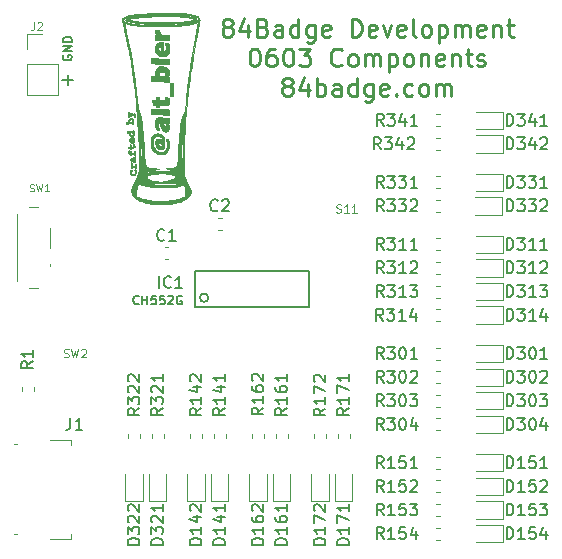
<source format=gto>
G04 #@! TF.GenerationSoftware,KiCad,Pcbnew,(5.1.0)-1*
G04 #@! TF.CreationDate,2020-03-21T23:41:27-05:00*
G04 #@! TF.ProjectId,dev,6465762e-6b69-4636-9164-5f7063625858,rev?*
G04 #@! TF.SameCoordinates,Original*
G04 #@! TF.FileFunction,Legend,Top*
G04 #@! TF.FilePolarity,Positive*
%FSLAX46Y46*%
G04 Gerber Fmt 4.6, Leading zero omitted, Abs format (unit mm)*
G04 Created by KiCad (PCBNEW (5.1.0)-1) date 2020-03-21 23:41:27*
%MOMM*%
%LPD*%
G04 APERTURE LIST*
%ADD10C,0.250000*%
%ADD11C,0.010000*%
%ADD12C,0.120000*%
%ADD13C,0.150000*%
%ADD14C,0.100000*%
G04 APERTURE END LIST*
D10*
X94535714Y-79571428D02*
X94392857Y-79500000D01*
X94321428Y-79428571D01*
X94250000Y-79285714D01*
X94250000Y-79214285D01*
X94321428Y-79071428D01*
X94392857Y-79000000D01*
X94535714Y-78928571D01*
X94821428Y-78928571D01*
X94964285Y-79000000D01*
X95035714Y-79071428D01*
X95107142Y-79214285D01*
X95107142Y-79285714D01*
X95035714Y-79428571D01*
X94964285Y-79500000D01*
X94821428Y-79571428D01*
X94535714Y-79571428D01*
X94392857Y-79642857D01*
X94321428Y-79714285D01*
X94250000Y-79857142D01*
X94250000Y-80142857D01*
X94321428Y-80285714D01*
X94392857Y-80357142D01*
X94535714Y-80428571D01*
X94821428Y-80428571D01*
X94964285Y-80357142D01*
X95035714Y-80285714D01*
X95107142Y-80142857D01*
X95107142Y-79857142D01*
X95035714Y-79714285D01*
X94964285Y-79642857D01*
X94821428Y-79571428D01*
X96392857Y-79428571D02*
X96392857Y-80428571D01*
X96035714Y-78857142D02*
X95678571Y-79928571D01*
X96607142Y-79928571D01*
X97678571Y-79642857D02*
X97892857Y-79714285D01*
X97964285Y-79785714D01*
X98035714Y-79928571D01*
X98035714Y-80142857D01*
X97964285Y-80285714D01*
X97892857Y-80357142D01*
X97750000Y-80428571D01*
X97178571Y-80428571D01*
X97178571Y-78928571D01*
X97678571Y-78928571D01*
X97821428Y-79000000D01*
X97892857Y-79071428D01*
X97964285Y-79214285D01*
X97964285Y-79357142D01*
X97892857Y-79500000D01*
X97821428Y-79571428D01*
X97678571Y-79642857D01*
X97178571Y-79642857D01*
X99321428Y-80428571D02*
X99321428Y-79642857D01*
X99250000Y-79500000D01*
X99107142Y-79428571D01*
X98821428Y-79428571D01*
X98678571Y-79500000D01*
X99321428Y-80357142D02*
X99178571Y-80428571D01*
X98821428Y-80428571D01*
X98678571Y-80357142D01*
X98607142Y-80214285D01*
X98607142Y-80071428D01*
X98678571Y-79928571D01*
X98821428Y-79857142D01*
X99178571Y-79857142D01*
X99321428Y-79785714D01*
X100678571Y-80428571D02*
X100678571Y-78928571D01*
X100678571Y-80357142D02*
X100535714Y-80428571D01*
X100250000Y-80428571D01*
X100107142Y-80357142D01*
X100035714Y-80285714D01*
X99964285Y-80142857D01*
X99964285Y-79714285D01*
X100035714Y-79571428D01*
X100107142Y-79500000D01*
X100250000Y-79428571D01*
X100535714Y-79428571D01*
X100678571Y-79500000D01*
X102035714Y-79428571D02*
X102035714Y-80642857D01*
X101964285Y-80785714D01*
X101892857Y-80857142D01*
X101750000Y-80928571D01*
X101535714Y-80928571D01*
X101392857Y-80857142D01*
X102035714Y-80357142D02*
X101892857Y-80428571D01*
X101607142Y-80428571D01*
X101464285Y-80357142D01*
X101392857Y-80285714D01*
X101321428Y-80142857D01*
X101321428Y-79714285D01*
X101392857Y-79571428D01*
X101464285Y-79500000D01*
X101607142Y-79428571D01*
X101892857Y-79428571D01*
X102035714Y-79500000D01*
X103321428Y-80357142D02*
X103178571Y-80428571D01*
X102892857Y-80428571D01*
X102750000Y-80357142D01*
X102678571Y-80214285D01*
X102678571Y-79642857D01*
X102750000Y-79500000D01*
X102892857Y-79428571D01*
X103178571Y-79428571D01*
X103321428Y-79500000D01*
X103392857Y-79642857D01*
X103392857Y-79785714D01*
X102678571Y-79928571D01*
X105178571Y-80428571D02*
X105178571Y-78928571D01*
X105535714Y-78928571D01*
X105750000Y-79000000D01*
X105892857Y-79142857D01*
X105964285Y-79285714D01*
X106035714Y-79571428D01*
X106035714Y-79785714D01*
X105964285Y-80071428D01*
X105892857Y-80214285D01*
X105750000Y-80357142D01*
X105535714Y-80428571D01*
X105178571Y-80428571D01*
X107250000Y-80357142D02*
X107107142Y-80428571D01*
X106821428Y-80428571D01*
X106678571Y-80357142D01*
X106607142Y-80214285D01*
X106607142Y-79642857D01*
X106678571Y-79500000D01*
X106821428Y-79428571D01*
X107107142Y-79428571D01*
X107250000Y-79500000D01*
X107321428Y-79642857D01*
X107321428Y-79785714D01*
X106607142Y-79928571D01*
X107821428Y-79428571D02*
X108178571Y-80428571D01*
X108535714Y-79428571D01*
X109678571Y-80357142D02*
X109535714Y-80428571D01*
X109250000Y-80428571D01*
X109107142Y-80357142D01*
X109035714Y-80214285D01*
X109035714Y-79642857D01*
X109107142Y-79500000D01*
X109250000Y-79428571D01*
X109535714Y-79428571D01*
X109678571Y-79500000D01*
X109750000Y-79642857D01*
X109750000Y-79785714D01*
X109035714Y-79928571D01*
X110607142Y-80428571D02*
X110464285Y-80357142D01*
X110392857Y-80214285D01*
X110392857Y-78928571D01*
X111392857Y-80428571D02*
X111250000Y-80357142D01*
X111178571Y-80285714D01*
X111107142Y-80142857D01*
X111107142Y-79714285D01*
X111178571Y-79571428D01*
X111250000Y-79500000D01*
X111392857Y-79428571D01*
X111607142Y-79428571D01*
X111750000Y-79500000D01*
X111821428Y-79571428D01*
X111892857Y-79714285D01*
X111892857Y-80142857D01*
X111821428Y-80285714D01*
X111750000Y-80357142D01*
X111607142Y-80428571D01*
X111392857Y-80428571D01*
X112535714Y-79428571D02*
X112535714Y-80928571D01*
X112535714Y-79500000D02*
X112678571Y-79428571D01*
X112964285Y-79428571D01*
X113107142Y-79500000D01*
X113178571Y-79571428D01*
X113250000Y-79714285D01*
X113250000Y-80142857D01*
X113178571Y-80285714D01*
X113107142Y-80357142D01*
X112964285Y-80428571D01*
X112678571Y-80428571D01*
X112535714Y-80357142D01*
X113892857Y-80428571D02*
X113892857Y-79428571D01*
X113892857Y-79571428D02*
X113964285Y-79500000D01*
X114107142Y-79428571D01*
X114321428Y-79428571D01*
X114464285Y-79500000D01*
X114535714Y-79642857D01*
X114535714Y-80428571D01*
X114535714Y-79642857D02*
X114607142Y-79500000D01*
X114750000Y-79428571D01*
X114964285Y-79428571D01*
X115107142Y-79500000D01*
X115178571Y-79642857D01*
X115178571Y-80428571D01*
X116464285Y-80357142D02*
X116321428Y-80428571D01*
X116035714Y-80428571D01*
X115892857Y-80357142D01*
X115821428Y-80214285D01*
X115821428Y-79642857D01*
X115892857Y-79500000D01*
X116035714Y-79428571D01*
X116321428Y-79428571D01*
X116464285Y-79500000D01*
X116535714Y-79642857D01*
X116535714Y-79785714D01*
X115821428Y-79928571D01*
X117178571Y-79428571D02*
X117178571Y-80428571D01*
X117178571Y-79571428D02*
X117250000Y-79500000D01*
X117392857Y-79428571D01*
X117607142Y-79428571D01*
X117750000Y-79500000D01*
X117821428Y-79642857D01*
X117821428Y-80428571D01*
X118321428Y-79428571D02*
X118892857Y-79428571D01*
X118535714Y-78928571D02*
X118535714Y-80214285D01*
X118607142Y-80357142D01*
X118750000Y-80428571D01*
X118892857Y-80428571D01*
X96892857Y-81428571D02*
X97035714Y-81428571D01*
X97178571Y-81500000D01*
X97250000Y-81571428D01*
X97321428Y-81714285D01*
X97392857Y-82000000D01*
X97392857Y-82357142D01*
X97321428Y-82642857D01*
X97250000Y-82785714D01*
X97178571Y-82857142D01*
X97035714Y-82928571D01*
X96892857Y-82928571D01*
X96750000Y-82857142D01*
X96678571Y-82785714D01*
X96607142Y-82642857D01*
X96535714Y-82357142D01*
X96535714Y-82000000D01*
X96607142Y-81714285D01*
X96678571Y-81571428D01*
X96750000Y-81500000D01*
X96892857Y-81428571D01*
X98678571Y-81428571D02*
X98392857Y-81428571D01*
X98250000Y-81500000D01*
X98178571Y-81571428D01*
X98035714Y-81785714D01*
X97964285Y-82071428D01*
X97964285Y-82642857D01*
X98035714Y-82785714D01*
X98107142Y-82857142D01*
X98250000Y-82928571D01*
X98535714Y-82928571D01*
X98678571Y-82857142D01*
X98750000Y-82785714D01*
X98821428Y-82642857D01*
X98821428Y-82285714D01*
X98750000Y-82142857D01*
X98678571Y-82071428D01*
X98535714Y-82000000D01*
X98250000Y-82000000D01*
X98107142Y-82071428D01*
X98035714Y-82142857D01*
X97964285Y-82285714D01*
X99750000Y-81428571D02*
X99892857Y-81428571D01*
X100035714Y-81500000D01*
X100107142Y-81571428D01*
X100178571Y-81714285D01*
X100250000Y-82000000D01*
X100250000Y-82357142D01*
X100178571Y-82642857D01*
X100107142Y-82785714D01*
X100035714Y-82857142D01*
X99892857Y-82928571D01*
X99750000Y-82928571D01*
X99607142Y-82857142D01*
X99535714Y-82785714D01*
X99464285Y-82642857D01*
X99392857Y-82357142D01*
X99392857Y-82000000D01*
X99464285Y-81714285D01*
X99535714Y-81571428D01*
X99607142Y-81500000D01*
X99750000Y-81428571D01*
X100750000Y-81428571D02*
X101678571Y-81428571D01*
X101178571Y-82000000D01*
X101392857Y-82000000D01*
X101535714Y-82071428D01*
X101607142Y-82142857D01*
X101678571Y-82285714D01*
X101678571Y-82642857D01*
X101607142Y-82785714D01*
X101535714Y-82857142D01*
X101392857Y-82928571D01*
X100964285Y-82928571D01*
X100821428Y-82857142D01*
X100750000Y-82785714D01*
X104321428Y-82785714D02*
X104250000Y-82857142D01*
X104035714Y-82928571D01*
X103892857Y-82928571D01*
X103678571Y-82857142D01*
X103535714Y-82714285D01*
X103464285Y-82571428D01*
X103392857Y-82285714D01*
X103392857Y-82071428D01*
X103464285Y-81785714D01*
X103535714Y-81642857D01*
X103678571Y-81500000D01*
X103892857Y-81428571D01*
X104035714Y-81428571D01*
X104250000Y-81500000D01*
X104321428Y-81571428D01*
X105178571Y-82928571D02*
X105035714Y-82857142D01*
X104964285Y-82785714D01*
X104892857Y-82642857D01*
X104892857Y-82214285D01*
X104964285Y-82071428D01*
X105035714Y-82000000D01*
X105178571Y-81928571D01*
X105392857Y-81928571D01*
X105535714Y-82000000D01*
X105607142Y-82071428D01*
X105678571Y-82214285D01*
X105678571Y-82642857D01*
X105607142Y-82785714D01*
X105535714Y-82857142D01*
X105392857Y-82928571D01*
X105178571Y-82928571D01*
X106321428Y-82928571D02*
X106321428Y-81928571D01*
X106321428Y-82071428D02*
X106392857Y-82000000D01*
X106535714Y-81928571D01*
X106750000Y-81928571D01*
X106892857Y-82000000D01*
X106964285Y-82142857D01*
X106964285Y-82928571D01*
X106964285Y-82142857D02*
X107035714Y-82000000D01*
X107178571Y-81928571D01*
X107392857Y-81928571D01*
X107535714Y-82000000D01*
X107607142Y-82142857D01*
X107607142Y-82928571D01*
X108321428Y-81928571D02*
X108321428Y-83428571D01*
X108321428Y-82000000D02*
X108464285Y-81928571D01*
X108750000Y-81928571D01*
X108892857Y-82000000D01*
X108964285Y-82071428D01*
X109035714Y-82214285D01*
X109035714Y-82642857D01*
X108964285Y-82785714D01*
X108892857Y-82857142D01*
X108750000Y-82928571D01*
X108464285Y-82928571D01*
X108321428Y-82857142D01*
X109892857Y-82928571D02*
X109750000Y-82857142D01*
X109678571Y-82785714D01*
X109607142Y-82642857D01*
X109607142Y-82214285D01*
X109678571Y-82071428D01*
X109750000Y-82000000D01*
X109892857Y-81928571D01*
X110107142Y-81928571D01*
X110250000Y-82000000D01*
X110321428Y-82071428D01*
X110392857Y-82214285D01*
X110392857Y-82642857D01*
X110321428Y-82785714D01*
X110250000Y-82857142D01*
X110107142Y-82928571D01*
X109892857Y-82928571D01*
X111035714Y-81928571D02*
X111035714Y-82928571D01*
X111035714Y-82071428D02*
X111107142Y-82000000D01*
X111250000Y-81928571D01*
X111464285Y-81928571D01*
X111607142Y-82000000D01*
X111678571Y-82142857D01*
X111678571Y-82928571D01*
X112964285Y-82857142D02*
X112821428Y-82928571D01*
X112535714Y-82928571D01*
X112392857Y-82857142D01*
X112321428Y-82714285D01*
X112321428Y-82142857D01*
X112392857Y-82000000D01*
X112535714Y-81928571D01*
X112821428Y-81928571D01*
X112964285Y-82000000D01*
X113035714Y-82142857D01*
X113035714Y-82285714D01*
X112321428Y-82428571D01*
X113678571Y-81928571D02*
X113678571Y-82928571D01*
X113678571Y-82071428D02*
X113750000Y-82000000D01*
X113892857Y-81928571D01*
X114107142Y-81928571D01*
X114250000Y-82000000D01*
X114321428Y-82142857D01*
X114321428Y-82928571D01*
X114821428Y-81928571D02*
X115392857Y-81928571D01*
X115035714Y-81428571D02*
X115035714Y-82714285D01*
X115107142Y-82857142D01*
X115250000Y-82928571D01*
X115392857Y-82928571D01*
X115821428Y-82857142D02*
X115964285Y-82928571D01*
X116250000Y-82928571D01*
X116392857Y-82857142D01*
X116464285Y-82714285D01*
X116464285Y-82642857D01*
X116392857Y-82500000D01*
X116250000Y-82428571D01*
X116035714Y-82428571D01*
X115892857Y-82357142D01*
X115821428Y-82214285D01*
X115821428Y-82142857D01*
X115892857Y-82000000D01*
X116035714Y-81928571D01*
X116250000Y-81928571D01*
X116392857Y-82000000D01*
X99607142Y-84571428D02*
X99464285Y-84500000D01*
X99392857Y-84428571D01*
X99321428Y-84285714D01*
X99321428Y-84214285D01*
X99392857Y-84071428D01*
X99464285Y-84000000D01*
X99607142Y-83928571D01*
X99892857Y-83928571D01*
X100035714Y-84000000D01*
X100107142Y-84071428D01*
X100178571Y-84214285D01*
X100178571Y-84285714D01*
X100107142Y-84428571D01*
X100035714Y-84500000D01*
X99892857Y-84571428D01*
X99607142Y-84571428D01*
X99464285Y-84642857D01*
X99392857Y-84714285D01*
X99321428Y-84857142D01*
X99321428Y-85142857D01*
X99392857Y-85285714D01*
X99464285Y-85357142D01*
X99607142Y-85428571D01*
X99892857Y-85428571D01*
X100035714Y-85357142D01*
X100107142Y-85285714D01*
X100178571Y-85142857D01*
X100178571Y-84857142D01*
X100107142Y-84714285D01*
X100035714Y-84642857D01*
X99892857Y-84571428D01*
X101464285Y-84428571D02*
X101464285Y-85428571D01*
X101107142Y-83857142D02*
X100750000Y-84928571D01*
X101678571Y-84928571D01*
X102250000Y-85428571D02*
X102250000Y-83928571D01*
X102250000Y-84500000D02*
X102392857Y-84428571D01*
X102678571Y-84428571D01*
X102821428Y-84500000D01*
X102892857Y-84571428D01*
X102964285Y-84714285D01*
X102964285Y-85142857D01*
X102892857Y-85285714D01*
X102821428Y-85357142D01*
X102678571Y-85428571D01*
X102392857Y-85428571D01*
X102250000Y-85357142D01*
X104250000Y-85428571D02*
X104250000Y-84642857D01*
X104178571Y-84500000D01*
X104035714Y-84428571D01*
X103750000Y-84428571D01*
X103607142Y-84500000D01*
X104250000Y-85357142D02*
X104107142Y-85428571D01*
X103750000Y-85428571D01*
X103607142Y-85357142D01*
X103535714Y-85214285D01*
X103535714Y-85071428D01*
X103607142Y-84928571D01*
X103750000Y-84857142D01*
X104107142Y-84857142D01*
X104250000Y-84785714D01*
X105607142Y-85428571D02*
X105607142Y-83928571D01*
X105607142Y-85357142D02*
X105464285Y-85428571D01*
X105178571Y-85428571D01*
X105035714Y-85357142D01*
X104964285Y-85285714D01*
X104892857Y-85142857D01*
X104892857Y-84714285D01*
X104964285Y-84571428D01*
X105035714Y-84500000D01*
X105178571Y-84428571D01*
X105464285Y-84428571D01*
X105607142Y-84500000D01*
X106964285Y-84428571D02*
X106964285Y-85642857D01*
X106892857Y-85785714D01*
X106821428Y-85857142D01*
X106678571Y-85928571D01*
X106464285Y-85928571D01*
X106321428Y-85857142D01*
X106964285Y-85357142D02*
X106821428Y-85428571D01*
X106535714Y-85428571D01*
X106392857Y-85357142D01*
X106321428Y-85285714D01*
X106250000Y-85142857D01*
X106250000Y-84714285D01*
X106321428Y-84571428D01*
X106392857Y-84500000D01*
X106535714Y-84428571D01*
X106821428Y-84428571D01*
X106964285Y-84500000D01*
X108250000Y-85357142D02*
X108107142Y-85428571D01*
X107821428Y-85428571D01*
X107678571Y-85357142D01*
X107607142Y-85214285D01*
X107607142Y-84642857D01*
X107678571Y-84500000D01*
X107821428Y-84428571D01*
X108107142Y-84428571D01*
X108250000Y-84500000D01*
X108321428Y-84642857D01*
X108321428Y-84785714D01*
X107607142Y-84928571D01*
X108964285Y-85285714D02*
X109035714Y-85357142D01*
X108964285Y-85428571D01*
X108892857Y-85357142D01*
X108964285Y-85285714D01*
X108964285Y-85428571D01*
X110321428Y-85357142D02*
X110178571Y-85428571D01*
X109892857Y-85428571D01*
X109750000Y-85357142D01*
X109678571Y-85285714D01*
X109607142Y-85142857D01*
X109607142Y-84714285D01*
X109678571Y-84571428D01*
X109750000Y-84500000D01*
X109892857Y-84428571D01*
X110178571Y-84428571D01*
X110321428Y-84500000D01*
X111178571Y-85428571D02*
X111035714Y-85357142D01*
X110964285Y-85285714D01*
X110892857Y-85142857D01*
X110892857Y-84714285D01*
X110964285Y-84571428D01*
X111035714Y-84500000D01*
X111178571Y-84428571D01*
X111392857Y-84428571D01*
X111535714Y-84500000D01*
X111607142Y-84571428D01*
X111678571Y-84714285D01*
X111678571Y-85142857D01*
X111607142Y-85285714D01*
X111535714Y-85357142D01*
X111392857Y-85428571D01*
X111178571Y-85428571D01*
X112321428Y-85428571D02*
X112321428Y-84428571D01*
X112321428Y-84571428D02*
X112392857Y-84500000D01*
X112535714Y-84428571D01*
X112750000Y-84428571D01*
X112892857Y-84500000D01*
X112964285Y-84642857D01*
X112964285Y-85428571D01*
X112964285Y-84642857D02*
X113035714Y-84500000D01*
X113178571Y-84428571D01*
X113392857Y-84428571D01*
X113535714Y-84500000D01*
X113607142Y-84642857D01*
X113607142Y-85428571D01*
D11*
G36*
X89750015Y-78579897D02*
G01*
X89920170Y-78580430D01*
X90079208Y-78581315D01*
X90223178Y-78582557D01*
X90348129Y-78584164D01*
X90450112Y-78586143D01*
X90525177Y-78588500D01*
X90569357Y-78591241D01*
X90821634Y-78619133D01*
X91039184Y-78645168D01*
X91223504Y-78669549D01*
X91376093Y-78692484D01*
X91498451Y-78714176D01*
X91558002Y-78726687D01*
X91695480Y-78758894D01*
X91801212Y-78786781D01*
X91879185Y-78812331D01*
X91933386Y-78837529D01*
X91967803Y-78864361D01*
X91986423Y-78894811D01*
X91993234Y-78930863D01*
X91993571Y-78943500D01*
X91986601Y-78988786D01*
X91963328Y-79027347D01*
X91920210Y-79060963D01*
X91853706Y-79091414D01*
X91760274Y-79120480D01*
X91636371Y-79149944D01*
X91545833Y-79168572D01*
X91441032Y-79188521D01*
X91338993Y-79206605D01*
X91249608Y-79221161D01*
X91182770Y-79230524D01*
X91168071Y-79232122D01*
X91098776Y-79239018D01*
X91009402Y-79248271D01*
X90915932Y-79258218D01*
X90886857Y-79261375D01*
X90790269Y-79271193D01*
X90690528Y-79279710D01*
X90584372Y-79287021D01*
X90468543Y-79293218D01*
X90339780Y-79298394D01*
X90194823Y-79302643D01*
X90030412Y-79306057D01*
X89843286Y-79308728D01*
X89630186Y-79310752D01*
X89387852Y-79312219D01*
X89113023Y-79313224D01*
X89065112Y-79313349D01*
X88863986Y-79313951D01*
X88672970Y-79314714D01*
X88495262Y-79315613D01*
X88334062Y-79316623D01*
X88192569Y-79317717D01*
X88073983Y-79318872D01*
X87981503Y-79320061D01*
X87918329Y-79321260D01*
X87887659Y-79322444D01*
X87885826Y-79322655D01*
X87852742Y-79323960D01*
X87792753Y-79322468D01*
X87715103Y-79318517D01*
X87648357Y-79313957D01*
X87532936Y-79303603D01*
X87396380Y-79288735D01*
X87244323Y-79270195D01*
X87082402Y-79248824D01*
X86916252Y-79225465D01*
X86751510Y-79200958D01*
X86593811Y-79176147D01*
X86448791Y-79151873D01*
X86322086Y-79128977D01*
X86219332Y-79108302D01*
X86146164Y-79090689D01*
X86138147Y-79088380D01*
X86079229Y-79067452D01*
X86046845Y-79044994D01*
X86031603Y-79014356D01*
X86031154Y-79012615D01*
X86029381Y-78978363D01*
X86194028Y-78978363D01*
X86216881Y-78989132D01*
X86249629Y-78997536D01*
X86313144Y-79010156D01*
X86402253Y-79026186D01*
X86511789Y-79044822D01*
X86636578Y-79065260D01*
X86771452Y-79086694D01*
X86911239Y-79108320D01*
X87050769Y-79129332D01*
X87184871Y-79148928D01*
X87308375Y-79166300D01*
X87416111Y-79180646D01*
X87502907Y-79191159D01*
X87539500Y-79194984D01*
X87572311Y-79196323D01*
X87637392Y-79197383D01*
X87731365Y-79198178D01*
X87850850Y-79198722D01*
X87992467Y-79199029D01*
X88152838Y-79199113D01*
X88328583Y-79198988D01*
X88516322Y-79198668D01*
X88712678Y-79198167D01*
X88914270Y-79197499D01*
X89117719Y-79196678D01*
X89319646Y-79195718D01*
X89516672Y-79194632D01*
X89705417Y-79193436D01*
X89882502Y-79192142D01*
X90044549Y-79190766D01*
X90188177Y-79189320D01*
X90310007Y-79187819D01*
X90406660Y-79186277D01*
X90474758Y-79184707D01*
X90510920Y-79183125D01*
X90514928Y-79182669D01*
X90559308Y-79176561D01*
X90626483Y-79169453D01*
X90703045Y-79162745D01*
X90714500Y-79161861D01*
X90887115Y-79146869D01*
X91056348Y-79128569D01*
X91218773Y-79107635D01*
X91370963Y-79084743D01*
X91509494Y-79060567D01*
X91630937Y-79035781D01*
X91731868Y-79011061D01*
X91808859Y-78987082D01*
X91858486Y-78964518D01*
X91877321Y-78944044D01*
X91873076Y-78933676D01*
X91847244Y-78921394D01*
X91792594Y-78903937D01*
X91715948Y-78882940D01*
X91624128Y-78860039D01*
X91523957Y-78836871D01*
X91422257Y-78815072D01*
X91325851Y-78796278D01*
X91241561Y-78782125D01*
X91240439Y-78781959D01*
X91094758Y-78761063D01*
X90960884Y-78743533D01*
X90833714Y-78729082D01*
X90708142Y-78717424D01*
X90579065Y-78708274D01*
X90441377Y-78701346D01*
X90289974Y-78696353D01*
X90119751Y-78693010D01*
X89925604Y-78691032D01*
X89702428Y-78690131D01*
X89598714Y-78690005D01*
X89339527Y-78690427D01*
X89091737Y-78691956D01*
X88858531Y-78694520D01*
X88643098Y-78698049D01*
X88448629Y-78702475D01*
X88278310Y-78707724D01*
X88135332Y-78713729D01*
X88022884Y-78720417D01*
X87956785Y-78726242D01*
X87903290Y-78731666D01*
X87835679Y-78737622D01*
X87749359Y-78744461D01*
X87639734Y-78752535D01*
X87502210Y-78762197D01*
X87367142Y-78771433D01*
X87194725Y-78785520D01*
X87018337Y-78804299D01*
X86843992Y-78826806D01*
X86677706Y-78852077D01*
X86525493Y-78879148D01*
X86393370Y-78907054D01*
X86287349Y-78934830D01*
X86232847Y-78953304D01*
X86197869Y-78968516D01*
X86194028Y-78978363D01*
X86029381Y-78978363D01*
X86028772Y-78966610D01*
X86048529Y-78926513D01*
X86093419Y-78890369D01*
X86166440Y-78856224D01*
X86270586Y-78822123D01*
X86359832Y-78798184D01*
X86493671Y-78768570D01*
X86655167Y-78739666D01*
X86835696Y-78712630D01*
X87026633Y-78688623D01*
X87219352Y-78668805D01*
X87405229Y-78654336D01*
X87448785Y-78651737D01*
X87533898Y-78646623D01*
X87605050Y-78641645D01*
X87654836Y-78637369D01*
X87675850Y-78634363D01*
X87675883Y-78634345D01*
X87696372Y-78631737D01*
X87746558Y-78628061D01*
X87819881Y-78623723D01*
X87909783Y-78619128D01*
X87957097Y-78616942D01*
X88056358Y-78612018D01*
X88145793Y-78606671D01*
X88217662Y-78601430D01*
X88264224Y-78596827D01*
X88274285Y-78595229D01*
X88306023Y-78592355D01*
X88370096Y-78589756D01*
X88462552Y-78587440D01*
X88579443Y-78585413D01*
X88716818Y-78583681D01*
X88870726Y-78582253D01*
X89037218Y-78581135D01*
X89212343Y-78580333D01*
X89392151Y-78579855D01*
X89572691Y-78579707D01*
X89750015Y-78579897D01*
X89750015Y-78579897D01*
G37*
X89750015Y-78579897D02*
X89920170Y-78580430D01*
X90079208Y-78581315D01*
X90223178Y-78582557D01*
X90348129Y-78584164D01*
X90450112Y-78586143D01*
X90525177Y-78588500D01*
X90569357Y-78591241D01*
X90821634Y-78619133D01*
X91039184Y-78645168D01*
X91223504Y-78669549D01*
X91376093Y-78692484D01*
X91498451Y-78714176D01*
X91558002Y-78726687D01*
X91695480Y-78758894D01*
X91801212Y-78786781D01*
X91879185Y-78812331D01*
X91933386Y-78837529D01*
X91967803Y-78864361D01*
X91986423Y-78894811D01*
X91993234Y-78930863D01*
X91993571Y-78943500D01*
X91986601Y-78988786D01*
X91963328Y-79027347D01*
X91920210Y-79060963D01*
X91853706Y-79091414D01*
X91760274Y-79120480D01*
X91636371Y-79149944D01*
X91545833Y-79168572D01*
X91441032Y-79188521D01*
X91338993Y-79206605D01*
X91249608Y-79221161D01*
X91182770Y-79230524D01*
X91168071Y-79232122D01*
X91098776Y-79239018D01*
X91009402Y-79248271D01*
X90915932Y-79258218D01*
X90886857Y-79261375D01*
X90790269Y-79271193D01*
X90690528Y-79279710D01*
X90584372Y-79287021D01*
X90468543Y-79293218D01*
X90339780Y-79298394D01*
X90194823Y-79302643D01*
X90030412Y-79306057D01*
X89843286Y-79308728D01*
X89630186Y-79310752D01*
X89387852Y-79312219D01*
X89113023Y-79313224D01*
X89065112Y-79313349D01*
X88863986Y-79313951D01*
X88672970Y-79314714D01*
X88495262Y-79315613D01*
X88334062Y-79316623D01*
X88192569Y-79317717D01*
X88073983Y-79318872D01*
X87981503Y-79320061D01*
X87918329Y-79321260D01*
X87887659Y-79322444D01*
X87885826Y-79322655D01*
X87852742Y-79323960D01*
X87792753Y-79322468D01*
X87715103Y-79318517D01*
X87648357Y-79313957D01*
X87532936Y-79303603D01*
X87396380Y-79288735D01*
X87244323Y-79270195D01*
X87082402Y-79248824D01*
X86916252Y-79225465D01*
X86751510Y-79200958D01*
X86593811Y-79176147D01*
X86448791Y-79151873D01*
X86322086Y-79128977D01*
X86219332Y-79108302D01*
X86146164Y-79090689D01*
X86138147Y-79088380D01*
X86079229Y-79067452D01*
X86046845Y-79044994D01*
X86031603Y-79014356D01*
X86031154Y-79012615D01*
X86029381Y-78978363D01*
X86194028Y-78978363D01*
X86216881Y-78989132D01*
X86249629Y-78997536D01*
X86313144Y-79010156D01*
X86402253Y-79026186D01*
X86511789Y-79044822D01*
X86636578Y-79065260D01*
X86771452Y-79086694D01*
X86911239Y-79108320D01*
X87050769Y-79129332D01*
X87184871Y-79148928D01*
X87308375Y-79166300D01*
X87416111Y-79180646D01*
X87502907Y-79191159D01*
X87539500Y-79194984D01*
X87572311Y-79196323D01*
X87637392Y-79197383D01*
X87731365Y-79198178D01*
X87850850Y-79198722D01*
X87992467Y-79199029D01*
X88152838Y-79199113D01*
X88328583Y-79198988D01*
X88516322Y-79198668D01*
X88712678Y-79198167D01*
X88914270Y-79197499D01*
X89117719Y-79196678D01*
X89319646Y-79195718D01*
X89516672Y-79194632D01*
X89705417Y-79193436D01*
X89882502Y-79192142D01*
X90044549Y-79190766D01*
X90188177Y-79189320D01*
X90310007Y-79187819D01*
X90406660Y-79186277D01*
X90474758Y-79184707D01*
X90510920Y-79183125D01*
X90514928Y-79182669D01*
X90559308Y-79176561D01*
X90626483Y-79169453D01*
X90703045Y-79162745D01*
X90714500Y-79161861D01*
X90887115Y-79146869D01*
X91056348Y-79128569D01*
X91218773Y-79107635D01*
X91370963Y-79084743D01*
X91509494Y-79060567D01*
X91630937Y-79035781D01*
X91731868Y-79011061D01*
X91808859Y-78987082D01*
X91858486Y-78964518D01*
X91877321Y-78944044D01*
X91873076Y-78933676D01*
X91847244Y-78921394D01*
X91792594Y-78903937D01*
X91715948Y-78882940D01*
X91624128Y-78860039D01*
X91523957Y-78836871D01*
X91422257Y-78815072D01*
X91325851Y-78796278D01*
X91241561Y-78782125D01*
X91240439Y-78781959D01*
X91094758Y-78761063D01*
X90960884Y-78743533D01*
X90833714Y-78729082D01*
X90708142Y-78717424D01*
X90579065Y-78708274D01*
X90441377Y-78701346D01*
X90289974Y-78696353D01*
X90119751Y-78693010D01*
X89925604Y-78691032D01*
X89702428Y-78690131D01*
X89598714Y-78690005D01*
X89339527Y-78690427D01*
X89091737Y-78691956D01*
X88858531Y-78694520D01*
X88643098Y-78698049D01*
X88448629Y-78702475D01*
X88278310Y-78707724D01*
X88135332Y-78713729D01*
X88022884Y-78720417D01*
X87956785Y-78726242D01*
X87903290Y-78731666D01*
X87835679Y-78737622D01*
X87749359Y-78744461D01*
X87639734Y-78752535D01*
X87502210Y-78762197D01*
X87367142Y-78771433D01*
X87194725Y-78785520D01*
X87018337Y-78804299D01*
X86843992Y-78826806D01*
X86677706Y-78852077D01*
X86525493Y-78879148D01*
X86393370Y-78907054D01*
X86287349Y-78934830D01*
X86232847Y-78953304D01*
X86197869Y-78968516D01*
X86194028Y-78978363D01*
X86029381Y-78978363D01*
X86028772Y-78966610D01*
X86048529Y-78926513D01*
X86093419Y-78890369D01*
X86166440Y-78856224D01*
X86270586Y-78822123D01*
X86359832Y-78798184D01*
X86493671Y-78768570D01*
X86655167Y-78739666D01*
X86835696Y-78712630D01*
X87026633Y-78688623D01*
X87219352Y-78668805D01*
X87405229Y-78654336D01*
X87448785Y-78651737D01*
X87533898Y-78646623D01*
X87605050Y-78641645D01*
X87654836Y-78637369D01*
X87675850Y-78634363D01*
X87675883Y-78634345D01*
X87696372Y-78631737D01*
X87746558Y-78628061D01*
X87819881Y-78623723D01*
X87909783Y-78619128D01*
X87957097Y-78616942D01*
X88056358Y-78612018D01*
X88145793Y-78606671D01*
X88217662Y-78601430D01*
X88264224Y-78596827D01*
X88274285Y-78595229D01*
X88306023Y-78592355D01*
X88370096Y-78589756D01*
X88462552Y-78587440D01*
X88579443Y-78585413D01*
X88716818Y-78583681D01*
X88870726Y-78582253D01*
X89037218Y-78581135D01*
X89212343Y-78580333D01*
X89392151Y-78579855D01*
X89572691Y-78579707D01*
X89750015Y-78579897D01*
G36*
X88870722Y-79858191D02*
G01*
X88877535Y-79858433D01*
X88895377Y-79864771D01*
X88905080Y-79887249D01*
X88908889Y-79933807D01*
X88909285Y-79970706D01*
X88911029Y-80034605D01*
X88919929Y-80076731D01*
X88941487Y-80111557D01*
X88977321Y-80149684D01*
X89024001Y-80188874D01*
X89078487Y-80217937D01*
X89146602Y-80238170D01*
X89234171Y-80250867D01*
X89347014Y-80257325D01*
X89468071Y-80258876D01*
X89698500Y-80258895D01*
X89695121Y-80444840D01*
X89693576Y-80527692D01*
X89692148Y-80600469D01*
X89691034Y-80653202D01*
X89690586Y-80671607D01*
X89679711Y-80703945D01*
X89647095Y-80712428D01*
X89611089Y-80709610D01*
X89597202Y-80705002D01*
X89576858Y-80701386D01*
X89526229Y-80697016D01*
X89451301Y-80692159D01*
X89358058Y-80687085D01*
X89252487Y-80682060D01*
X89140574Y-80677353D01*
X89028305Y-80673233D01*
X88921665Y-80669967D01*
X88826640Y-80667824D01*
X88750520Y-80667071D01*
X88564540Y-80667071D01*
X88564556Y-80453893D01*
X88564571Y-80240714D01*
X88680217Y-80240714D01*
X88633682Y-80190821D01*
X88595651Y-80144751D01*
X88566303Y-80100423D01*
X88564888Y-80097750D01*
X88553669Y-80060866D01*
X88545373Y-80006810D01*
X88540944Y-79948513D01*
X88541325Y-79898909D01*
X88547459Y-79870928D01*
X88548271Y-79869967D01*
X88568090Y-79866606D01*
X88614459Y-79863349D01*
X88677642Y-79860539D01*
X88747904Y-79858515D01*
X88815509Y-79857618D01*
X88870722Y-79858191D01*
X88870722Y-79858191D01*
G37*
X88870722Y-79858191D02*
X88877535Y-79858433D01*
X88895377Y-79864771D01*
X88905080Y-79887249D01*
X88908889Y-79933807D01*
X88909285Y-79970706D01*
X88911029Y-80034605D01*
X88919929Y-80076731D01*
X88941487Y-80111557D01*
X88977321Y-80149684D01*
X89024001Y-80188874D01*
X89078487Y-80217937D01*
X89146602Y-80238170D01*
X89234171Y-80250867D01*
X89347014Y-80257325D01*
X89468071Y-80258876D01*
X89698500Y-80258895D01*
X89695121Y-80444840D01*
X89693576Y-80527692D01*
X89692148Y-80600469D01*
X89691034Y-80653202D01*
X89690586Y-80671607D01*
X89679711Y-80703945D01*
X89647095Y-80712428D01*
X89611089Y-80709610D01*
X89597202Y-80705002D01*
X89576858Y-80701386D01*
X89526229Y-80697016D01*
X89451301Y-80692159D01*
X89358058Y-80687085D01*
X89252487Y-80682060D01*
X89140574Y-80677353D01*
X89028305Y-80673233D01*
X88921665Y-80669967D01*
X88826640Y-80667824D01*
X88750520Y-80667071D01*
X88564540Y-80667071D01*
X88564556Y-80453893D01*
X88564571Y-80240714D01*
X88680217Y-80240714D01*
X88633682Y-80190821D01*
X88595651Y-80144751D01*
X88566303Y-80100423D01*
X88564888Y-80097750D01*
X88553669Y-80060866D01*
X88545373Y-80006810D01*
X88540944Y-79948513D01*
X88541325Y-79898909D01*
X88547459Y-79870928D01*
X88548271Y-79869967D01*
X88568090Y-79866606D01*
X88614459Y-79863349D01*
X88677642Y-79860539D01*
X88747904Y-79858515D01*
X88815509Y-79857618D01*
X88870722Y-79858191D01*
G36*
X89122464Y-80855471D02*
G01*
X89181428Y-80857571D01*
X89181428Y-81637714D01*
X89233410Y-81637714D01*
X89285811Y-81626332D01*
X89330894Y-81601922D01*
X89389693Y-81534856D01*
X89423855Y-81444836D01*
X89433546Y-81330674D01*
X89418931Y-81191184D01*
X89400434Y-81102579D01*
X89384965Y-81035394D01*
X89374180Y-80983573D01*
X89369817Y-80955662D01*
X89370069Y-80953169D01*
X89388642Y-80953961D01*
X89432720Y-80960075D01*
X89492221Y-80969733D01*
X89557066Y-80981157D01*
X89617173Y-80992570D01*
X89662462Y-81002193D01*
X89682853Y-81008248D01*
X89682976Y-81008357D01*
X89693360Y-81035268D01*
X89703629Y-81090366D01*
X89712815Y-81165563D01*
X89719955Y-81252771D01*
X89724081Y-81343902D01*
X89724329Y-81354760D01*
X89720766Y-81511411D01*
X89704158Y-81650335D01*
X89675511Y-81765021D01*
X89652326Y-81820742D01*
X89595976Y-81899734D01*
X89515909Y-81971815D01*
X89424553Y-82026912D01*
X89373963Y-82046337D01*
X89267841Y-82066448D01*
X89147135Y-82071485D01*
X89028170Y-82061706D01*
X88932868Y-82039359D01*
X88800228Y-81978335D01*
X88695636Y-81895929D01*
X88618163Y-81790788D01*
X88566878Y-81661559D01*
X88540852Y-81506889D01*
X88538225Y-81465040D01*
X88538785Y-81448504D01*
X88800463Y-81448504D01*
X88828945Y-81517713D01*
X88862114Y-81557885D01*
X88906545Y-81594725D01*
X88947800Y-81616780D01*
X88961900Y-81619571D01*
X88979143Y-81617468D01*
X88990211Y-81606786D01*
X88996465Y-81580965D01*
X88999269Y-81533446D01*
X88999987Y-81457670D01*
X89000000Y-81436202D01*
X88999350Y-81352891D01*
X88996753Y-81300007D01*
X88991233Y-81271701D01*
X88981819Y-81262128D01*
X88971301Y-81263844D01*
X88929822Y-81273839D01*
X88916048Y-81274857D01*
X88885948Y-81286865D01*
X88848318Y-81316105D01*
X88844961Y-81319389D01*
X88805681Y-81380721D01*
X88800463Y-81448504D01*
X88538785Y-81448504D01*
X88543841Y-81299376D01*
X88576526Y-81157718D01*
X88636251Y-81040159D01*
X88694517Y-80971884D01*
X88760279Y-80918844D01*
X88832666Y-80882956D01*
X88919337Y-80862137D01*
X89027956Y-80854301D01*
X89122464Y-80855471D01*
X89122464Y-80855471D01*
G37*
X89122464Y-80855471D02*
X89181428Y-80857571D01*
X89181428Y-81637714D01*
X89233410Y-81637714D01*
X89285811Y-81626332D01*
X89330894Y-81601922D01*
X89389693Y-81534856D01*
X89423855Y-81444836D01*
X89433546Y-81330674D01*
X89418931Y-81191184D01*
X89400434Y-81102579D01*
X89384965Y-81035394D01*
X89374180Y-80983573D01*
X89369817Y-80955662D01*
X89370069Y-80953169D01*
X89388642Y-80953961D01*
X89432720Y-80960075D01*
X89492221Y-80969733D01*
X89557066Y-80981157D01*
X89617173Y-80992570D01*
X89662462Y-81002193D01*
X89682853Y-81008248D01*
X89682976Y-81008357D01*
X89693360Y-81035268D01*
X89703629Y-81090366D01*
X89712815Y-81165563D01*
X89719955Y-81252771D01*
X89724081Y-81343902D01*
X89724329Y-81354760D01*
X89720766Y-81511411D01*
X89704158Y-81650335D01*
X89675511Y-81765021D01*
X89652326Y-81820742D01*
X89595976Y-81899734D01*
X89515909Y-81971815D01*
X89424553Y-82026912D01*
X89373963Y-82046337D01*
X89267841Y-82066448D01*
X89147135Y-82071485D01*
X89028170Y-82061706D01*
X88932868Y-82039359D01*
X88800228Y-81978335D01*
X88695636Y-81895929D01*
X88618163Y-81790788D01*
X88566878Y-81661559D01*
X88540852Y-81506889D01*
X88538225Y-81465040D01*
X88538785Y-81448504D01*
X88800463Y-81448504D01*
X88828945Y-81517713D01*
X88862114Y-81557885D01*
X88906545Y-81594725D01*
X88947800Y-81616780D01*
X88961900Y-81619571D01*
X88979143Y-81617468D01*
X88990211Y-81606786D01*
X88996465Y-81580965D01*
X88999269Y-81533446D01*
X88999987Y-81457670D01*
X89000000Y-81436202D01*
X88999350Y-81352891D01*
X88996753Y-81300007D01*
X88991233Y-81271701D01*
X88981819Y-81262128D01*
X88971301Y-81263844D01*
X88929822Y-81273839D01*
X88916048Y-81274857D01*
X88885948Y-81286865D01*
X88848318Y-81316105D01*
X88844961Y-81319389D01*
X88805681Y-81380721D01*
X88800463Y-81448504D01*
X88538785Y-81448504D01*
X88543841Y-81299376D01*
X88576526Y-81157718D01*
X88636251Y-81040159D01*
X88694517Y-80971884D01*
X88760279Y-80918844D01*
X88832666Y-80882956D01*
X88919337Y-80862137D01*
X89027956Y-80854301D01*
X89122464Y-80855471D01*
G36*
X88292387Y-82251524D02*
G01*
X88419428Y-82257549D01*
X88419428Y-82690000D01*
X88292428Y-82690000D01*
X88218312Y-82687531D01*
X88176891Y-82679737D01*
X88164842Y-82667321D01*
X88164334Y-82630880D01*
X88163930Y-82571150D01*
X88163651Y-82498108D01*
X88163512Y-82421734D01*
X88163534Y-82352006D01*
X88163734Y-82298903D01*
X88164117Y-82272714D01*
X88171407Y-82258371D01*
X88196311Y-82251131D01*
X88245858Y-82249836D01*
X88292387Y-82251524D01*
X88292387Y-82251524D01*
G37*
X88292387Y-82251524D02*
X88419428Y-82257549D01*
X88419428Y-82690000D01*
X88292428Y-82690000D01*
X88218312Y-82687531D01*
X88176891Y-82679737D01*
X88164842Y-82667321D01*
X88164334Y-82630880D01*
X88163930Y-82571150D01*
X88163651Y-82498108D01*
X88163512Y-82421734D01*
X88163534Y-82352006D01*
X88163734Y-82298903D01*
X88164117Y-82272714D01*
X88171407Y-82258371D01*
X88196311Y-82251131D01*
X88245858Y-82249836D01*
X88292387Y-82251524D01*
G36*
X88732392Y-82261223D02*
G01*
X88803117Y-82265348D01*
X88901409Y-82270001D01*
X89018562Y-82274824D01*
X89145868Y-82279464D01*
X89274620Y-82283563D01*
X89290285Y-82284017D01*
X89405018Y-82287404D01*
X89506636Y-82290599D01*
X89589857Y-82293419D01*
X89649399Y-82295683D01*
X89679982Y-82297207D01*
X89682916Y-82297558D01*
X89684416Y-82315488D01*
X89686685Y-82362797D01*
X89689431Y-82432594D01*
X89692364Y-82517987D01*
X89692787Y-82531250D01*
X89700099Y-82762571D01*
X89643359Y-82762571D01*
X89601186Y-82760147D01*
X89578355Y-82754300D01*
X89578202Y-82754154D01*
X89558058Y-82750508D01*
X89508189Y-82746074D01*
X89435131Y-82741309D01*
X89345424Y-82736670D01*
X89298499Y-82734627D01*
X89194358Y-82730178D01*
X89095224Y-82725613D01*
X89010498Y-82721387D01*
X88949581Y-82717957D01*
X88936500Y-82717090D01*
X88871377Y-82713674D01*
X88788074Y-82710910D01*
X88705178Y-82709403D01*
X88564571Y-82708143D01*
X88564571Y-82249600D01*
X88732392Y-82261223D01*
X88732392Y-82261223D01*
G37*
X88732392Y-82261223D02*
X88803117Y-82265348D01*
X88901409Y-82270001D01*
X89018562Y-82274824D01*
X89145868Y-82279464D01*
X89274620Y-82283563D01*
X89290285Y-82284017D01*
X89405018Y-82287404D01*
X89506636Y-82290599D01*
X89589857Y-82293419D01*
X89649399Y-82295683D01*
X89679982Y-82297207D01*
X89682916Y-82297558D01*
X89684416Y-82315488D01*
X89686685Y-82362797D01*
X89689431Y-82432594D01*
X89692364Y-82517987D01*
X89692787Y-82531250D01*
X89700099Y-82762571D01*
X89643359Y-82762571D01*
X89601186Y-82760147D01*
X89578355Y-82754300D01*
X89578202Y-82754154D01*
X89558058Y-82750508D01*
X89508189Y-82746074D01*
X89435131Y-82741309D01*
X89345424Y-82736670D01*
X89298499Y-82734627D01*
X89194358Y-82730178D01*
X89095224Y-82725613D01*
X89010498Y-82721387D01*
X88949581Y-82717957D01*
X88936500Y-82717090D01*
X88871377Y-82713674D01*
X88788074Y-82710910D01*
X88705178Y-82709403D01*
X88564571Y-82708143D01*
X88564571Y-82249600D01*
X88732392Y-82261223D01*
G36*
X89134413Y-82930272D02*
G01*
X89293904Y-82953351D01*
X89431666Y-83001289D01*
X89545570Y-83072171D01*
X89633485Y-83164086D01*
X89693283Y-83275119D01*
X89722834Y-83403356D01*
X89725714Y-83461596D01*
X89714666Y-83577170D01*
X89678789Y-83675427D01*
X89631902Y-83746821D01*
X89602017Y-83790201D01*
X89599172Y-83812655D01*
X89624308Y-83818467D01*
X89647239Y-83816525D01*
X89666869Y-83820001D01*
X89680274Y-83839462D01*
X89688441Y-83879920D01*
X89692361Y-83946382D01*
X89693022Y-84043859D01*
X89692996Y-84048308D01*
X89692804Y-84133552D01*
X89689573Y-84191142D01*
X89677431Y-84225753D01*
X89650508Y-84242059D01*
X89602931Y-84244732D01*
X89528829Y-84238446D01*
X89462642Y-84231670D01*
X89390763Y-84225597D01*
X89293843Y-84218804D01*
X89183098Y-84212009D01*
X89069745Y-84205933D01*
X89036285Y-84204329D01*
X88937277Y-84199475D01*
X88849897Y-84194711D01*
X88781127Y-84190454D01*
X88737949Y-84187122D01*
X88727857Y-84185880D01*
X88700582Y-84183844D01*
X88644391Y-84181955D01*
X88566652Y-84180388D01*
X88474734Y-84179319D01*
X88442107Y-84179102D01*
X88183571Y-84177714D01*
X88183571Y-83719808D01*
X88375887Y-83732917D01*
X88568203Y-83746025D01*
X88555384Y-83705637D01*
X88549772Y-83670298D01*
X88546079Y-83618920D01*
X88855105Y-83618920D01*
X88857350Y-83694708D01*
X88867507Y-83741639D01*
X88891592Y-83767092D01*
X88935622Y-83778445D01*
X88988295Y-83782291D01*
X89130422Y-83782263D01*
X89239964Y-83766918D01*
X89317256Y-83736191D01*
X89343138Y-83715822D01*
X89376465Y-83670906D01*
X89389234Y-83615919D01*
X89390071Y-83589564D01*
X89374406Y-83508052D01*
X89328795Y-83445154D01*
X89255318Y-83402422D01*
X89156053Y-83381407D01*
X89108539Y-83379428D01*
X89006505Y-83392279D01*
X88930179Y-83430489D01*
X88880103Y-83493545D01*
X88856821Y-83580933D01*
X88855105Y-83618920D01*
X88546079Y-83618920D01*
X88545370Y-83609070D01*
X88542801Y-83532346D01*
X88542399Y-83489758D01*
X88549363Y-83354837D01*
X88572398Y-83246243D01*
X88614283Y-83156541D01*
X88677798Y-83078294D01*
X88706125Y-83051821D01*
X88800957Y-82985719D01*
X88908871Y-82945310D01*
X89036057Y-82928836D01*
X89134413Y-82930272D01*
X89134413Y-82930272D01*
G37*
X89134413Y-82930272D02*
X89293904Y-82953351D01*
X89431666Y-83001289D01*
X89545570Y-83072171D01*
X89633485Y-83164086D01*
X89693283Y-83275119D01*
X89722834Y-83403356D01*
X89725714Y-83461596D01*
X89714666Y-83577170D01*
X89678789Y-83675427D01*
X89631902Y-83746821D01*
X89602017Y-83790201D01*
X89599172Y-83812655D01*
X89624308Y-83818467D01*
X89647239Y-83816525D01*
X89666869Y-83820001D01*
X89680274Y-83839462D01*
X89688441Y-83879920D01*
X89692361Y-83946382D01*
X89693022Y-84043859D01*
X89692996Y-84048308D01*
X89692804Y-84133552D01*
X89689573Y-84191142D01*
X89677431Y-84225753D01*
X89650508Y-84242059D01*
X89602931Y-84244732D01*
X89528829Y-84238446D01*
X89462642Y-84231670D01*
X89390763Y-84225597D01*
X89293843Y-84218804D01*
X89183098Y-84212009D01*
X89069745Y-84205933D01*
X89036285Y-84204329D01*
X88937277Y-84199475D01*
X88849897Y-84194711D01*
X88781127Y-84190454D01*
X88737949Y-84187122D01*
X88727857Y-84185880D01*
X88700582Y-84183844D01*
X88644391Y-84181955D01*
X88566652Y-84180388D01*
X88474734Y-84179319D01*
X88442107Y-84179102D01*
X88183571Y-84177714D01*
X88183571Y-83719808D01*
X88375887Y-83732917D01*
X88568203Y-83746025D01*
X88555384Y-83705637D01*
X88549772Y-83670298D01*
X88546079Y-83618920D01*
X88855105Y-83618920D01*
X88857350Y-83694708D01*
X88867507Y-83741639D01*
X88891592Y-83767092D01*
X88935622Y-83778445D01*
X88988295Y-83782291D01*
X89130422Y-83782263D01*
X89239964Y-83766918D01*
X89317256Y-83736191D01*
X89343138Y-83715822D01*
X89376465Y-83670906D01*
X89389234Y-83615919D01*
X89390071Y-83589564D01*
X89374406Y-83508052D01*
X89328795Y-83445154D01*
X89255318Y-83402422D01*
X89156053Y-83381407D01*
X89108539Y-83379428D01*
X89006505Y-83392279D01*
X88930179Y-83430489D01*
X88880103Y-83493545D01*
X88856821Y-83580933D01*
X88855105Y-83618920D01*
X88546079Y-83618920D01*
X88545370Y-83609070D01*
X88542801Y-83532346D01*
X88542399Y-83489758D01*
X88549363Y-83354837D01*
X88572398Y-83246243D01*
X88614283Y-83156541D01*
X88677798Y-83078294D01*
X88706125Y-83051821D01*
X88800957Y-82985719D01*
X88908871Y-82945310D01*
X89036057Y-82928836D01*
X89134413Y-82930272D01*
G36*
X89920750Y-84333552D02*
G01*
X89979712Y-84336311D01*
X90023297Y-84338586D01*
X90038678Y-84339603D01*
X90042035Y-84357373D01*
X90045090Y-84407050D01*
X90047739Y-84484259D01*
X90049876Y-84584623D01*
X90051395Y-84703763D01*
X90052191Y-84837305D01*
X90052285Y-84903428D01*
X90052285Y-85465857D01*
X89816428Y-85465857D01*
X89816428Y-84328897D01*
X89920750Y-84333552D01*
X89920750Y-84333552D01*
G37*
X89920750Y-84333552D02*
X89979712Y-84336311D01*
X90023297Y-84338586D01*
X90038678Y-84339603D01*
X90042035Y-84357373D01*
X90045090Y-84407050D01*
X90047739Y-84484259D01*
X90049876Y-84584623D01*
X90051395Y-84703763D01*
X90052191Y-84837305D01*
X90052285Y-84903428D01*
X90052285Y-85465857D01*
X89816428Y-85465857D01*
X89816428Y-84328897D01*
X89920750Y-84333552D01*
G36*
X88807971Y-85522346D02*
G01*
X88855598Y-85528894D01*
X88874323Y-85540485D01*
X88874888Y-85542964D01*
X88876324Y-85572421D01*
X88878095Y-85625295D01*
X88879423Y-85674500D01*
X88882071Y-85783357D01*
X89106070Y-85789121D01*
X89202137Y-85790974D01*
X89268910Y-85790231D01*
X89313330Y-85786167D01*
X89342341Y-85778057D01*
X89362886Y-85765176D01*
X89366652Y-85761907D01*
X89387705Y-85736953D01*
X89396407Y-85704574D01*
X89395109Y-85652738D01*
X89392769Y-85628179D01*
X89382303Y-85527429D01*
X89535075Y-85554071D01*
X89623977Y-85572599D01*
X89678374Y-85591353D01*
X89699534Y-85609463D01*
X89705203Y-85638897D01*
X89711231Y-85695524D01*
X89716774Y-85770272D01*
X89719923Y-85828714D01*
X89723182Y-85916855D01*
X89722604Y-85978521D01*
X89716989Y-86023426D01*
X89705139Y-86061283D01*
X89686348Y-86100857D01*
X89655801Y-86153147D01*
X89622334Y-86191440D01*
X89580190Y-86217506D01*
X89523615Y-86233112D01*
X89446852Y-86240026D01*
X89344145Y-86240018D01*
X89244928Y-86236457D01*
X89145623Y-86232041D01*
X89056142Y-86227958D01*
X88984217Y-86224566D01*
X88937580Y-86222228D01*
X88927428Y-86221649D01*
X88899402Y-86223159D01*
X88885781Y-86238616D01*
X88880960Y-86277384D01*
X88880263Y-86300428D01*
X88878454Y-86382071D01*
X88807691Y-86382168D01*
X88740378Y-86380764D01*
X88668543Y-86377200D01*
X88659821Y-86376589D01*
X88582714Y-86370913D01*
X88582714Y-86281242D01*
X88580335Y-86226255D01*
X88571229Y-86198955D01*
X88552443Y-86190937D01*
X88550964Y-86190886D01*
X88498047Y-86187027D01*
X88440728Y-86178961D01*
X88391962Y-86168952D01*
X88364707Y-86159261D01*
X88363407Y-86158129D01*
X88356114Y-86137469D01*
X88343553Y-86090436D01*
X88327824Y-86026190D01*
X88311029Y-85953887D01*
X88295269Y-85882685D01*
X88282644Y-85821743D01*
X88275256Y-85780217D01*
X88274183Y-85769249D01*
X88290915Y-85764118D01*
X88335489Y-85762539D01*
X88399621Y-85764657D01*
X88428500Y-85766542D01*
X88582714Y-85777944D01*
X88582714Y-85520285D01*
X88727857Y-85520285D01*
X88807971Y-85522346D01*
X88807971Y-85522346D01*
G37*
X88807971Y-85522346D02*
X88855598Y-85528894D01*
X88874323Y-85540485D01*
X88874888Y-85542964D01*
X88876324Y-85572421D01*
X88878095Y-85625295D01*
X88879423Y-85674500D01*
X88882071Y-85783357D01*
X89106070Y-85789121D01*
X89202137Y-85790974D01*
X89268910Y-85790231D01*
X89313330Y-85786167D01*
X89342341Y-85778057D01*
X89362886Y-85765176D01*
X89366652Y-85761907D01*
X89387705Y-85736953D01*
X89396407Y-85704574D01*
X89395109Y-85652738D01*
X89392769Y-85628179D01*
X89382303Y-85527429D01*
X89535075Y-85554071D01*
X89623977Y-85572599D01*
X89678374Y-85591353D01*
X89699534Y-85609463D01*
X89705203Y-85638897D01*
X89711231Y-85695524D01*
X89716774Y-85770272D01*
X89719923Y-85828714D01*
X89723182Y-85916855D01*
X89722604Y-85978521D01*
X89716989Y-86023426D01*
X89705139Y-86061283D01*
X89686348Y-86100857D01*
X89655801Y-86153147D01*
X89622334Y-86191440D01*
X89580190Y-86217506D01*
X89523615Y-86233112D01*
X89446852Y-86240026D01*
X89344145Y-86240018D01*
X89244928Y-86236457D01*
X89145623Y-86232041D01*
X89056142Y-86227958D01*
X88984217Y-86224566D01*
X88937580Y-86222228D01*
X88927428Y-86221649D01*
X88899402Y-86223159D01*
X88885781Y-86238616D01*
X88880960Y-86277384D01*
X88880263Y-86300428D01*
X88878454Y-86382071D01*
X88807691Y-86382168D01*
X88740378Y-86380764D01*
X88668543Y-86377200D01*
X88659821Y-86376589D01*
X88582714Y-86370913D01*
X88582714Y-86281242D01*
X88580335Y-86226255D01*
X88571229Y-86198955D01*
X88552443Y-86190937D01*
X88550964Y-86190886D01*
X88498047Y-86187027D01*
X88440728Y-86178961D01*
X88391962Y-86168952D01*
X88364707Y-86159261D01*
X88363407Y-86158129D01*
X88356114Y-86137469D01*
X88343553Y-86090436D01*
X88327824Y-86026190D01*
X88311029Y-85953887D01*
X88295269Y-85882685D01*
X88282644Y-85821743D01*
X88275256Y-85780217D01*
X88274183Y-85769249D01*
X88290915Y-85764118D01*
X88335489Y-85762539D01*
X88399621Y-85764657D01*
X88428500Y-85766542D01*
X88582714Y-85777944D01*
X88582714Y-85520285D01*
X88727857Y-85520285D01*
X88807971Y-85522346D01*
G36*
X88282055Y-86514579D02*
G01*
X88350334Y-86519022D01*
X88368898Y-86520552D01*
X88439921Y-86525835D01*
X88536402Y-86531870D01*
X88647540Y-86538038D01*
X88762534Y-86543719D01*
X88807279Y-86545719D01*
X88910940Y-86550441D01*
X89005599Y-86555205D01*
X89083621Y-86559593D01*
X89137370Y-86563187D01*
X89154214Y-86564720D01*
X89193051Y-86567421D01*
X89259080Y-86570121D01*
X89343208Y-86572515D01*
X89436343Y-86574295D01*
X89440453Y-86574354D01*
X89528573Y-86576846D01*
X89603000Y-86581313D01*
X89656520Y-86587150D01*
X89681920Y-86593753D01*
X89682790Y-86594651D01*
X89686941Y-86618620D01*
X89690324Y-86670983D01*
X89692574Y-86743845D01*
X89693332Y-86823448D01*
X89693348Y-87035214D01*
X89646346Y-87037041D01*
X89609338Y-87036622D01*
X89594081Y-87033605D01*
X89575064Y-87030911D01*
X89526462Y-87027126D01*
X89454945Y-87022691D01*
X89367181Y-87018046D01*
X89335231Y-87016516D01*
X89239242Y-87011703D01*
X89153108Y-87006764D01*
X89084925Y-87002208D01*
X89042791Y-86998544D01*
X89037100Y-86997799D01*
X89006390Y-86995243D01*
X88945332Y-86991941D01*
X88859850Y-86988147D01*
X88755866Y-86984115D01*
X88639304Y-86980101D01*
X88588064Y-86978483D01*
X88183571Y-86966055D01*
X88183571Y-86743611D01*
X88185191Y-86637497D01*
X88189952Y-86563124D01*
X88197704Y-86522226D01*
X88203297Y-86514591D01*
X88229675Y-86512981D01*
X88282055Y-86514579D01*
X88282055Y-86514579D01*
G37*
X88282055Y-86514579D02*
X88350334Y-86519022D01*
X88368898Y-86520552D01*
X88439921Y-86525835D01*
X88536402Y-86531870D01*
X88647540Y-86538038D01*
X88762534Y-86543719D01*
X88807279Y-86545719D01*
X88910940Y-86550441D01*
X89005599Y-86555205D01*
X89083621Y-86559593D01*
X89137370Y-86563187D01*
X89154214Y-86564720D01*
X89193051Y-86567421D01*
X89259080Y-86570121D01*
X89343208Y-86572515D01*
X89436343Y-86574295D01*
X89440453Y-86574354D01*
X89528573Y-86576846D01*
X89603000Y-86581313D01*
X89656520Y-86587150D01*
X89681920Y-86593753D01*
X89682790Y-86594651D01*
X89686941Y-86618620D01*
X89690324Y-86670983D01*
X89692574Y-86743845D01*
X89693332Y-86823448D01*
X89693348Y-87035214D01*
X89646346Y-87037041D01*
X89609338Y-87036622D01*
X89594081Y-87033605D01*
X89575064Y-87030911D01*
X89526462Y-87027126D01*
X89454945Y-87022691D01*
X89367181Y-87018046D01*
X89335231Y-87016516D01*
X89239242Y-87011703D01*
X89153108Y-87006764D01*
X89084925Y-87002208D01*
X89042791Y-86998544D01*
X89037100Y-86997799D01*
X89006390Y-86995243D01*
X88945332Y-86991941D01*
X88859850Y-86988147D01*
X88755866Y-86984115D01*
X88639304Y-86980101D01*
X88588064Y-86978483D01*
X88183571Y-86966055D01*
X88183571Y-86743611D01*
X88185191Y-86637497D01*
X88189952Y-86563124D01*
X88197704Y-86522226D01*
X88203297Y-86514591D01*
X88229675Y-86512981D01*
X88282055Y-86514579D01*
G36*
X88947737Y-87249987D02*
G01*
X89016753Y-87253467D01*
X89104103Y-87258757D01*
X89177743Y-87264004D01*
X89230409Y-87268635D01*
X89254839Y-87272076D01*
X89255458Y-87272337D01*
X89276735Y-87275113D01*
X89326706Y-87278065D01*
X89397782Y-87280830D01*
X89477708Y-87282948D01*
X89570124Y-87285622D01*
X89631940Y-87289598D01*
X89668836Y-87295744D01*
X89686494Y-87304930D01*
X89690613Y-87315530D01*
X89691064Y-87344693D01*
X89691341Y-87401098D01*
X89691414Y-87475702D01*
X89691328Y-87534143D01*
X89690545Y-87619430D01*
X89687987Y-87674622D01*
X89682588Y-87705903D01*
X89673277Y-87719456D01*
X89658988Y-87721464D01*
X89658964Y-87721462D01*
X89628796Y-87719154D01*
X89571004Y-87715293D01*
X89494190Y-87710437D01*
X89415788Y-87705671D01*
X89204507Y-87693061D01*
X89247997Y-87826780D01*
X89275014Y-87898081D01*
X89305497Y-87960808D01*
X89333232Y-88002319D01*
X89335411Y-88004613D01*
X89369679Y-88033391D01*
X89398840Y-88037439D01*
X89425525Y-88027680D01*
X89453215Y-88010208D01*
X89468896Y-87983512D01*
X89474967Y-87939021D01*
X89473829Y-87868163D01*
X89473301Y-87857075D01*
X89469976Y-87789935D01*
X89584238Y-87828177D01*
X89644684Y-87850593D01*
X89690846Y-87871753D01*
X89711829Y-87886245D01*
X89720022Y-87917659D01*
X89724264Y-87974213D01*
X89724715Y-88044996D01*
X89721537Y-88119099D01*
X89714892Y-88185608D01*
X89706773Y-88227544D01*
X89669225Y-88309843D01*
X89609599Y-88383688D01*
X89543859Y-88432434D01*
X89445884Y-88465437D01*
X89347096Y-88462626D01*
X89258629Y-88431123D01*
X89194080Y-88391817D01*
X89141057Y-88341483D01*
X89096752Y-88274989D01*
X89058360Y-88187199D01*
X89023073Y-88072979D01*
X88991431Y-87942357D01*
X88974302Y-87870910D01*
X88956879Y-87807155D01*
X88943356Y-87766067D01*
X88910877Y-87719144D01*
X88867946Y-87703845D01*
X88821433Y-87722235D01*
X88815107Y-87727543D01*
X88796107Y-87748794D01*
X88786102Y-87775822D01*
X88783519Y-87818304D01*
X88786783Y-87885916D01*
X88787550Y-87897000D01*
X88798686Y-87985368D01*
X88818611Y-88085693D01*
X88842728Y-88175290D01*
X88888312Y-88317509D01*
X88848906Y-88307840D01*
X88808373Y-88299941D01*
X88748711Y-88290522D01*
X88712841Y-88285561D01*
X88666616Y-88278263D01*
X88633448Y-88266539D01*
X88610110Y-88244579D01*
X88593373Y-88206572D01*
X88580007Y-88146709D01*
X88566784Y-88059179D01*
X88560254Y-88010963D01*
X88541597Y-87815657D01*
X88541476Y-87647828D01*
X88559706Y-87508326D01*
X88596101Y-87398001D01*
X88650476Y-87317706D01*
X88722329Y-87268421D01*
X88758657Y-87256570D01*
X88803224Y-87249806D01*
X88863695Y-87247742D01*
X88947737Y-87249987D01*
X88947737Y-87249987D01*
G37*
X88947737Y-87249987D02*
X89016753Y-87253467D01*
X89104103Y-87258757D01*
X89177743Y-87264004D01*
X89230409Y-87268635D01*
X89254839Y-87272076D01*
X89255458Y-87272337D01*
X89276735Y-87275113D01*
X89326706Y-87278065D01*
X89397782Y-87280830D01*
X89477708Y-87282948D01*
X89570124Y-87285622D01*
X89631940Y-87289598D01*
X89668836Y-87295744D01*
X89686494Y-87304930D01*
X89690613Y-87315530D01*
X89691064Y-87344693D01*
X89691341Y-87401098D01*
X89691414Y-87475702D01*
X89691328Y-87534143D01*
X89690545Y-87619430D01*
X89687987Y-87674622D01*
X89682588Y-87705903D01*
X89673277Y-87719456D01*
X89658988Y-87721464D01*
X89658964Y-87721462D01*
X89628796Y-87719154D01*
X89571004Y-87715293D01*
X89494190Y-87710437D01*
X89415788Y-87705671D01*
X89204507Y-87693061D01*
X89247997Y-87826780D01*
X89275014Y-87898081D01*
X89305497Y-87960808D01*
X89333232Y-88002319D01*
X89335411Y-88004613D01*
X89369679Y-88033391D01*
X89398840Y-88037439D01*
X89425525Y-88027680D01*
X89453215Y-88010208D01*
X89468896Y-87983512D01*
X89474967Y-87939021D01*
X89473829Y-87868163D01*
X89473301Y-87857075D01*
X89469976Y-87789935D01*
X89584238Y-87828177D01*
X89644684Y-87850593D01*
X89690846Y-87871753D01*
X89711829Y-87886245D01*
X89720022Y-87917659D01*
X89724264Y-87974213D01*
X89724715Y-88044996D01*
X89721537Y-88119099D01*
X89714892Y-88185608D01*
X89706773Y-88227544D01*
X89669225Y-88309843D01*
X89609599Y-88383688D01*
X89543859Y-88432434D01*
X89445884Y-88465437D01*
X89347096Y-88462626D01*
X89258629Y-88431123D01*
X89194080Y-88391817D01*
X89141057Y-88341483D01*
X89096752Y-88274989D01*
X89058360Y-88187199D01*
X89023073Y-88072979D01*
X88991431Y-87942357D01*
X88974302Y-87870910D01*
X88956879Y-87807155D01*
X88943356Y-87766067D01*
X88910877Y-87719144D01*
X88867946Y-87703845D01*
X88821433Y-87722235D01*
X88815107Y-87727543D01*
X88796107Y-87748794D01*
X88786102Y-87775822D01*
X88783519Y-87818304D01*
X88786783Y-87885916D01*
X88787550Y-87897000D01*
X88798686Y-87985368D01*
X88818611Y-88085693D01*
X88842728Y-88175290D01*
X88888312Y-88317509D01*
X88848906Y-88307840D01*
X88808373Y-88299941D01*
X88748711Y-88290522D01*
X88712841Y-88285561D01*
X88666616Y-88278263D01*
X88633448Y-88266539D01*
X88610110Y-88244579D01*
X88593373Y-88206572D01*
X88580007Y-88146709D01*
X88566784Y-88059179D01*
X88560254Y-88010963D01*
X88541597Y-87815657D01*
X88541476Y-87647828D01*
X88559706Y-87508326D01*
X88596101Y-87398001D01*
X88650476Y-87317706D01*
X88722329Y-87268421D01*
X88758657Y-87256570D01*
X88803224Y-87249806D01*
X88863695Y-87247742D01*
X88947737Y-87249987D01*
G36*
X88814785Y-88615666D02*
G01*
X88871360Y-88622400D01*
X88921595Y-88638352D01*
X88980428Y-88667044D01*
X88996985Y-88675945D01*
X89119989Y-88762205D01*
X89216269Y-88871635D01*
X89283362Y-89000675D01*
X89318102Y-89140246D01*
X89321051Y-89221968D01*
X89310396Y-89300245D01*
X89288608Y-89364552D01*
X89258160Y-89404365D01*
X89255673Y-89406022D01*
X89236205Y-89421297D01*
X89235033Y-89439440D01*
X89253382Y-89471776D01*
X89264596Y-89488472D01*
X89304631Y-89574021D01*
X89321345Y-89670325D01*
X89312330Y-89761870D01*
X89308811Y-89773625D01*
X89266688Y-89849426D01*
X89201522Y-89902962D01*
X89119139Y-89933951D01*
X89025366Y-89942110D01*
X88926031Y-89927156D01*
X88826959Y-89888807D01*
X88733977Y-89826779D01*
X88707426Y-89802821D01*
X88649725Y-89737888D01*
X88608637Y-89667599D01*
X88582369Y-89585263D01*
X88569130Y-89484188D01*
X88568395Y-89437706D01*
X88782285Y-89437706D01*
X88791078Y-89496338D01*
X88810674Y-89550270D01*
X88851696Y-89599838D01*
X88910125Y-89635325D01*
X88975216Y-89653621D01*
X89036227Y-89651615D01*
X89080347Y-89628347D01*
X89106790Y-89579658D01*
X89103267Y-89524296D01*
X89072523Y-89471290D01*
X89020442Y-89431260D01*
X88971680Y-89413129D01*
X88906724Y-89397481D01*
X88875837Y-89392449D01*
X88782285Y-89380039D01*
X88782285Y-89437706D01*
X88568395Y-89437706D01*
X88567129Y-89357685D01*
X88569545Y-89287885D01*
X88574679Y-89202402D01*
X88581261Y-89130170D01*
X88588433Y-89078928D01*
X88595169Y-89056574D01*
X88618850Y-89053256D01*
X88670095Y-89057369D01*
X88741133Y-89068077D01*
X88791822Y-89077686D01*
X88909450Y-89099975D01*
X88995598Y-89111713D01*
X89053690Y-89112272D01*
X89087148Y-89101025D01*
X89099395Y-89077343D01*
X89093855Y-89040599D01*
X89087908Y-89023371D01*
X89039143Y-88942690D01*
X88965283Y-88879844D01*
X88874077Y-88837252D01*
X88773279Y-88817335D01*
X88670641Y-88822512D01*
X88573915Y-88855205D01*
X88564862Y-88860083D01*
X88489423Y-88922118D01*
X88429304Y-89011617D01*
X88385346Y-89122773D01*
X88358391Y-89249778D01*
X88349282Y-89386824D01*
X88358859Y-89528105D01*
X88387965Y-89667811D01*
X88430717Y-89785544D01*
X88493530Y-89890227D01*
X88581164Y-89988413D01*
X88683363Y-90070392D01*
X88789869Y-90126453D01*
X88791410Y-90127033D01*
X88896301Y-90153820D01*
X89014992Y-90164572D01*
X89130751Y-90158606D01*
X89202139Y-90143801D01*
X89288833Y-90101884D01*
X89372090Y-90033043D01*
X89442187Y-89946092D01*
X89466396Y-89904287D01*
X89489129Y-89854499D01*
X89504320Y-89804483D01*
X89514011Y-89743749D01*
X89520244Y-89661808D01*
X89522405Y-89616638D01*
X89523864Y-89479409D01*
X89514069Y-89366318D01*
X89491453Y-89266538D01*
X89459392Y-89180422D01*
X89442553Y-89136516D01*
X89436224Y-89109064D01*
X89437125Y-89105639D01*
X89457935Y-89099362D01*
X89502204Y-89090975D01*
X89528130Y-89086952D01*
X89611761Y-89074826D01*
X89648601Y-89161735D01*
X89696338Y-89311603D01*
X89721596Y-89476259D01*
X89724608Y-89646226D01*
X89705610Y-89812028D01*
X89664838Y-89964190D01*
X89626499Y-90051812D01*
X89581004Y-90130376D01*
X89534008Y-90189504D01*
X89472832Y-90244281D01*
X89449591Y-90262294D01*
X89346693Y-90320496D01*
X89221562Y-90359819D01*
X89083769Y-90378851D01*
X88942884Y-90376180D01*
X88823551Y-90354649D01*
X88654417Y-90291416D01*
X88506644Y-90199832D01*
X88382456Y-90082373D01*
X88284077Y-89941518D01*
X88213729Y-89779743D01*
X88179088Y-89636684D01*
X88166895Y-89523534D01*
X88163736Y-89396144D01*
X88168964Y-89265287D01*
X88181933Y-89141732D01*
X88201994Y-89036250D01*
X88218371Y-88982903D01*
X88278853Y-88867316D01*
X88364308Y-88763762D01*
X88465594Y-88682650D01*
X88498833Y-88663660D01*
X88556598Y-88637429D01*
X88612362Y-88622493D01*
X88680595Y-88615872D01*
X88736928Y-88614626D01*
X88814785Y-88615666D01*
X88814785Y-88615666D01*
G37*
X88814785Y-88615666D02*
X88871360Y-88622400D01*
X88921595Y-88638352D01*
X88980428Y-88667044D01*
X88996985Y-88675945D01*
X89119989Y-88762205D01*
X89216269Y-88871635D01*
X89283362Y-89000675D01*
X89318102Y-89140246D01*
X89321051Y-89221968D01*
X89310396Y-89300245D01*
X89288608Y-89364552D01*
X89258160Y-89404365D01*
X89255673Y-89406022D01*
X89236205Y-89421297D01*
X89235033Y-89439440D01*
X89253382Y-89471776D01*
X89264596Y-89488472D01*
X89304631Y-89574021D01*
X89321345Y-89670325D01*
X89312330Y-89761870D01*
X89308811Y-89773625D01*
X89266688Y-89849426D01*
X89201522Y-89902962D01*
X89119139Y-89933951D01*
X89025366Y-89942110D01*
X88926031Y-89927156D01*
X88826959Y-89888807D01*
X88733977Y-89826779D01*
X88707426Y-89802821D01*
X88649725Y-89737888D01*
X88608637Y-89667599D01*
X88582369Y-89585263D01*
X88569130Y-89484188D01*
X88568395Y-89437706D01*
X88782285Y-89437706D01*
X88791078Y-89496338D01*
X88810674Y-89550270D01*
X88851696Y-89599838D01*
X88910125Y-89635325D01*
X88975216Y-89653621D01*
X89036227Y-89651615D01*
X89080347Y-89628347D01*
X89106790Y-89579658D01*
X89103267Y-89524296D01*
X89072523Y-89471290D01*
X89020442Y-89431260D01*
X88971680Y-89413129D01*
X88906724Y-89397481D01*
X88875837Y-89392449D01*
X88782285Y-89380039D01*
X88782285Y-89437706D01*
X88568395Y-89437706D01*
X88567129Y-89357685D01*
X88569545Y-89287885D01*
X88574679Y-89202402D01*
X88581261Y-89130170D01*
X88588433Y-89078928D01*
X88595169Y-89056574D01*
X88618850Y-89053256D01*
X88670095Y-89057369D01*
X88741133Y-89068077D01*
X88791822Y-89077686D01*
X88909450Y-89099975D01*
X88995598Y-89111713D01*
X89053690Y-89112272D01*
X89087148Y-89101025D01*
X89099395Y-89077343D01*
X89093855Y-89040599D01*
X89087908Y-89023371D01*
X89039143Y-88942690D01*
X88965283Y-88879844D01*
X88874077Y-88837252D01*
X88773279Y-88817335D01*
X88670641Y-88822512D01*
X88573915Y-88855205D01*
X88564862Y-88860083D01*
X88489423Y-88922118D01*
X88429304Y-89011617D01*
X88385346Y-89122773D01*
X88358391Y-89249778D01*
X88349282Y-89386824D01*
X88358859Y-89528105D01*
X88387965Y-89667811D01*
X88430717Y-89785544D01*
X88493530Y-89890227D01*
X88581164Y-89988413D01*
X88683363Y-90070392D01*
X88789869Y-90126453D01*
X88791410Y-90127033D01*
X88896301Y-90153820D01*
X89014992Y-90164572D01*
X89130751Y-90158606D01*
X89202139Y-90143801D01*
X89288833Y-90101884D01*
X89372090Y-90033043D01*
X89442187Y-89946092D01*
X89466396Y-89904287D01*
X89489129Y-89854499D01*
X89504320Y-89804483D01*
X89514011Y-89743749D01*
X89520244Y-89661808D01*
X89522405Y-89616638D01*
X89523864Y-89479409D01*
X89514069Y-89366318D01*
X89491453Y-89266538D01*
X89459392Y-89180422D01*
X89442553Y-89136516D01*
X89436224Y-89109064D01*
X89437125Y-89105639D01*
X89457935Y-89099362D01*
X89502204Y-89090975D01*
X89528130Y-89086952D01*
X89611761Y-89074826D01*
X89648601Y-89161735D01*
X89696338Y-89311603D01*
X89721596Y-89476259D01*
X89724608Y-89646226D01*
X89705610Y-89812028D01*
X89664838Y-89964190D01*
X89626499Y-90051812D01*
X89581004Y-90130376D01*
X89534008Y-90189504D01*
X89472832Y-90244281D01*
X89449591Y-90262294D01*
X89346693Y-90320496D01*
X89221562Y-90359819D01*
X89083769Y-90378851D01*
X88942884Y-90376180D01*
X88823551Y-90354649D01*
X88654417Y-90291416D01*
X88506644Y-90199832D01*
X88382456Y-90082373D01*
X88284077Y-89941518D01*
X88213729Y-89779743D01*
X88179088Y-89636684D01*
X88166895Y-89523534D01*
X88163736Y-89396144D01*
X88168964Y-89265287D01*
X88181933Y-89141732D01*
X88201994Y-89036250D01*
X88218371Y-88982903D01*
X88278853Y-88867316D01*
X88364308Y-88763762D01*
X88465594Y-88682650D01*
X88498833Y-88663660D01*
X88556598Y-88637429D01*
X88612362Y-88622493D01*
X88680595Y-88615872D01*
X88736928Y-88614626D01*
X88814785Y-88615666D01*
G36*
X86273272Y-86760267D02*
G01*
X86291277Y-86778718D01*
X86312027Y-86794002D01*
X86358224Y-86819269D01*
X86421720Y-86850791D01*
X86494365Y-86884839D01*
X86568012Y-86917683D01*
X86634513Y-86945595D01*
X86685720Y-86964844D01*
X86712982Y-86971714D01*
X86729975Y-86957035D01*
X86732142Y-86944500D01*
X86747117Y-86921981D01*
X86766160Y-86917286D01*
X86792876Y-86930641D01*
X86810756Y-86972412D01*
X86820484Y-87045157D01*
X86822857Y-87129458D01*
X86821661Y-87186042D01*
X86815642Y-87214671D01*
X86801150Y-87223659D01*
X86782035Y-87222440D01*
X86753130Y-87210501D01*
X86739248Y-87178648D01*
X86735690Y-87150399D01*
X86725441Y-87101133D01*
X86698965Y-87072844D01*
X86677202Y-87062216D01*
X86649841Y-87053329D01*
X86622915Y-87053508D01*
X86588285Y-87065370D01*
X86537810Y-87091532D01*
X86477031Y-87126580D01*
X86411749Y-87166778D01*
X86359123Y-87202794D01*
X86326722Y-87229270D01*
X86320399Y-87237441D01*
X86296468Y-87258625D01*
X86279096Y-87262000D01*
X86257062Y-87252241D01*
X86242797Y-87218184D01*
X86235770Y-87178479D01*
X86230931Y-87125241D01*
X86231928Y-87087173D01*
X86234374Y-87078694D01*
X86261092Y-87063033D01*
X86293046Y-87070861D01*
X86308179Y-87089338D01*
X86319549Y-87102204D01*
X86343196Y-87098720D01*
X86386979Y-87077134D01*
X86402860Y-87068210D01*
X86463814Y-87032511D01*
X86494625Y-87008705D01*
X86496815Y-86990969D01*
X86471907Y-86973480D01*
X86432406Y-86955273D01*
X86359948Y-86926832D01*
X86315598Y-86918430D01*
X86297405Y-86929783D01*
X86296714Y-86935428D01*
X86281625Y-86950490D01*
X86262747Y-86953571D01*
X86237687Y-86943303D01*
X86222261Y-86907526D01*
X86217406Y-86882442D01*
X86212669Y-86829242D01*
X86215415Y-86788160D01*
X86217028Y-86782656D01*
X86241269Y-86757135D01*
X86273272Y-86760267D01*
X86273272Y-86760267D01*
G37*
X86273272Y-86760267D02*
X86291277Y-86778718D01*
X86312027Y-86794002D01*
X86358224Y-86819269D01*
X86421720Y-86850791D01*
X86494365Y-86884839D01*
X86568012Y-86917683D01*
X86634513Y-86945595D01*
X86685720Y-86964844D01*
X86712982Y-86971714D01*
X86729975Y-86957035D01*
X86732142Y-86944500D01*
X86747117Y-86921981D01*
X86766160Y-86917286D01*
X86792876Y-86930641D01*
X86810756Y-86972412D01*
X86820484Y-87045157D01*
X86822857Y-87129458D01*
X86821661Y-87186042D01*
X86815642Y-87214671D01*
X86801150Y-87223659D01*
X86782035Y-87222440D01*
X86753130Y-87210501D01*
X86739248Y-87178648D01*
X86735690Y-87150399D01*
X86725441Y-87101133D01*
X86698965Y-87072844D01*
X86677202Y-87062216D01*
X86649841Y-87053329D01*
X86622915Y-87053508D01*
X86588285Y-87065370D01*
X86537810Y-87091532D01*
X86477031Y-87126580D01*
X86411749Y-87166778D01*
X86359123Y-87202794D01*
X86326722Y-87229270D01*
X86320399Y-87237441D01*
X86296468Y-87258625D01*
X86279096Y-87262000D01*
X86257062Y-87252241D01*
X86242797Y-87218184D01*
X86235770Y-87178479D01*
X86230931Y-87125241D01*
X86231928Y-87087173D01*
X86234374Y-87078694D01*
X86261092Y-87063033D01*
X86293046Y-87070861D01*
X86308179Y-87089338D01*
X86319549Y-87102204D01*
X86343196Y-87098720D01*
X86386979Y-87077134D01*
X86402860Y-87068210D01*
X86463814Y-87032511D01*
X86494625Y-87008705D01*
X86496815Y-86990969D01*
X86471907Y-86973480D01*
X86432406Y-86955273D01*
X86359948Y-86926832D01*
X86315598Y-86918430D01*
X86297405Y-86929783D01*
X86296714Y-86935428D01*
X86281625Y-86950490D01*
X86262747Y-86953571D01*
X86237687Y-86943303D01*
X86222261Y-86907526D01*
X86217406Y-86882442D01*
X86212669Y-86829242D01*
X86215415Y-86788160D01*
X86217028Y-86782656D01*
X86241269Y-86757135D01*
X86273272Y-86760267D01*
G36*
X86521666Y-87306740D02*
G01*
X86588974Y-87337823D01*
X86635102Y-87386665D01*
X86649056Y-87425002D01*
X86660219Y-87487014D01*
X86668068Y-87562683D01*
X86672080Y-87641992D01*
X86671733Y-87714924D01*
X86666504Y-87771462D01*
X86656702Y-87800671D01*
X86627697Y-87814089D01*
X86598553Y-87803027D01*
X86587000Y-87777130D01*
X86577008Y-87762512D01*
X86543153Y-87754518D01*
X86479616Y-87751876D01*
X86471603Y-87751857D01*
X86350238Y-87754966D01*
X86263405Y-87764459D01*
X86209873Y-87780583D01*
X86188411Y-87803583D01*
X86187857Y-87808752D01*
X86173573Y-87834620D01*
X86142043Y-87843752D01*
X86110249Y-87831455D01*
X86109238Y-87830476D01*
X86101404Y-87805976D01*
X86097313Y-87760651D01*
X86097142Y-87748833D01*
X86097142Y-87679286D01*
X86189973Y-87679286D01*
X86244077Y-87678118D01*
X86269865Y-87671951D01*
X86275292Y-87656784D01*
X86271179Y-87638464D01*
X86252909Y-87564343D01*
X86249616Y-87525071D01*
X86333000Y-87525071D01*
X86348674Y-87577163D01*
X86387754Y-87624652D01*
X86438326Y-87655548D01*
X86468246Y-87661143D01*
X86515858Y-87648496D01*
X86550714Y-87624857D01*
X86578914Y-87573566D01*
X86583137Y-87510335D01*
X86564965Y-87448984D01*
X86525978Y-87403329D01*
X86525319Y-87402885D01*
X86476613Y-87389695D01*
X86423026Y-87403130D01*
X86374664Y-87436769D01*
X86341633Y-87484192D01*
X86333000Y-87525071D01*
X86249616Y-87525071D01*
X86248384Y-87510387D01*
X86257314Y-87463301D01*
X86266795Y-87438031D01*
X86311940Y-87369155D01*
X86374939Y-87323551D01*
X86447585Y-87302364D01*
X86521666Y-87306740D01*
X86521666Y-87306740D01*
G37*
X86521666Y-87306740D02*
X86588974Y-87337823D01*
X86635102Y-87386665D01*
X86649056Y-87425002D01*
X86660219Y-87487014D01*
X86668068Y-87562683D01*
X86672080Y-87641992D01*
X86671733Y-87714924D01*
X86666504Y-87771462D01*
X86656702Y-87800671D01*
X86627697Y-87814089D01*
X86598553Y-87803027D01*
X86587000Y-87777130D01*
X86577008Y-87762512D01*
X86543153Y-87754518D01*
X86479616Y-87751876D01*
X86471603Y-87751857D01*
X86350238Y-87754966D01*
X86263405Y-87764459D01*
X86209873Y-87780583D01*
X86188411Y-87803583D01*
X86187857Y-87808752D01*
X86173573Y-87834620D01*
X86142043Y-87843752D01*
X86110249Y-87831455D01*
X86109238Y-87830476D01*
X86101404Y-87805976D01*
X86097313Y-87760651D01*
X86097142Y-87748833D01*
X86097142Y-87679286D01*
X86189973Y-87679286D01*
X86244077Y-87678118D01*
X86269865Y-87671951D01*
X86275292Y-87656784D01*
X86271179Y-87638464D01*
X86252909Y-87564343D01*
X86249616Y-87525071D01*
X86333000Y-87525071D01*
X86348674Y-87577163D01*
X86387754Y-87624652D01*
X86438326Y-87655548D01*
X86468246Y-87661143D01*
X86515858Y-87648496D01*
X86550714Y-87624857D01*
X86578914Y-87573566D01*
X86583137Y-87510335D01*
X86564965Y-87448984D01*
X86525978Y-87403329D01*
X86525319Y-87402885D01*
X86476613Y-87389695D01*
X86423026Y-87403130D01*
X86374664Y-87436769D01*
X86341633Y-87484192D01*
X86333000Y-87525071D01*
X86249616Y-87525071D01*
X86248384Y-87510387D01*
X86257314Y-87463301D01*
X86266795Y-87438031D01*
X86311940Y-87369155D01*
X86374939Y-87323551D01*
X86447585Y-87302364D01*
X86521666Y-87306740D01*
G36*
X86689067Y-88362361D02*
G01*
X86702597Y-88385190D01*
X86709351Y-88431985D01*
X86710640Y-88450357D01*
X86715836Y-88523717D01*
X86722564Y-88607284D01*
X86725934Y-88645520D01*
X86730000Y-88706036D01*
X86725159Y-88744898D01*
X86706803Y-88776481D01*
X86672143Y-88813342D01*
X86600643Y-88863054D01*
X86522774Y-88877428D01*
X86441651Y-88856149D01*
X86412090Y-88839597D01*
X86351391Y-88781153D01*
X86321339Y-88703434D01*
X86321238Y-88645540D01*
X86405571Y-88645540D01*
X86419484Y-88707157D01*
X86455408Y-88753308D01*
X86504622Y-88779689D01*
X86558405Y-88781997D01*
X86608036Y-88755928D01*
X86614974Y-88748874D01*
X86642753Y-88696320D01*
X86645955Y-88636516D01*
X86628096Y-88579545D01*
X86592693Y-88535488D01*
X86543261Y-88514428D01*
X86533008Y-88513857D01*
X86481013Y-88529853D01*
X86435736Y-88569895D01*
X86408709Y-88622066D01*
X86405571Y-88645540D01*
X86321238Y-88645540D01*
X86321181Y-88613162D01*
X86326639Y-88563365D01*
X86322064Y-88539699D01*
X86303206Y-88532475D01*
X86285597Y-88532000D01*
X86243610Y-88544322D01*
X86229399Y-88568286D01*
X86208151Y-88597807D01*
X86187726Y-88604571D01*
X86163507Y-88593150D01*
X86149714Y-88554459D01*
X86147014Y-88536536D01*
X86143306Y-88488860D01*
X86145019Y-88457840D01*
X86146100Y-88454893D01*
X86167025Y-88447256D01*
X86212519Y-88442319D01*
X86249690Y-88441286D01*
X86318017Y-88439640D01*
X86403514Y-88435335D01*
X86484477Y-88429552D01*
X86555425Y-88422452D01*
X86597368Y-88414384D01*
X86617554Y-88402913D01*
X86623234Y-88385605D01*
X86623285Y-88382933D01*
X86632931Y-88356725D01*
X86664107Y-88353845D01*
X86689067Y-88362361D01*
X86689067Y-88362361D01*
G37*
X86689067Y-88362361D02*
X86702597Y-88385190D01*
X86709351Y-88431985D01*
X86710640Y-88450357D01*
X86715836Y-88523717D01*
X86722564Y-88607284D01*
X86725934Y-88645520D01*
X86730000Y-88706036D01*
X86725159Y-88744898D01*
X86706803Y-88776481D01*
X86672143Y-88813342D01*
X86600643Y-88863054D01*
X86522774Y-88877428D01*
X86441651Y-88856149D01*
X86412090Y-88839597D01*
X86351391Y-88781153D01*
X86321339Y-88703434D01*
X86321238Y-88645540D01*
X86405571Y-88645540D01*
X86419484Y-88707157D01*
X86455408Y-88753308D01*
X86504622Y-88779689D01*
X86558405Y-88781997D01*
X86608036Y-88755928D01*
X86614974Y-88748874D01*
X86642753Y-88696320D01*
X86645955Y-88636516D01*
X86628096Y-88579545D01*
X86592693Y-88535488D01*
X86543261Y-88514428D01*
X86533008Y-88513857D01*
X86481013Y-88529853D01*
X86435736Y-88569895D01*
X86408709Y-88622066D01*
X86405571Y-88645540D01*
X86321238Y-88645540D01*
X86321181Y-88613162D01*
X86326639Y-88563365D01*
X86322064Y-88539699D01*
X86303206Y-88532475D01*
X86285597Y-88532000D01*
X86243610Y-88544322D01*
X86229399Y-88568286D01*
X86208151Y-88597807D01*
X86187726Y-88604571D01*
X86163507Y-88593150D01*
X86149714Y-88554459D01*
X86147014Y-88536536D01*
X86143306Y-88488860D01*
X86145019Y-88457840D01*
X86146100Y-88454893D01*
X86167025Y-88447256D01*
X86212519Y-88442319D01*
X86249690Y-88441286D01*
X86318017Y-88439640D01*
X86403514Y-88435335D01*
X86484477Y-88429552D01*
X86555425Y-88422452D01*
X86597368Y-88414384D01*
X86617554Y-88402913D01*
X86623234Y-88385605D01*
X86623285Y-88382933D01*
X86632931Y-88356725D01*
X86664107Y-88353845D01*
X86689067Y-88362361D01*
G36*
X86569021Y-88961322D02*
G01*
X86583231Y-89001971D01*
X86592371Y-89072343D01*
X86596954Y-89130714D01*
X86603758Y-89206829D01*
X86611837Y-89267227D01*
X86620005Y-89304241D01*
X86624984Y-89312143D01*
X86644228Y-89297998D01*
X86660987Y-89273212D01*
X86672325Y-89227732D01*
X86671033Y-89155174D01*
X86656978Y-89052660D01*
X86648539Y-89006688D01*
X86643050Y-88966233D01*
X86652004Y-88951351D01*
X86679452Y-88952259D01*
X86715129Y-88974791D01*
X86743091Y-89027463D01*
X86761153Y-89104553D01*
X86767034Y-89181508D01*
X86754256Y-89272035D01*
X86716245Y-89344424D01*
X86658752Y-89394775D01*
X86587530Y-89419187D01*
X86508331Y-89413761D01*
X86455692Y-89392599D01*
X86398887Y-89342962D01*
X86364008Y-89273796D01*
X86350972Y-89194366D01*
X86353721Y-89169019D01*
X86433891Y-89169019D01*
X86435365Y-89208259D01*
X86449759Y-89248643D01*
X86474734Y-89296923D01*
X86494046Y-89309685D01*
X86507216Y-89287322D01*
X86513766Y-89230228D01*
X86514428Y-89195285D01*
X86510750Y-89120243D01*
X86500301Y-89077707D01*
X86483959Y-89068701D01*
X86462601Y-89094253D01*
X86450305Y-89120337D01*
X86433891Y-89169019D01*
X86353721Y-89169019D01*
X86359697Y-89113937D01*
X86390098Y-89041772D01*
X86442095Y-88987135D01*
X86459406Y-88976807D01*
X86510765Y-88952831D01*
X86546085Y-88946306D01*
X86569021Y-88961322D01*
X86569021Y-88961322D01*
G37*
X86569021Y-88961322D02*
X86583231Y-89001971D01*
X86592371Y-89072343D01*
X86596954Y-89130714D01*
X86603758Y-89206829D01*
X86611837Y-89267227D01*
X86620005Y-89304241D01*
X86624984Y-89312143D01*
X86644228Y-89297998D01*
X86660987Y-89273212D01*
X86672325Y-89227732D01*
X86671033Y-89155174D01*
X86656978Y-89052660D01*
X86648539Y-89006688D01*
X86643050Y-88966233D01*
X86652004Y-88951351D01*
X86679452Y-88952259D01*
X86715129Y-88974791D01*
X86743091Y-89027463D01*
X86761153Y-89104553D01*
X86767034Y-89181508D01*
X86754256Y-89272035D01*
X86716245Y-89344424D01*
X86658752Y-89394775D01*
X86587530Y-89419187D01*
X86508331Y-89413761D01*
X86455692Y-89392599D01*
X86398887Y-89342962D01*
X86364008Y-89273796D01*
X86350972Y-89194366D01*
X86353721Y-89169019D01*
X86433891Y-89169019D01*
X86435365Y-89208259D01*
X86449759Y-89248643D01*
X86474734Y-89296923D01*
X86494046Y-89309685D01*
X86507216Y-89287322D01*
X86513766Y-89230228D01*
X86514428Y-89195285D01*
X86510750Y-89120243D01*
X86500301Y-89077707D01*
X86483959Y-89068701D01*
X86462601Y-89094253D01*
X86450305Y-89120337D01*
X86433891Y-89169019D01*
X86353721Y-89169019D01*
X86359697Y-89113937D01*
X86390098Y-89041772D01*
X86442095Y-88987135D01*
X86459406Y-88976807D01*
X86510765Y-88952831D01*
X86546085Y-88946306D01*
X86569021Y-88961322D01*
G36*
X86737431Y-89477694D02*
G01*
X86766026Y-89520407D01*
X86788730Y-89579921D01*
X86801735Y-89649884D01*
X86803334Y-89677526D01*
X86795273Y-89745992D01*
X86765032Y-89792697D01*
X86708572Y-89821061D01*
X86621854Y-89834506D01*
X86617631Y-89834786D01*
X86552752Y-89840258D01*
X86515802Y-89848345D01*
X86498427Y-89862151D01*
X86492743Y-89881157D01*
X86476650Y-89912358D01*
X86448099Y-89927176D01*
X86420125Y-89923533D01*
X86405761Y-89899348D01*
X86405571Y-89895071D01*
X86397840Y-89869645D01*
X86368547Y-89856873D01*
X86337535Y-89852988D01*
X86291238Y-89844992D01*
X86271925Y-89827662D01*
X86269500Y-89811071D01*
X86278990Y-89783875D01*
X86313184Y-89770987D01*
X86328464Y-89769100D01*
X86387428Y-89763415D01*
X86387428Y-89646636D01*
X86388682Y-89582967D01*
X86394001Y-89547594D01*
X86405723Y-89532569D01*
X86421773Y-89529857D01*
X86452022Y-89539454D01*
X86469866Y-89571779D01*
X86477475Y-89632134D01*
X86478142Y-89667412D01*
X86478142Y-89747571D01*
X86567373Y-89747571D01*
X86625903Y-89745412D01*
X86672148Y-89739943D01*
X86685301Y-89736559D01*
X86707579Y-89710123D01*
X86712856Y-89660065D01*
X86701082Y-89594845D01*
X86686369Y-89553276D01*
X86670059Y-89500215D01*
X86676121Y-89469931D01*
X86677797Y-89468088D01*
X86706752Y-89458137D01*
X86737431Y-89477694D01*
X86737431Y-89477694D01*
G37*
X86737431Y-89477694D02*
X86766026Y-89520407D01*
X86788730Y-89579921D01*
X86801735Y-89649884D01*
X86803334Y-89677526D01*
X86795273Y-89745992D01*
X86765032Y-89792697D01*
X86708572Y-89821061D01*
X86621854Y-89834506D01*
X86617631Y-89834786D01*
X86552752Y-89840258D01*
X86515802Y-89848345D01*
X86498427Y-89862151D01*
X86492743Y-89881157D01*
X86476650Y-89912358D01*
X86448099Y-89927176D01*
X86420125Y-89923533D01*
X86405761Y-89899348D01*
X86405571Y-89895071D01*
X86397840Y-89869645D01*
X86368547Y-89856873D01*
X86337535Y-89852988D01*
X86291238Y-89844992D01*
X86271925Y-89827662D01*
X86269500Y-89811071D01*
X86278990Y-89783875D01*
X86313184Y-89770987D01*
X86328464Y-89769100D01*
X86387428Y-89763415D01*
X86387428Y-89646636D01*
X86388682Y-89582967D01*
X86394001Y-89547594D01*
X86405723Y-89532569D01*
X86421773Y-89529857D01*
X86452022Y-89539454D01*
X86469866Y-89571779D01*
X86477475Y-89632134D01*
X86478142Y-89667412D01*
X86478142Y-89747571D01*
X86567373Y-89747571D01*
X86625903Y-89745412D01*
X86672148Y-89739943D01*
X86685301Y-89736559D01*
X86707579Y-89710123D01*
X86712856Y-89660065D01*
X86701082Y-89594845D01*
X86686369Y-89553276D01*
X86670059Y-89500215D01*
X86676121Y-89469931D01*
X86677797Y-89468088D01*
X86706752Y-89458137D01*
X86737431Y-89477694D01*
G36*
X86316292Y-90052838D02*
G01*
X86329913Y-90093538D01*
X86333000Y-90139906D01*
X86340011Y-90216155D01*
X86359604Y-90268329D01*
X86389620Y-90291240D01*
X86396233Y-90291857D01*
X86412668Y-90279716D01*
X86422849Y-90240065D01*
X86427344Y-90187535D01*
X86433248Y-90124786D01*
X86443914Y-90092070D01*
X86460000Y-90083214D01*
X86480584Y-90098699D01*
X86497148Y-90146809D01*
X86503510Y-90179289D01*
X86519806Y-90275364D01*
X86621439Y-90270004D01*
X86723071Y-90264643D01*
X86728555Y-90169393D01*
X86734052Y-90112454D01*
X86744305Y-90083520D01*
X86762682Y-90074336D01*
X86767435Y-90074143D01*
X86791173Y-90079201D01*
X86807168Y-90098110D01*
X86816836Y-90136473D01*
X86821593Y-90199889D01*
X86822857Y-90293341D01*
X86822240Y-90370500D01*
X86819353Y-90418316D01*
X86812639Y-90443727D01*
X86800544Y-90453667D01*
X86786571Y-90455143D01*
X86757876Y-90444227D01*
X86750285Y-90410856D01*
X86746908Y-90377329D01*
X86731796Y-90359140D01*
X86697478Y-90353337D01*
X86636482Y-90356968D01*
X86618486Y-90358765D01*
X86560025Y-90366333D01*
X86528574Y-90376849D01*
X86514909Y-90395271D01*
X86510862Y-90416604D01*
X86495681Y-90458516D01*
X86470271Y-90470087D01*
X86444948Y-90450884D01*
X86433007Y-90419867D01*
X86418041Y-90379936D01*
X86389774Y-90365490D01*
X86370656Y-90364428D01*
X86320540Y-90351398D01*
X86287388Y-90327861D01*
X86263263Y-90282121D01*
X86248823Y-90217683D01*
X86245297Y-90149047D01*
X86253911Y-90090714D01*
X86265308Y-90066835D01*
X86293965Y-90043083D01*
X86316292Y-90052838D01*
X86316292Y-90052838D01*
G37*
X86316292Y-90052838D02*
X86329913Y-90093538D01*
X86333000Y-90139906D01*
X86340011Y-90216155D01*
X86359604Y-90268329D01*
X86389620Y-90291240D01*
X86396233Y-90291857D01*
X86412668Y-90279716D01*
X86422849Y-90240065D01*
X86427344Y-90187535D01*
X86433248Y-90124786D01*
X86443914Y-90092070D01*
X86460000Y-90083214D01*
X86480584Y-90098699D01*
X86497148Y-90146809D01*
X86503510Y-90179289D01*
X86519806Y-90275364D01*
X86621439Y-90270004D01*
X86723071Y-90264643D01*
X86728555Y-90169393D01*
X86734052Y-90112454D01*
X86744305Y-90083520D01*
X86762682Y-90074336D01*
X86767435Y-90074143D01*
X86791173Y-90079201D01*
X86807168Y-90098110D01*
X86816836Y-90136473D01*
X86821593Y-90199889D01*
X86822857Y-90293341D01*
X86822240Y-90370500D01*
X86819353Y-90418316D01*
X86812639Y-90443727D01*
X86800544Y-90453667D01*
X86786571Y-90455143D01*
X86757876Y-90444227D01*
X86750285Y-90410856D01*
X86746908Y-90377329D01*
X86731796Y-90359140D01*
X86697478Y-90353337D01*
X86636482Y-90356968D01*
X86618486Y-90358765D01*
X86560025Y-90366333D01*
X86528574Y-90376849D01*
X86514909Y-90395271D01*
X86510862Y-90416604D01*
X86495681Y-90458516D01*
X86470271Y-90470087D01*
X86444948Y-90450884D01*
X86433007Y-90419867D01*
X86418041Y-90379936D01*
X86389774Y-90365490D01*
X86370656Y-90364428D01*
X86320540Y-90351398D01*
X86287388Y-90327861D01*
X86263263Y-90282121D01*
X86248823Y-90217683D01*
X86245297Y-90149047D01*
X86253911Y-90090714D01*
X86265308Y-90066835D01*
X86293965Y-90043083D01*
X86316292Y-90052838D01*
G36*
X86821265Y-90568961D02*
G01*
X86834137Y-90589124D01*
X86842793Y-90632414D01*
X86847778Y-90677393D01*
X86855669Y-90752331D01*
X86864311Y-90824980D01*
X86869525Y-90863550D01*
X86866869Y-90933937D01*
X86840892Y-90988931D01*
X86798529Y-91024190D01*
X86746714Y-91035374D01*
X86692382Y-91018143D01*
X86662300Y-90993262D01*
X86620756Y-90928385D01*
X86593965Y-90844770D01*
X86587000Y-90777868D01*
X86584032Y-90756784D01*
X86678685Y-90756784D01*
X86681964Y-90806847D01*
X86682196Y-90808918D01*
X86695457Y-90870913D01*
X86716552Y-90916149D01*
X86740792Y-90940600D01*
X86763490Y-90940239D01*
X86779954Y-90911039D01*
X86783054Y-90895541D01*
X86780035Y-90849394D01*
X86763216Y-90798015D01*
X86738449Y-90753778D01*
X86711583Y-90729055D01*
X86703494Y-90727285D01*
X86685097Y-90733195D01*
X86678685Y-90756784D01*
X86584032Y-90756784D01*
X86582127Y-90743256D01*
X86564193Y-90737565D01*
X86557588Y-90739711D01*
X86539895Y-90754247D01*
X86534858Y-90785479D01*
X86539370Y-90834391D01*
X86547232Y-90893370D01*
X86553640Y-90942137D01*
X86555175Y-90954062D01*
X86546949Y-90985440D01*
X86520123Y-90995994D01*
X86491874Y-90993028D01*
X86473176Y-90968391D01*
X86461260Y-90932503D01*
X86442581Y-90827757D01*
X86451571Y-90746384D01*
X86488620Y-90687826D01*
X86554120Y-90651529D01*
X86648461Y-90636936D01*
X86669234Y-90636571D01*
X86720748Y-90632943D01*
X86746756Y-90619168D01*
X86755542Y-90600285D01*
X86778920Y-90569989D01*
X86800902Y-90564000D01*
X86821265Y-90568961D01*
X86821265Y-90568961D01*
G37*
X86821265Y-90568961D02*
X86834137Y-90589124D01*
X86842793Y-90632414D01*
X86847778Y-90677393D01*
X86855669Y-90752331D01*
X86864311Y-90824980D01*
X86869525Y-90863550D01*
X86866869Y-90933937D01*
X86840892Y-90988931D01*
X86798529Y-91024190D01*
X86746714Y-91035374D01*
X86692382Y-91018143D01*
X86662300Y-90993262D01*
X86620756Y-90928385D01*
X86593965Y-90844770D01*
X86587000Y-90777868D01*
X86584032Y-90756784D01*
X86678685Y-90756784D01*
X86681964Y-90806847D01*
X86682196Y-90808918D01*
X86695457Y-90870913D01*
X86716552Y-90916149D01*
X86740792Y-90940600D01*
X86763490Y-90940239D01*
X86779954Y-90911039D01*
X86783054Y-90895541D01*
X86780035Y-90849394D01*
X86763216Y-90798015D01*
X86738449Y-90753778D01*
X86711583Y-90729055D01*
X86703494Y-90727285D01*
X86685097Y-90733195D01*
X86678685Y-90756784D01*
X86584032Y-90756784D01*
X86582127Y-90743256D01*
X86564193Y-90737565D01*
X86557588Y-90739711D01*
X86539895Y-90754247D01*
X86534858Y-90785479D01*
X86539370Y-90834391D01*
X86547232Y-90893370D01*
X86553640Y-90942137D01*
X86555175Y-90954062D01*
X86546949Y-90985440D01*
X86520123Y-90995994D01*
X86491874Y-90993028D01*
X86473176Y-90968391D01*
X86461260Y-90932503D01*
X86442581Y-90827757D01*
X86451571Y-90746384D01*
X86488620Y-90687826D01*
X86554120Y-90651529D01*
X86648461Y-90636936D01*
X86669234Y-90636571D01*
X86720748Y-90632943D01*
X86746756Y-90619168D01*
X86755542Y-90600285D01*
X86778920Y-90569989D01*
X86800902Y-90564000D01*
X86821265Y-90568961D01*
G36*
X86578533Y-91131355D02*
G01*
X86584293Y-91152764D01*
X86578862Y-91191329D01*
X86575294Y-91240907D01*
X86590191Y-91283419D01*
X86614811Y-91319324D01*
X86650425Y-91359752D01*
X86683756Y-91376318D01*
X86729289Y-91376888D01*
X86795643Y-91371357D01*
X86801126Y-91276107D01*
X86806673Y-91219057D01*
X86817015Y-91190084D01*
X86835453Y-91181009D01*
X86839574Y-91180857D01*
X86863438Y-91193561D01*
X86880244Y-91233450D01*
X86890565Y-91303192D01*
X86894976Y-91405453D01*
X86895229Y-91439393D01*
X86894309Y-91504639D01*
X86889711Y-91541528D01*
X86879076Y-91557964D01*
X86860045Y-91561850D01*
X86858689Y-91561857D01*
X86828423Y-91549726D01*
X86811396Y-91508972D01*
X86810715Y-91505684D01*
X86799216Y-91467362D01*
X86777935Y-91456074D01*
X86745401Y-91460327D01*
X86685697Y-91468570D01*
X86639160Y-91471143D01*
X86601317Y-91476543D01*
X86587956Y-91499117D01*
X86587000Y-91516500D01*
X86577860Y-91552741D01*
X86553738Y-91561857D01*
X86519240Y-91555934D01*
X86508381Y-91549762D01*
X86498822Y-91522658D01*
X86496094Y-91477387D01*
X86499416Y-91428305D01*
X86508004Y-91389767D01*
X86517838Y-91376268D01*
X86527249Y-91360948D01*
X86509856Y-91326927D01*
X86508766Y-91325362D01*
X86482206Y-91267275D01*
X86478290Y-91209436D01*
X86494811Y-91161076D01*
X86529559Y-91131423D01*
X86556362Y-91126428D01*
X86578533Y-91131355D01*
X86578533Y-91131355D01*
G37*
X86578533Y-91131355D02*
X86584293Y-91152764D01*
X86578862Y-91191329D01*
X86575294Y-91240907D01*
X86590191Y-91283419D01*
X86614811Y-91319324D01*
X86650425Y-91359752D01*
X86683756Y-91376318D01*
X86729289Y-91376888D01*
X86795643Y-91371357D01*
X86801126Y-91276107D01*
X86806673Y-91219057D01*
X86817015Y-91190084D01*
X86835453Y-91181009D01*
X86839574Y-91180857D01*
X86863438Y-91193561D01*
X86880244Y-91233450D01*
X86890565Y-91303192D01*
X86894976Y-91405453D01*
X86895229Y-91439393D01*
X86894309Y-91504639D01*
X86889711Y-91541528D01*
X86879076Y-91557964D01*
X86860045Y-91561850D01*
X86858689Y-91561857D01*
X86828423Y-91549726D01*
X86811396Y-91508972D01*
X86810715Y-91505684D01*
X86799216Y-91467362D01*
X86777935Y-91456074D01*
X86745401Y-91460327D01*
X86685697Y-91468570D01*
X86639160Y-91471143D01*
X86601317Y-91476543D01*
X86587956Y-91499117D01*
X86587000Y-91516500D01*
X86577860Y-91552741D01*
X86553738Y-91561857D01*
X86519240Y-91555934D01*
X86508381Y-91549762D01*
X86498822Y-91522658D01*
X86496094Y-91477387D01*
X86499416Y-91428305D01*
X86508004Y-91389767D01*
X86517838Y-91376268D01*
X86527249Y-91360948D01*
X86509856Y-91326927D01*
X86508766Y-91325362D01*
X86482206Y-91267275D01*
X86478290Y-91209436D01*
X86494811Y-91161076D01*
X86529559Y-91131423D01*
X86556362Y-91126428D01*
X86578533Y-91131355D01*
G36*
X86817628Y-91655892D02*
G01*
X86858801Y-91680405D01*
X86895071Y-91731070D01*
X86921134Y-91797753D01*
X86931688Y-91870322D01*
X86931714Y-91873869D01*
X86918334Y-91977043D01*
X86878379Y-92055547D01*
X86812128Y-92109114D01*
X86719861Y-92137479D01*
X86650500Y-92142293D01*
X86557590Y-92134639D01*
X86489771Y-92110554D01*
X86484765Y-92107611D01*
X86430706Y-92056174D01*
X86392628Y-91984470D01*
X86375830Y-91906134D01*
X86382358Y-91844141D01*
X86391050Y-91796529D01*
X86387337Y-91761588D01*
X86386182Y-91759411D01*
X86381436Y-91726999D01*
X86408062Y-91702856D01*
X86461516Y-91690085D01*
X86489435Y-91688857D01*
X86539546Y-91691338D01*
X86562899Y-91701665D01*
X86568848Y-91724166D01*
X86568857Y-91725592D01*
X86552473Y-91761654D01*
X86525180Y-91778932D01*
X86486542Y-91810676D01*
X86467640Y-91861650D01*
X86467908Y-91921009D01*
X86486779Y-91977909D01*
X86523689Y-92021505D01*
X86538303Y-92030423D01*
X86616229Y-92054196D01*
X86696549Y-92053546D01*
X86766856Y-92029592D01*
X86796467Y-92007182D01*
X86831391Y-91948860D01*
X86842503Y-91876253D01*
X86829458Y-91802748D01*
X86802978Y-91754270D01*
X86779128Y-91710158D01*
X86778060Y-91674396D01*
X86798463Y-91655781D01*
X86817628Y-91655892D01*
X86817628Y-91655892D01*
G37*
X86817628Y-91655892D02*
X86858801Y-91680405D01*
X86895071Y-91731070D01*
X86921134Y-91797753D01*
X86931688Y-91870322D01*
X86931714Y-91873869D01*
X86918334Y-91977043D01*
X86878379Y-92055547D01*
X86812128Y-92109114D01*
X86719861Y-92137479D01*
X86650500Y-92142293D01*
X86557590Y-92134639D01*
X86489771Y-92110554D01*
X86484765Y-92107611D01*
X86430706Y-92056174D01*
X86392628Y-91984470D01*
X86375830Y-91906134D01*
X86382358Y-91844141D01*
X86391050Y-91796529D01*
X86387337Y-91761588D01*
X86386182Y-91759411D01*
X86381436Y-91726999D01*
X86408062Y-91702856D01*
X86461516Y-91690085D01*
X86489435Y-91688857D01*
X86539546Y-91691338D01*
X86562899Y-91701665D01*
X86568848Y-91724166D01*
X86568857Y-91725592D01*
X86552473Y-91761654D01*
X86525180Y-91778932D01*
X86486542Y-91810676D01*
X86467640Y-91861650D01*
X86467908Y-91921009D01*
X86486779Y-91977909D01*
X86523689Y-92021505D01*
X86538303Y-92030423D01*
X86616229Y-92054196D01*
X86696549Y-92053546D01*
X86766856Y-92029592D01*
X86796467Y-92007182D01*
X86831391Y-91948860D01*
X86842503Y-91876253D01*
X86829458Y-91802748D01*
X86802978Y-91754270D01*
X86779128Y-91710158D01*
X86778060Y-91674396D01*
X86798463Y-91655781D01*
X86817628Y-91655892D01*
G36*
X90105749Y-78418269D02*
G01*
X90289272Y-78419372D01*
X90454670Y-78421150D01*
X90598056Y-78423632D01*
X90715544Y-78426844D01*
X90803247Y-78430815D01*
X90814285Y-78431524D01*
X91057677Y-78452596D01*
X91299217Y-78482109D01*
X91529846Y-78518664D01*
X91740505Y-78560862D01*
X91886163Y-78597079D01*
X92026846Y-78641472D01*
X92134559Y-78689356D01*
X92212617Y-78743766D01*
X92264334Y-78807736D01*
X92293023Y-78884300D01*
X92301998Y-78976494D01*
X92302000Y-78977870D01*
X92298503Y-79026482D01*
X92288757Y-79103341D01*
X92273878Y-79201166D01*
X92254985Y-79312673D01*
X92233192Y-79430579D01*
X92230214Y-79445949D01*
X92206105Y-79570798D01*
X92182249Y-79696341D01*
X92160340Y-79813514D01*
X92142074Y-79913253D01*
X92129146Y-79986495D01*
X92129109Y-79986714D01*
X92116636Y-80056793D01*
X92098519Y-80154244D01*
X92076321Y-80270873D01*
X92051605Y-80398491D01*
X92025935Y-80528904D01*
X92018294Y-80567286D01*
X91984245Y-80743481D01*
X91946033Y-80951211D01*
X91904362Y-81186050D01*
X91859935Y-81443575D01*
X91813456Y-81719362D01*
X91765628Y-82008986D01*
X91717155Y-82308023D01*
X91668740Y-82612049D01*
X91621087Y-82916641D01*
X91574899Y-83217373D01*
X91530880Y-83509823D01*
X91489733Y-83789565D01*
X91452162Y-84052176D01*
X91418870Y-84293232D01*
X91390561Y-84508308D01*
X91386471Y-84540571D01*
X91373634Y-84646876D01*
X91357889Y-84784531D01*
X91339731Y-84948761D01*
X91319650Y-85134788D01*
X91298141Y-85337837D01*
X91275695Y-85553133D01*
X91252805Y-85775898D01*
X91229963Y-86001357D01*
X91207663Y-86224735D01*
X91186396Y-86441254D01*
X91166656Y-86646139D01*
X91148934Y-86834614D01*
X91141341Y-86917286D01*
X91130056Y-87041255D01*
X91119380Y-87158514D01*
X91109922Y-87262350D01*
X91102296Y-87346053D01*
X91097112Y-87402913D01*
X91095897Y-87416214D01*
X91091028Y-87476365D01*
X91085213Y-87558285D01*
X91079462Y-87647511D01*
X91077563Y-87679286D01*
X91071903Y-87775994D01*
X91065846Y-87878836D01*
X91060500Y-87969024D01*
X91059385Y-87987714D01*
X91055696Y-88056882D01*
X91051283Y-88151099D01*
X91046642Y-88259149D01*
X91042271Y-88369818D01*
X91041302Y-88395928D01*
X91036863Y-88516158D01*
X91031971Y-88646743D01*
X91027196Y-88772556D01*
X91023109Y-88878470D01*
X91022823Y-88885786D01*
X91019461Y-88976374D01*
X91015432Y-89092468D01*
X91011092Y-89223306D01*
X91006801Y-89358121D01*
X91003503Y-89466357D01*
X90999724Y-89581849D01*
X90995586Y-89688790D01*
X90991401Y-89780408D01*
X90987480Y-89849934D01*
X90984136Y-89890599D01*
X90983859Y-89892714D01*
X90982050Y-89922302D01*
X90980013Y-89984688D01*
X90977808Y-90076387D01*
X90975497Y-90193914D01*
X90973138Y-90333783D01*
X90970792Y-90492507D01*
X90968519Y-90666601D01*
X90966379Y-90852579D01*
X90964969Y-90990357D01*
X90962870Y-91210542D01*
X90961239Y-91397547D01*
X90960149Y-91554476D01*
X90959670Y-91684431D01*
X90959874Y-91790518D01*
X90960834Y-91875838D01*
X90962620Y-91943496D01*
X90965306Y-91996595D01*
X90968963Y-92038239D01*
X90973662Y-92071532D01*
X90979476Y-92099576D01*
X90986476Y-92125476D01*
X90991633Y-92142428D01*
X91026726Y-92245216D01*
X91074133Y-92369699D01*
X91130610Y-92508539D01*
X91192912Y-92654398D01*
X91257795Y-92799937D01*
X91322014Y-92937817D01*
X91382325Y-93060701D01*
X91435483Y-93161248D01*
X91462811Y-93208155D01*
X91523342Y-93320993D01*
X91557415Y-93424733D01*
X91565077Y-93526906D01*
X91546372Y-93635045D01*
X91501347Y-93756683D01*
X91466568Y-93829714D01*
X91403094Y-93936956D01*
X91326694Y-94027249D01*
X91229094Y-94109139D01*
X91136832Y-94170288D01*
X90931990Y-94279557D01*
X90697326Y-94375367D01*
X90437184Y-94456486D01*
X90155904Y-94521680D01*
X89857831Y-94569718D01*
X89653142Y-94591499D01*
X89528621Y-94599316D01*
X89376685Y-94604445D01*
X89206098Y-94606960D01*
X89025625Y-94606935D01*
X88844032Y-94604443D01*
X88670084Y-94599558D01*
X88512545Y-94592353D01*
X88380181Y-94582903D01*
X88355928Y-94580593D01*
X88243592Y-94567586D01*
X88121993Y-94550748D01*
X88007335Y-94532457D01*
X87931168Y-94518306D01*
X87784991Y-94483105D01*
X87618410Y-94434069D01*
X87442665Y-94375114D01*
X87268998Y-94310158D01*
X87261885Y-94307184D01*
X87609339Y-94307184D01*
X87621034Y-94315664D01*
X87661003Y-94330151D01*
X87722126Y-94348667D01*
X87797282Y-94369232D01*
X87879349Y-94389868D01*
X87961206Y-94408596D01*
X88011214Y-94418863D01*
X88164658Y-94445408D01*
X88321385Y-94465703D01*
X88487667Y-94480144D01*
X88669773Y-94489125D01*
X88873974Y-94493044D01*
X89106541Y-94492294D01*
X89163285Y-94491524D01*
X89299422Y-94489185D01*
X89426004Y-94486498D01*
X89537820Y-94483612D01*
X89629660Y-94480680D01*
X89696316Y-94477851D01*
X89732575Y-94475278D01*
X89734785Y-94474970D01*
X89778955Y-94468268D01*
X89845803Y-94458527D01*
X89922066Y-94447677D01*
X89934357Y-94445952D01*
X90080153Y-94421252D01*
X90236897Y-94387215D01*
X90397590Y-94345990D01*
X90555234Y-94299723D01*
X90702828Y-94250560D01*
X90833374Y-94200650D01*
X90939872Y-94152138D01*
X90996237Y-94120243D01*
X91026431Y-94098864D01*
X91031051Y-94090796D01*
X91022928Y-94092816D01*
X90749841Y-94185885D01*
X90497466Y-94261531D01*
X90257416Y-94321184D01*
X90021304Y-94366274D01*
X89780742Y-94398233D01*
X89527345Y-94418490D01*
X89252725Y-94428476D01*
X89045357Y-94430125D01*
X88794573Y-94427073D01*
X88555031Y-94418907D01*
X88331532Y-94405982D01*
X88128879Y-94388649D01*
X87951873Y-94367262D01*
X87805316Y-94342175D01*
X87781995Y-94337172D01*
X87709376Y-94321841D01*
X87651347Y-94311182D01*
X87616067Y-94306613D01*
X87609339Y-94307184D01*
X87261885Y-94307184D01*
X87108651Y-94243117D01*
X87013357Y-94198533D01*
X86921213Y-94151382D01*
X86853294Y-94111699D01*
X86800359Y-94072926D01*
X86753165Y-94028507D01*
X86715912Y-93987464D01*
X86613495Y-93847495D01*
X86542917Y-93700858D01*
X86542119Y-93697667D01*
X86913718Y-93697667D01*
X86926967Y-93826877D01*
X86934403Y-93860092D01*
X86945893Y-93900231D01*
X86961011Y-93928864D01*
X86987070Y-93952639D01*
X87031385Y-93978207D01*
X87101269Y-94012216D01*
X87102225Y-94012670D01*
X87256987Y-94076703D01*
X87440090Y-94136418D01*
X87643670Y-94189922D01*
X87859861Y-94235324D01*
X88080801Y-94270729D01*
X88257915Y-94290788D01*
X88369709Y-94298894D01*
X88505892Y-94305550D01*
X88659654Y-94310705D01*
X88824186Y-94314308D01*
X88992678Y-94316307D01*
X89158321Y-94316653D01*
X89314303Y-94315294D01*
X89453817Y-94312178D01*
X89570051Y-94307255D01*
X89649322Y-94301217D01*
X89820617Y-94279528D01*
X90010501Y-94248993D01*
X90203201Y-94212424D01*
X90382941Y-94172633D01*
X90415527Y-94164641D01*
X90479117Y-94147486D01*
X90559758Y-94123883D01*
X90650628Y-94096045D01*
X90744905Y-94066186D01*
X90835768Y-94036518D01*
X90916395Y-94009257D01*
X90979964Y-93986614D01*
X91019653Y-93970804D01*
X91029149Y-93965536D01*
X91037464Y-93941523D01*
X91047172Y-93889253D01*
X91057385Y-93816687D01*
X91067214Y-93731781D01*
X91075772Y-93642495D01*
X91082171Y-93556785D01*
X91085522Y-93482612D01*
X91085810Y-93457785D01*
X91082198Y-93370893D01*
X91072651Y-93277371D01*
X91058558Y-93183811D01*
X91041312Y-93096802D01*
X91022302Y-93022935D01*
X91002920Y-92968800D01*
X90984556Y-92940987D01*
X90976322Y-92938973D01*
X90949284Y-92947059D01*
X90895697Y-92963417D01*
X90823668Y-92985563D01*
X90752062Y-93007681D01*
X90542305Y-93065203D01*
X90315712Y-93114406D01*
X90088763Y-93152109D01*
X89889000Y-93174287D01*
X89818982Y-93178215D01*
X89723730Y-93181306D01*
X89608963Y-93183574D01*
X89480400Y-93185037D01*
X89343758Y-93185711D01*
X89204756Y-93185610D01*
X89069113Y-93184753D01*
X88942547Y-93183154D01*
X88830776Y-93180829D01*
X88739520Y-93177795D01*
X88674496Y-93174068D01*
X88646214Y-93170796D01*
X88594653Y-93162662D01*
X88528364Y-93154212D01*
X88501071Y-93151241D01*
X88444233Y-93145425D01*
X88363699Y-93137160D01*
X88271869Y-93127719D01*
X88210785Y-93121431D01*
X87996459Y-93092298D01*
X87754836Y-93046578D01*
X87490380Y-92985235D01*
X87207554Y-92909231D01*
X87148696Y-92892215D01*
X87128077Y-92899970D01*
X87103365Y-92935626D01*
X87073614Y-93001198D01*
X87037873Y-93098702D01*
X87006340Y-93194714D01*
X86952995Y-93385371D01*
X86922258Y-93551760D01*
X86913718Y-93697667D01*
X86542119Y-93697667D01*
X86505504Y-93551305D01*
X86502580Y-93402588D01*
X86504217Y-93388057D01*
X86519568Y-93326327D01*
X86553409Y-93235650D01*
X86604911Y-93117793D01*
X86673245Y-92974525D01*
X86757583Y-92807615D01*
X86857096Y-92618830D01*
X86874323Y-92586983D01*
X87294571Y-92586983D01*
X87310211Y-92606333D01*
X87352434Y-92635485D01*
X87414194Y-92670609D01*
X87488447Y-92707876D01*
X87568147Y-92743458D01*
X87621142Y-92764470D01*
X87742286Y-92806022D01*
X87871367Y-92842585D01*
X88013273Y-92875078D01*
X88172896Y-92904419D01*
X88355124Y-92931527D01*
X88564847Y-92957322D01*
X88755071Y-92977565D01*
X88839807Y-92986225D01*
X88913882Y-92994032D01*
X88968155Y-93000008D01*
X88990928Y-93002779D01*
X89033658Y-93005829D01*
X89105153Y-93007738D01*
X89197913Y-93008585D01*
X89304439Y-93008451D01*
X89417231Y-93007416D01*
X89528789Y-93005561D01*
X89631614Y-93002965D01*
X89718205Y-92999708D01*
X89781062Y-92995872D01*
X89798285Y-92994144D01*
X89883284Y-92983957D01*
X89974477Y-92973403D01*
X90025071Y-92967745D01*
X90101265Y-92957601D01*
X90191901Y-92942981D01*
X90268330Y-92928802D01*
X90349291Y-92909131D01*
X90439563Y-92881703D01*
X90532661Y-92849170D01*
X90622101Y-92814183D01*
X90701399Y-92779393D01*
X90764071Y-92747452D01*
X90803632Y-92721012D01*
X90814285Y-92705559D01*
X90800443Y-92680615D01*
X90767037Y-92676844D01*
X90744812Y-92685056D01*
X90702031Y-92702041D01*
X90632944Y-92723043D01*
X90546957Y-92745668D01*
X90453479Y-92767523D01*
X90361918Y-92786213D01*
X90315357Y-92794346D01*
X90205030Y-92808867D01*
X90073763Y-92820863D01*
X89928105Y-92830219D01*
X89774609Y-92836821D01*
X89619822Y-92840553D01*
X89470296Y-92841302D01*
X89332580Y-92838952D01*
X89213224Y-92833391D01*
X89118780Y-92824502D01*
X89070411Y-92816102D01*
X89026730Y-92810125D01*
X88953765Y-92804896D01*
X88858519Y-92800708D01*
X88747991Y-92797858D01*
X88629182Y-92796640D01*
X88607769Y-92796617D01*
X88489156Y-92796214D01*
X88378465Y-92795013D01*
X88282459Y-92793151D01*
X88207896Y-92790765D01*
X88161538Y-92787994D01*
X88156357Y-92787420D01*
X88001587Y-92767344D01*
X87878230Y-92750864D01*
X87781675Y-92737252D01*
X87707308Y-92725776D01*
X87650517Y-92715709D01*
X87606687Y-92706319D01*
X87571208Y-92696877D01*
X87557642Y-92692707D01*
X87502536Y-92673673D01*
X87461328Y-92656809D01*
X87448785Y-92649922D01*
X87422120Y-92634665D01*
X87381241Y-92615871D01*
X87338305Y-92598502D01*
X87305467Y-92587520D01*
X87294571Y-92586983D01*
X86874323Y-92586983D01*
X86913609Y-92514357D01*
X87019829Y-92288741D01*
X87828690Y-92288741D01*
X87833652Y-92328930D01*
X87842977Y-92360197D01*
X87861120Y-92387849D01*
X87892945Y-92415253D01*
X87943314Y-92445775D01*
X88017091Y-92482781D01*
X88119139Y-92529638D01*
X88131842Y-92535334D01*
X88230752Y-92578481D01*
X88307814Y-92608511D01*
X88373621Y-92628561D01*
X88438764Y-92641767D01*
X88513839Y-92651267D01*
X88528285Y-92652732D01*
X88611856Y-92661990D01*
X88688992Y-92672245D01*
X88747505Y-92681810D01*
X88764142Y-92685350D01*
X88821934Y-92693532D01*
X88892209Y-92695741D01*
X88918357Y-92694648D01*
X88971350Y-92691432D01*
X89050304Y-92687172D01*
X89144928Y-92682403D01*
X89244933Y-92677656D01*
X89254000Y-92677242D01*
X89498928Y-92666075D01*
X89777807Y-92555226D01*
X89923618Y-92494302D01*
X90048571Y-92436058D01*
X90149550Y-92382220D01*
X90223435Y-92334514D01*
X90267110Y-92294664D01*
X90276223Y-92279380D01*
X90276205Y-92233377D01*
X90240418Y-92189481D01*
X90169335Y-92147961D01*
X90063425Y-92109086D01*
X89923160Y-92073125D01*
X89910262Y-92070338D01*
X89783586Y-92045566D01*
X89659739Y-92026576D01*
X89532020Y-92012917D01*
X89393732Y-92004141D01*
X89238174Y-91999797D01*
X89058648Y-91999435D01*
X88889308Y-92001786D01*
X88725436Y-92005407D01*
X88591565Y-92009957D01*
X88481410Y-92016327D01*
X88388689Y-92025406D01*
X88307116Y-92038084D01*
X88230407Y-92055251D01*
X88152277Y-92077797D01*
X88066443Y-92106612D01*
X88012152Y-92126005D01*
X87923640Y-92162327D01*
X87866531Y-92198178D01*
X87836367Y-92238627D01*
X87828690Y-92288741D01*
X87019829Y-92288741D01*
X87025276Y-92277172D01*
X87110503Y-92022361D01*
X87169768Y-91752357D01*
X87178510Y-91697917D01*
X87185498Y-91644995D01*
X87190850Y-91589156D01*
X87194682Y-91525959D01*
X87197114Y-91450967D01*
X87198263Y-91359743D01*
X87198246Y-91247847D01*
X87197182Y-91110843D01*
X87195187Y-90944291D01*
X87193831Y-90845214D01*
X87191441Y-90686325D01*
X87188895Y-90537098D01*
X87186289Y-90401830D01*
X87183719Y-90284820D01*
X87181280Y-90190365D01*
X87179069Y-90122764D01*
X87177181Y-90086314D01*
X87176860Y-90083214D01*
X87173595Y-90045684D01*
X87169469Y-89980146D01*
X87164944Y-89894853D01*
X87160481Y-89798059D01*
X87159129Y-89765714D01*
X87154571Y-89659606D01*
X87149665Y-89555195D01*
X87144946Y-89463284D01*
X87140947Y-89394675D01*
X87140281Y-89384714D01*
X87136083Y-89317244D01*
X87131070Y-89226607D01*
X87125942Y-89125887D01*
X87122328Y-89049071D01*
X87115885Y-88910953D01*
X87109277Y-88780663D01*
X87102156Y-88653184D01*
X87094175Y-88523498D01*
X87084990Y-88386589D01*
X87074252Y-88237441D01*
X87061616Y-88071035D01*
X87046735Y-87882356D01*
X87029263Y-87666385D01*
X87024393Y-87607053D01*
X87136128Y-87607053D01*
X87139947Y-87643000D01*
X87145555Y-87694475D01*
X87152183Y-87765776D01*
X87157763Y-87833500D01*
X87178713Y-88111668D01*
X87196189Y-88355038D01*
X87210278Y-88564922D01*
X87221068Y-88742631D01*
X87228646Y-88889478D01*
X87230072Y-88922071D01*
X87236142Y-89061600D01*
X87242426Y-89193544D01*
X87249506Y-89329101D01*
X87257964Y-89479466D01*
X87267357Y-89638714D01*
X87270019Y-89685786D01*
X87272762Y-89740322D01*
X87275734Y-89806076D01*
X87279081Y-89886801D01*
X87282952Y-89986251D01*
X87287493Y-90108181D01*
X87292853Y-90256344D01*
X87299178Y-90434493D01*
X87304049Y-90573071D01*
X87307245Y-90682470D01*
X87310155Y-90816030D01*
X87312574Y-90961630D01*
X87314294Y-91107145D01*
X87315035Y-91217143D01*
X87316483Y-91589071D01*
X87351333Y-91500978D01*
X87371715Y-91437216D01*
X87391449Y-91355264D01*
X87406051Y-91274193D01*
X87411287Y-91214618D01*
X87414895Y-91124660D01*
X87416956Y-91010181D01*
X87417551Y-90877044D01*
X87416762Y-90731110D01*
X87414669Y-90578242D01*
X87411355Y-90424302D01*
X87406901Y-90275153D01*
X87401388Y-90136656D01*
X87394897Y-90014673D01*
X87387510Y-89915068D01*
X87387126Y-89910857D01*
X87378112Y-89808975D01*
X87369029Y-89699366D01*
X87361359Y-89600163D01*
X87358928Y-89566143D01*
X87343004Y-89336737D01*
X87329125Y-89140728D01*
X87317071Y-88975294D01*
X87306621Y-88837616D01*
X87297556Y-88724875D01*
X87289656Y-88634251D01*
X87282699Y-88562925D01*
X87276467Y-88508077D01*
X87276052Y-88504786D01*
X87248541Y-88289398D01*
X87224919Y-88108008D01*
X87204892Y-87958568D01*
X87188167Y-87839031D01*
X87174451Y-87747350D01*
X87163451Y-87681479D01*
X87154873Y-87639369D01*
X87149440Y-87621134D01*
X87138646Y-87598941D01*
X87136128Y-87607053D01*
X87024393Y-87607053D01*
X87013939Y-87479714D01*
X87009197Y-87416209D01*
X87003487Y-87330915D01*
X86997760Y-87238279D01*
X86995455Y-87198500D01*
X86990046Y-87107241D01*
X86984268Y-87016899D01*
X86979060Y-86941918D01*
X86977173Y-86917286D01*
X86967355Y-86784430D01*
X86956876Y-86622779D01*
X86946204Y-86439804D01*
X86940153Y-86327643D01*
X86931917Y-86201986D01*
X86918891Y-86044616D01*
X86901549Y-85859722D01*
X86880364Y-85651492D01*
X86855808Y-85424115D01*
X86828356Y-85181781D01*
X86798481Y-84928678D01*
X86766655Y-84668994D01*
X86733351Y-84406919D01*
X86699044Y-84146642D01*
X86668580Y-83923714D01*
X86645331Y-83755122D01*
X86620495Y-83572476D01*
X86595419Y-83385852D01*
X86571448Y-83205326D01*
X86549929Y-83040973D01*
X86532822Y-82907714D01*
X86518533Y-82796606D01*
X86504701Y-82693931D01*
X86490634Y-82596112D01*
X86475641Y-82499575D01*
X86459031Y-82400743D01*
X86440113Y-82296043D01*
X86418194Y-82181899D01*
X86392585Y-82054735D01*
X86362594Y-81910976D01*
X86327529Y-81747047D01*
X86286700Y-81559373D01*
X86239414Y-81344378D01*
X86184982Y-81098487D01*
X86169768Y-81029928D01*
X86139522Y-80891782D01*
X86106781Y-80738888D01*
X86072489Y-80575946D01*
X86037590Y-80407658D01*
X86003029Y-80238725D01*
X85969750Y-80073848D01*
X85938697Y-79917728D01*
X85910814Y-79775067D01*
X85887046Y-79650564D01*
X85868337Y-79548921D01*
X85855632Y-79474839D01*
X85850881Y-79442428D01*
X85838350Y-79379148D01*
X85815683Y-79296992D01*
X85811761Y-79285146D01*
X85942767Y-79285146D01*
X85948953Y-79339205D01*
X85961646Y-79422082D01*
X85980199Y-79530469D01*
X86003963Y-79661055D01*
X86032288Y-79810532D01*
X86064527Y-79975591D01*
X86100031Y-80152922D01*
X86138151Y-80339217D01*
X86178238Y-80531167D01*
X86219645Y-80725462D01*
X86261721Y-80918793D01*
X86303820Y-81107852D01*
X86314923Y-81156928D01*
X86350002Y-81313100D01*
X86387542Y-81483114D01*
X86425200Y-81656158D01*
X86460632Y-81821421D01*
X86491495Y-81968090D01*
X86505661Y-82036857D01*
X86530716Y-82161410D01*
X86552261Y-82273083D01*
X86571304Y-82378353D01*
X86588851Y-82483697D01*
X86605908Y-82595590D01*
X86623483Y-82720511D01*
X86642582Y-82864936D01*
X86664212Y-83035341D01*
X86677687Y-83143571D01*
X86699509Y-83317215D01*
X86720916Y-83481952D01*
X86743260Y-83647721D01*
X86767892Y-83824462D01*
X86796164Y-84022113D01*
X86812157Y-84132357D01*
X86829151Y-84252348D01*
X86846004Y-84377091D01*
X86861188Y-84494896D01*
X86873176Y-84594071D01*
X86877311Y-84631285D01*
X86889416Y-84739867D01*
X86903988Y-84862844D01*
X86918452Y-84978676D01*
X86922845Y-85012285D01*
X86934316Y-85099287D01*
X86943973Y-85174469D01*
X86952641Y-85245063D01*
X86961148Y-85318300D01*
X86970318Y-85401412D01*
X86980977Y-85501630D01*
X86993950Y-85626187D01*
X87003626Y-85719857D01*
X87022397Y-85881646D01*
X87044737Y-86031114D01*
X87073049Y-86181835D01*
X87109738Y-86347384D01*
X87128912Y-86427428D01*
X87198491Y-86718225D01*
X87258141Y-86980333D01*
X87308841Y-87219670D01*
X87351570Y-87442154D01*
X87387306Y-87653704D01*
X87417029Y-87860237D01*
X87441717Y-88067672D01*
X87462350Y-88281926D01*
X87479906Y-88508919D01*
X87484521Y-88577357D01*
X87492035Y-88687476D01*
X87499676Y-88787957D01*
X87508346Y-88889075D01*
X87518949Y-89001107D01*
X87532387Y-89134328D01*
X87539534Y-89203286D01*
X87565241Y-89467822D01*
X87585249Y-89717108D01*
X87600842Y-89968947D01*
X87612068Y-90210214D01*
X87619971Y-90400054D01*
X87627153Y-90557881D01*
X87634033Y-90687950D01*
X87641028Y-90794518D01*
X87648559Y-90881840D01*
X87657045Y-90954169D01*
X87666904Y-91015763D01*
X87678556Y-91070876D01*
X87692419Y-91123764D01*
X87706763Y-91171785D01*
X87747458Y-91283858D01*
X87793088Y-91367541D01*
X87849052Y-91430725D01*
X87917093Y-91479177D01*
X87960114Y-91499815D01*
X88015295Y-91517121D01*
X88087232Y-91531825D01*
X88180521Y-91544656D01*
X88299759Y-91556345D01*
X88449542Y-91567620D01*
X88492000Y-91570441D01*
X88596477Y-91577837D01*
X88690713Y-91585626D01*
X88768434Y-91593191D01*
X88823367Y-91599912D01*
X88849237Y-91605170D01*
X88850187Y-91605758D01*
X88835196Y-91610410D01*
X88791085Y-91620071D01*
X88724458Y-91633379D01*
X88641918Y-91648970D01*
X88632473Y-91650707D01*
X88441417Y-91687763D01*
X88282569Y-91723330D01*
X88151960Y-91758719D01*
X88045621Y-91795236D01*
X87959582Y-91834190D01*
X87889875Y-91876891D01*
X87849795Y-91908718D01*
X87798780Y-91956816D01*
X87772377Y-91988652D01*
X87771320Y-92002107D01*
X87796345Y-91995061D01*
X87825250Y-91979486D01*
X87866851Y-91959388D01*
X87932987Y-91932329D01*
X88013590Y-91902276D01*
X88077061Y-91880296D01*
X88200517Y-91843663D01*
X88331373Y-91814588D01*
X88474296Y-91792640D01*
X88633952Y-91777388D01*
X88815009Y-91768400D01*
X89022133Y-91765243D01*
X89259990Y-91767488D01*
X89290285Y-91768088D01*
X89424147Y-91771218D01*
X89550758Y-91774825D01*
X89664140Y-91778690D01*
X89758313Y-91782592D01*
X89827296Y-91786310D01*
X89861785Y-91789177D01*
X89967615Y-91807217D01*
X90072918Y-91834046D01*
X90167289Y-91866383D01*
X90240322Y-91900942D01*
X90262503Y-91915614D01*
X90303915Y-91943437D01*
X90321942Y-91947950D01*
X90317413Y-91932868D01*
X90291157Y-91901903D01*
X90251160Y-91864826D01*
X90220983Y-91840103D01*
X90190597Y-91818917D01*
X90154910Y-91799167D01*
X90108830Y-91778750D01*
X90047265Y-91755565D01*
X89965122Y-91727509D01*
X89857312Y-91692481D01*
X89753779Y-91659491D01*
X89662862Y-91630021D01*
X89587097Y-91604278D01*
X89531863Y-91584188D01*
X89502537Y-91571676D01*
X89499779Y-91568552D01*
X89522890Y-91565261D01*
X89575656Y-91559270D01*
X89651602Y-91551268D01*
X89744254Y-91541945D01*
X89811079Y-91535434D01*
X89934882Y-91522938D01*
X90029108Y-91511463D01*
X90100373Y-91499396D01*
X90155289Y-91485119D01*
X90200471Y-91467020D01*
X90242532Y-91443482D01*
X90274614Y-91422249D01*
X90336141Y-91371709D01*
X90378131Y-91314254D01*
X90404727Y-91241128D01*
X90420070Y-91143575D01*
X90423094Y-91108285D01*
X90429440Y-91028052D01*
X90430609Y-91014745D01*
X90728707Y-91014745D01*
X90735069Y-91191965D01*
X90749622Y-91359131D01*
X90771619Y-91507576D01*
X90799325Y-91625357D01*
X90818137Y-91683839D01*
X90833274Y-91722870D01*
X90841918Y-91735356D01*
X90842574Y-91734214D01*
X90843771Y-91713067D01*
X90845257Y-91659092D01*
X90846980Y-91575742D01*
X90848882Y-91466474D01*
X90850910Y-91334741D01*
X90853008Y-91184000D01*
X90855121Y-91017705D01*
X90857193Y-90839312D01*
X90857921Y-90772643D01*
X90860008Y-90589647D01*
X90862222Y-90416625D01*
X90864501Y-90257165D01*
X90866782Y-90114855D01*
X90869002Y-89993281D01*
X90871100Y-89896031D01*
X90873012Y-89826693D01*
X90874676Y-89788855D01*
X90875165Y-89783857D01*
X90877722Y-89753097D01*
X90880960Y-89691884D01*
X90884639Y-89606043D01*
X90888519Y-89501394D01*
X90892361Y-89383760D01*
X90894212Y-89321214D01*
X90898132Y-89188378D01*
X90902281Y-89055465D01*
X90906378Y-88930936D01*
X90910144Y-88823247D01*
X90913297Y-88740859D01*
X90914075Y-88722500D01*
X90918167Y-88628557D01*
X90923119Y-88514129D01*
X90928249Y-88394983D01*
X90932095Y-88305214D01*
X90940814Y-88109959D01*
X90949819Y-87924766D01*
X90958842Y-87754309D01*
X90967618Y-87603262D01*
X90975880Y-87476300D01*
X90983362Y-87378097D01*
X90987403Y-87334571D01*
X90989654Y-87302164D01*
X90986112Y-87300959D01*
X90976072Y-87332420D01*
X90961119Y-87389000D01*
X90932212Y-87524184D01*
X90905448Y-87694259D01*
X90880969Y-87897883D01*
X90858918Y-88133715D01*
X90839436Y-88400416D01*
X90823186Y-88686214D01*
X90818202Y-88781698D01*
X90812871Y-88876797D01*
X90807979Y-88957795D01*
X90805530Y-88994643D01*
X90801207Y-89060162D01*
X90795809Y-89148206D01*
X90790163Y-89245064D01*
X90786925Y-89303071D01*
X90781806Y-89390452D01*
X90776559Y-89469562D01*
X90771897Y-89530185D01*
X90769248Y-89557071D01*
X90767063Y-89589373D01*
X90764362Y-89652564D01*
X90761319Y-89741251D01*
X90758103Y-89850045D01*
X90754887Y-89973554D01*
X90751950Y-90101357D01*
X90748611Y-90247616D01*
X90744858Y-90396848D01*
X90740927Y-90540688D01*
X90737052Y-90670771D01*
X90733470Y-90778734D01*
X90731284Y-90836143D01*
X90728707Y-91014745D01*
X90430609Y-91014745D01*
X90435964Y-90953799D01*
X90441461Y-90899063D01*
X90442464Y-90890571D01*
X90448426Y-90828747D01*
X90455218Y-90733409D01*
X90462677Y-90607315D01*
X90470639Y-90453226D01*
X90478548Y-90282785D01*
X90486645Y-90103237D01*
X90493923Y-89951587D01*
X90500920Y-89819474D01*
X90508176Y-89698536D01*
X90516229Y-89580412D01*
X90525619Y-89456741D01*
X90536886Y-89319161D01*
X90550568Y-89159309D01*
X90552263Y-89139786D01*
X90564374Y-88999654D01*
X90575967Y-88864113D01*
X90586507Y-88739507D01*
X90595462Y-88632180D01*
X90602298Y-88548477D01*
X90606410Y-88495714D01*
X90612453Y-88416994D01*
X90618649Y-88341871D01*
X90623613Y-88287071D01*
X90628997Y-88230309D01*
X90635822Y-88154981D01*
X90641737Y-88087500D01*
X90657454Y-87916132D01*
X90673485Y-87773391D01*
X90691712Y-87651650D01*
X90714012Y-87543285D01*
X90742267Y-87440669D01*
X90778357Y-87336178D01*
X90824160Y-87222185D01*
X90881559Y-87091065D01*
X90894453Y-87062428D01*
X91046068Y-86726785D01*
X91131502Y-85857416D01*
X91148740Y-85682498D01*
X91165066Y-85517788D01*
X91180108Y-85366975D01*
X91193493Y-85233747D01*
X91204849Y-85121793D01*
X91213804Y-85034802D01*
X91219985Y-84976462D01*
X91223021Y-84950462D01*
X91223051Y-84950273D01*
X91227295Y-84919008D01*
X91234694Y-84859458D01*
X91244307Y-84779388D01*
X91255191Y-84686568D01*
X91258436Y-84658500D01*
X91275471Y-84518250D01*
X91297635Y-84347669D01*
X91324136Y-84152227D01*
X91354179Y-83937392D01*
X91386971Y-83708631D01*
X91421720Y-83471415D01*
X91457630Y-83231211D01*
X91493910Y-82993488D01*
X91529764Y-82763714D01*
X91564401Y-82547359D01*
X91567760Y-82526714D01*
X91588963Y-82396334D01*
X91614205Y-82240667D01*
X91641780Y-82070255D01*
X91669984Y-81895639D01*
X91697113Y-81727362D01*
X91712998Y-81628643D01*
X91739563Y-81467839D01*
X91771286Y-81282998D01*
X91806113Y-81085645D01*
X91841991Y-80887305D01*
X91876866Y-80699503D01*
X91902140Y-80567286D01*
X91933718Y-80403976D01*
X91967379Y-80228614D01*
X92001284Y-80050873D01*
X92033593Y-79880428D01*
X92062466Y-79726952D01*
X92084549Y-79608315D01*
X92106595Y-79490250D01*
X92127022Y-79383241D01*
X92144749Y-79292770D01*
X92158691Y-79224318D01*
X92167768Y-79183366D01*
X92170131Y-79174947D01*
X92174965Y-79159749D01*
X92170413Y-79154625D01*
X92150498Y-79161384D01*
X92109239Y-79181834D01*
X92057071Y-79209150D01*
X91965938Y-79250274D01*
X91852580Y-79288989D01*
X91714946Y-79325700D01*
X91550990Y-79360807D01*
X91358662Y-79394714D01*
X91135915Y-79427821D01*
X90880699Y-79460532D01*
X90632857Y-79488743D01*
X90562004Y-79496505D01*
X90491008Y-79504408D01*
X90478643Y-79505802D01*
X90406913Y-79513383D01*
X90333658Y-79519867D01*
X90255513Y-79525335D01*
X90169114Y-79529868D01*
X90071098Y-79533546D01*
X89958100Y-79536451D01*
X89826756Y-79538663D01*
X89673702Y-79540262D01*
X89495575Y-79541331D01*
X89289010Y-79541950D01*
X89050643Y-79542199D01*
X88963714Y-79542214D01*
X88659726Y-79541853D01*
X88390079Y-79540743D01*
X88152835Y-79538841D01*
X87946058Y-79536104D01*
X87767810Y-79532492D01*
X87616152Y-79527961D01*
X87489148Y-79522470D01*
X87384861Y-79515977D01*
X87301351Y-79508439D01*
X87276428Y-79505515D01*
X87236752Y-79501070D01*
X87168802Y-79494033D01*
X87080431Y-79485194D01*
X86979493Y-79475342D01*
X86919226Y-79469566D01*
X86810225Y-79458629D01*
X86705090Y-79447073D01*
X86613065Y-79435985D01*
X86543388Y-79426451D01*
X86520084Y-79422653D01*
X86436375Y-79405516D01*
X86339641Y-79382470D01*
X86239474Y-79356155D01*
X86145467Y-79329208D01*
X86067210Y-79304267D01*
X86014298Y-79283970D01*
X86012125Y-79282951D01*
X85970942Y-79266471D01*
X85945710Y-79262231D01*
X85943738Y-79263214D01*
X85942767Y-79285146D01*
X85811761Y-79285146D01*
X85787023Y-79210441D01*
X85776065Y-79181066D01*
X85743916Y-79091931D01*
X85727608Y-79025727D01*
X85727242Y-78993805D01*
X85837016Y-78993805D01*
X85841366Y-79030258D01*
X85874308Y-79074317D01*
X85939143Y-79119720D01*
X86031583Y-79165030D01*
X86147341Y-79208809D01*
X86282131Y-79249620D01*
X86431665Y-79286026D01*
X86591657Y-79316590D01*
X86757821Y-79339874D01*
X86768428Y-79341068D01*
X86877077Y-79352421D01*
X87007233Y-79364926D01*
X87151155Y-79377940D01*
X87301099Y-79390822D01*
X87449321Y-79402930D01*
X87588078Y-79413622D01*
X87709628Y-79422257D01*
X87806227Y-79428193D01*
X87838857Y-79429785D01*
X87879352Y-79430798D01*
X87952299Y-79431854D01*
X88053864Y-79432923D01*
X88180212Y-79433980D01*
X88327510Y-79434995D01*
X88491923Y-79435941D01*
X88669617Y-79436790D01*
X88856759Y-79437515D01*
X88945571Y-79437801D01*
X89200294Y-79438226D01*
X89421884Y-79437827D01*
X89613484Y-79436547D01*
X89778239Y-79434329D01*
X89919292Y-79431119D01*
X90039786Y-79426859D01*
X90142867Y-79421494D01*
X90231679Y-79414967D01*
X90233714Y-79414791D01*
X90546238Y-79385357D01*
X90834843Y-79353476D01*
X91097843Y-79319436D01*
X91333547Y-79283525D01*
X91540269Y-79246033D01*
X91716319Y-79207247D01*
X91860009Y-79167454D01*
X91969650Y-79126944D01*
X91997602Y-79113707D01*
X92062166Y-79074914D01*
X92121169Y-79029183D01*
X92166762Y-78983687D01*
X92191097Y-78945597D01*
X92193142Y-78934996D01*
X92177880Y-78888339D01*
X92137758Y-78837068D01*
X92081280Y-78790843D01*
X92050820Y-78773266D01*
X91950546Y-78732752D01*
X91814269Y-78693410D01*
X91642258Y-78655293D01*
X91434780Y-78618457D01*
X91192101Y-78582957D01*
X91032000Y-78562598D01*
X90903960Y-78549677D01*
X90753272Y-78539296D01*
X90577859Y-78531407D01*
X90375647Y-78525962D01*
X90144563Y-78522915D01*
X89882531Y-78522218D01*
X89587477Y-78523823D01*
X89413628Y-78525632D01*
X89228514Y-78527946D01*
X89050645Y-78530374D01*
X88884058Y-78532847D01*
X88732787Y-78535295D01*
X88600870Y-78537650D01*
X88492342Y-78539843D01*
X88411239Y-78541804D01*
X88361597Y-78543464D01*
X88355928Y-78543746D01*
X88289562Y-78547186D01*
X88198140Y-78551613D01*
X88092862Y-78556501D01*
X87984925Y-78561320D01*
X87965857Y-78562149D01*
X87865089Y-78566795D01*
X87771187Y-78571639D01*
X87693090Y-78576186D01*
X87639735Y-78579939D01*
X87630214Y-78580802D01*
X87580038Y-78585077D01*
X87505970Y-78590483D01*
X87420344Y-78596144D01*
X87376214Y-78598846D01*
X87230683Y-78608756D01*
X87060402Y-78622481D01*
X86876593Y-78639071D01*
X86725800Y-78653926D01*
X86649172Y-78664853D01*
X86549039Y-78683434D01*
X86436723Y-78707137D01*
X86323545Y-78733430D01*
X86220825Y-78759779D01*
X86139887Y-78783651D01*
X86128050Y-78787648D01*
X86007519Y-78836461D01*
X85917871Y-78887909D01*
X85860554Y-78940766D01*
X85837016Y-78993805D01*
X85727242Y-78993805D01*
X85727001Y-78972806D01*
X85741955Y-78923522D01*
X85771530Y-78869524D01*
X85821354Y-78816481D01*
X85902925Y-78763588D01*
X86011723Y-78712293D01*
X86143234Y-78664041D01*
X86292938Y-78620276D01*
X86456320Y-78582445D01*
X86628863Y-78551993D01*
X86806048Y-78530365D01*
X86840994Y-78527280D01*
X87067041Y-78508928D01*
X87260966Y-78493867D01*
X87426752Y-78481797D01*
X87568384Y-78472417D01*
X87584857Y-78471403D01*
X87671857Y-78465795D01*
X87752014Y-78460099D01*
X87814137Y-78455135D01*
X87838857Y-78452766D01*
X87904346Y-78447614D01*
X88002233Y-78442777D01*
X88128631Y-78438282D01*
X88279655Y-78434157D01*
X88451418Y-78430430D01*
X88640034Y-78427129D01*
X88841615Y-78424281D01*
X89052276Y-78421915D01*
X89268130Y-78420057D01*
X89485291Y-78418736D01*
X89699872Y-78417979D01*
X89907987Y-78417814D01*
X90105749Y-78418269D01*
X90105749Y-78418269D01*
G37*
X90105749Y-78418269D02*
X90289272Y-78419372D01*
X90454670Y-78421150D01*
X90598056Y-78423632D01*
X90715544Y-78426844D01*
X90803247Y-78430815D01*
X90814285Y-78431524D01*
X91057677Y-78452596D01*
X91299217Y-78482109D01*
X91529846Y-78518664D01*
X91740505Y-78560862D01*
X91886163Y-78597079D01*
X92026846Y-78641472D01*
X92134559Y-78689356D01*
X92212617Y-78743766D01*
X92264334Y-78807736D01*
X92293023Y-78884300D01*
X92301998Y-78976494D01*
X92302000Y-78977870D01*
X92298503Y-79026482D01*
X92288757Y-79103341D01*
X92273878Y-79201166D01*
X92254985Y-79312673D01*
X92233192Y-79430579D01*
X92230214Y-79445949D01*
X92206105Y-79570798D01*
X92182249Y-79696341D01*
X92160340Y-79813514D01*
X92142074Y-79913253D01*
X92129146Y-79986495D01*
X92129109Y-79986714D01*
X92116636Y-80056793D01*
X92098519Y-80154244D01*
X92076321Y-80270873D01*
X92051605Y-80398491D01*
X92025935Y-80528904D01*
X92018294Y-80567286D01*
X91984245Y-80743481D01*
X91946033Y-80951211D01*
X91904362Y-81186050D01*
X91859935Y-81443575D01*
X91813456Y-81719362D01*
X91765628Y-82008986D01*
X91717155Y-82308023D01*
X91668740Y-82612049D01*
X91621087Y-82916641D01*
X91574899Y-83217373D01*
X91530880Y-83509823D01*
X91489733Y-83789565D01*
X91452162Y-84052176D01*
X91418870Y-84293232D01*
X91390561Y-84508308D01*
X91386471Y-84540571D01*
X91373634Y-84646876D01*
X91357889Y-84784531D01*
X91339731Y-84948761D01*
X91319650Y-85134788D01*
X91298141Y-85337837D01*
X91275695Y-85553133D01*
X91252805Y-85775898D01*
X91229963Y-86001357D01*
X91207663Y-86224735D01*
X91186396Y-86441254D01*
X91166656Y-86646139D01*
X91148934Y-86834614D01*
X91141341Y-86917286D01*
X91130056Y-87041255D01*
X91119380Y-87158514D01*
X91109922Y-87262350D01*
X91102296Y-87346053D01*
X91097112Y-87402913D01*
X91095897Y-87416214D01*
X91091028Y-87476365D01*
X91085213Y-87558285D01*
X91079462Y-87647511D01*
X91077563Y-87679286D01*
X91071903Y-87775994D01*
X91065846Y-87878836D01*
X91060500Y-87969024D01*
X91059385Y-87987714D01*
X91055696Y-88056882D01*
X91051283Y-88151099D01*
X91046642Y-88259149D01*
X91042271Y-88369818D01*
X91041302Y-88395928D01*
X91036863Y-88516158D01*
X91031971Y-88646743D01*
X91027196Y-88772556D01*
X91023109Y-88878470D01*
X91022823Y-88885786D01*
X91019461Y-88976374D01*
X91015432Y-89092468D01*
X91011092Y-89223306D01*
X91006801Y-89358121D01*
X91003503Y-89466357D01*
X90999724Y-89581849D01*
X90995586Y-89688790D01*
X90991401Y-89780408D01*
X90987480Y-89849934D01*
X90984136Y-89890599D01*
X90983859Y-89892714D01*
X90982050Y-89922302D01*
X90980013Y-89984688D01*
X90977808Y-90076387D01*
X90975497Y-90193914D01*
X90973138Y-90333783D01*
X90970792Y-90492507D01*
X90968519Y-90666601D01*
X90966379Y-90852579D01*
X90964969Y-90990357D01*
X90962870Y-91210542D01*
X90961239Y-91397547D01*
X90960149Y-91554476D01*
X90959670Y-91684431D01*
X90959874Y-91790518D01*
X90960834Y-91875838D01*
X90962620Y-91943496D01*
X90965306Y-91996595D01*
X90968963Y-92038239D01*
X90973662Y-92071532D01*
X90979476Y-92099576D01*
X90986476Y-92125476D01*
X90991633Y-92142428D01*
X91026726Y-92245216D01*
X91074133Y-92369699D01*
X91130610Y-92508539D01*
X91192912Y-92654398D01*
X91257795Y-92799937D01*
X91322014Y-92937817D01*
X91382325Y-93060701D01*
X91435483Y-93161248D01*
X91462811Y-93208155D01*
X91523342Y-93320993D01*
X91557415Y-93424733D01*
X91565077Y-93526906D01*
X91546372Y-93635045D01*
X91501347Y-93756683D01*
X91466568Y-93829714D01*
X91403094Y-93936956D01*
X91326694Y-94027249D01*
X91229094Y-94109139D01*
X91136832Y-94170288D01*
X90931990Y-94279557D01*
X90697326Y-94375367D01*
X90437184Y-94456486D01*
X90155904Y-94521680D01*
X89857831Y-94569718D01*
X89653142Y-94591499D01*
X89528621Y-94599316D01*
X89376685Y-94604445D01*
X89206098Y-94606960D01*
X89025625Y-94606935D01*
X88844032Y-94604443D01*
X88670084Y-94599558D01*
X88512545Y-94592353D01*
X88380181Y-94582903D01*
X88355928Y-94580593D01*
X88243592Y-94567586D01*
X88121993Y-94550748D01*
X88007335Y-94532457D01*
X87931168Y-94518306D01*
X87784991Y-94483105D01*
X87618410Y-94434069D01*
X87442665Y-94375114D01*
X87268998Y-94310158D01*
X87261885Y-94307184D01*
X87609339Y-94307184D01*
X87621034Y-94315664D01*
X87661003Y-94330151D01*
X87722126Y-94348667D01*
X87797282Y-94369232D01*
X87879349Y-94389868D01*
X87961206Y-94408596D01*
X88011214Y-94418863D01*
X88164658Y-94445408D01*
X88321385Y-94465703D01*
X88487667Y-94480144D01*
X88669773Y-94489125D01*
X88873974Y-94493044D01*
X89106541Y-94492294D01*
X89163285Y-94491524D01*
X89299422Y-94489185D01*
X89426004Y-94486498D01*
X89537820Y-94483612D01*
X89629660Y-94480680D01*
X89696316Y-94477851D01*
X89732575Y-94475278D01*
X89734785Y-94474970D01*
X89778955Y-94468268D01*
X89845803Y-94458527D01*
X89922066Y-94447677D01*
X89934357Y-94445952D01*
X90080153Y-94421252D01*
X90236897Y-94387215D01*
X90397590Y-94345990D01*
X90555234Y-94299723D01*
X90702828Y-94250560D01*
X90833374Y-94200650D01*
X90939872Y-94152138D01*
X90996237Y-94120243D01*
X91026431Y-94098864D01*
X91031051Y-94090796D01*
X91022928Y-94092816D01*
X90749841Y-94185885D01*
X90497466Y-94261531D01*
X90257416Y-94321184D01*
X90021304Y-94366274D01*
X89780742Y-94398233D01*
X89527345Y-94418490D01*
X89252725Y-94428476D01*
X89045357Y-94430125D01*
X88794573Y-94427073D01*
X88555031Y-94418907D01*
X88331532Y-94405982D01*
X88128879Y-94388649D01*
X87951873Y-94367262D01*
X87805316Y-94342175D01*
X87781995Y-94337172D01*
X87709376Y-94321841D01*
X87651347Y-94311182D01*
X87616067Y-94306613D01*
X87609339Y-94307184D01*
X87261885Y-94307184D01*
X87108651Y-94243117D01*
X87013357Y-94198533D01*
X86921213Y-94151382D01*
X86853294Y-94111699D01*
X86800359Y-94072926D01*
X86753165Y-94028507D01*
X86715912Y-93987464D01*
X86613495Y-93847495D01*
X86542917Y-93700858D01*
X86542119Y-93697667D01*
X86913718Y-93697667D01*
X86926967Y-93826877D01*
X86934403Y-93860092D01*
X86945893Y-93900231D01*
X86961011Y-93928864D01*
X86987070Y-93952639D01*
X87031385Y-93978207D01*
X87101269Y-94012216D01*
X87102225Y-94012670D01*
X87256987Y-94076703D01*
X87440090Y-94136418D01*
X87643670Y-94189922D01*
X87859861Y-94235324D01*
X88080801Y-94270729D01*
X88257915Y-94290788D01*
X88369709Y-94298894D01*
X88505892Y-94305550D01*
X88659654Y-94310705D01*
X88824186Y-94314308D01*
X88992678Y-94316307D01*
X89158321Y-94316653D01*
X89314303Y-94315294D01*
X89453817Y-94312178D01*
X89570051Y-94307255D01*
X89649322Y-94301217D01*
X89820617Y-94279528D01*
X90010501Y-94248993D01*
X90203201Y-94212424D01*
X90382941Y-94172633D01*
X90415527Y-94164641D01*
X90479117Y-94147486D01*
X90559758Y-94123883D01*
X90650628Y-94096045D01*
X90744905Y-94066186D01*
X90835768Y-94036518D01*
X90916395Y-94009257D01*
X90979964Y-93986614D01*
X91019653Y-93970804D01*
X91029149Y-93965536D01*
X91037464Y-93941523D01*
X91047172Y-93889253D01*
X91057385Y-93816687D01*
X91067214Y-93731781D01*
X91075772Y-93642495D01*
X91082171Y-93556785D01*
X91085522Y-93482612D01*
X91085810Y-93457785D01*
X91082198Y-93370893D01*
X91072651Y-93277371D01*
X91058558Y-93183811D01*
X91041312Y-93096802D01*
X91022302Y-93022935D01*
X91002920Y-92968800D01*
X90984556Y-92940987D01*
X90976322Y-92938973D01*
X90949284Y-92947059D01*
X90895697Y-92963417D01*
X90823668Y-92985563D01*
X90752062Y-93007681D01*
X90542305Y-93065203D01*
X90315712Y-93114406D01*
X90088763Y-93152109D01*
X89889000Y-93174287D01*
X89818982Y-93178215D01*
X89723730Y-93181306D01*
X89608963Y-93183574D01*
X89480400Y-93185037D01*
X89343758Y-93185711D01*
X89204756Y-93185610D01*
X89069113Y-93184753D01*
X88942547Y-93183154D01*
X88830776Y-93180829D01*
X88739520Y-93177795D01*
X88674496Y-93174068D01*
X88646214Y-93170796D01*
X88594653Y-93162662D01*
X88528364Y-93154212D01*
X88501071Y-93151241D01*
X88444233Y-93145425D01*
X88363699Y-93137160D01*
X88271869Y-93127719D01*
X88210785Y-93121431D01*
X87996459Y-93092298D01*
X87754836Y-93046578D01*
X87490380Y-92985235D01*
X87207554Y-92909231D01*
X87148696Y-92892215D01*
X87128077Y-92899970D01*
X87103365Y-92935626D01*
X87073614Y-93001198D01*
X87037873Y-93098702D01*
X87006340Y-93194714D01*
X86952995Y-93385371D01*
X86922258Y-93551760D01*
X86913718Y-93697667D01*
X86542119Y-93697667D01*
X86505504Y-93551305D01*
X86502580Y-93402588D01*
X86504217Y-93388057D01*
X86519568Y-93326327D01*
X86553409Y-93235650D01*
X86604911Y-93117793D01*
X86673245Y-92974525D01*
X86757583Y-92807615D01*
X86857096Y-92618830D01*
X86874323Y-92586983D01*
X87294571Y-92586983D01*
X87310211Y-92606333D01*
X87352434Y-92635485D01*
X87414194Y-92670609D01*
X87488447Y-92707876D01*
X87568147Y-92743458D01*
X87621142Y-92764470D01*
X87742286Y-92806022D01*
X87871367Y-92842585D01*
X88013273Y-92875078D01*
X88172896Y-92904419D01*
X88355124Y-92931527D01*
X88564847Y-92957322D01*
X88755071Y-92977565D01*
X88839807Y-92986225D01*
X88913882Y-92994032D01*
X88968155Y-93000008D01*
X88990928Y-93002779D01*
X89033658Y-93005829D01*
X89105153Y-93007738D01*
X89197913Y-93008585D01*
X89304439Y-93008451D01*
X89417231Y-93007416D01*
X89528789Y-93005561D01*
X89631614Y-93002965D01*
X89718205Y-92999708D01*
X89781062Y-92995872D01*
X89798285Y-92994144D01*
X89883284Y-92983957D01*
X89974477Y-92973403D01*
X90025071Y-92967745D01*
X90101265Y-92957601D01*
X90191901Y-92942981D01*
X90268330Y-92928802D01*
X90349291Y-92909131D01*
X90439563Y-92881703D01*
X90532661Y-92849170D01*
X90622101Y-92814183D01*
X90701399Y-92779393D01*
X90764071Y-92747452D01*
X90803632Y-92721012D01*
X90814285Y-92705559D01*
X90800443Y-92680615D01*
X90767037Y-92676844D01*
X90744812Y-92685056D01*
X90702031Y-92702041D01*
X90632944Y-92723043D01*
X90546957Y-92745668D01*
X90453479Y-92767523D01*
X90361918Y-92786213D01*
X90315357Y-92794346D01*
X90205030Y-92808867D01*
X90073763Y-92820863D01*
X89928105Y-92830219D01*
X89774609Y-92836821D01*
X89619822Y-92840553D01*
X89470296Y-92841302D01*
X89332580Y-92838952D01*
X89213224Y-92833391D01*
X89118780Y-92824502D01*
X89070411Y-92816102D01*
X89026730Y-92810125D01*
X88953765Y-92804896D01*
X88858519Y-92800708D01*
X88747991Y-92797858D01*
X88629182Y-92796640D01*
X88607769Y-92796617D01*
X88489156Y-92796214D01*
X88378465Y-92795013D01*
X88282459Y-92793151D01*
X88207896Y-92790765D01*
X88161538Y-92787994D01*
X88156357Y-92787420D01*
X88001587Y-92767344D01*
X87878230Y-92750864D01*
X87781675Y-92737252D01*
X87707308Y-92725776D01*
X87650517Y-92715709D01*
X87606687Y-92706319D01*
X87571208Y-92696877D01*
X87557642Y-92692707D01*
X87502536Y-92673673D01*
X87461328Y-92656809D01*
X87448785Y-92649922D01*
X87422120Y-92634665D01*
X87381241Y-92615871D01*
X87338305Y-92598502D01*
X87305467Y-92587520D01*
X87294571Y-92586983D01*
X86874323Y-92586983D01*
X86913609Y-92514357D01*
X87019829Y-92288741D01*
X87828690Y-92288741D01*
X87833652Y-92328930D01*
X87842977Y-92360197D01*
X87861120Y-92387849D01*
X87892945Y-92415253D01*
X87943314Y-92445775D01*
X88017091Y-92482781D01*
X88119139Y-92529638D01*
X88131842Y-92535334D01*
X88230752Y-92578481D01*
X88307814Y-92608511D01*
X88373621Y-92628561D01*
X88438764Y-92641767D01*
X88513839Y-92651267D01*
X88528285Y-92652732D01*
X88611856Y-92661990D01*
X88688992Y-92672245D01*
X88747505Y-92681810D01*
X88764142Y-92685350D01*
X88821934Y-92693532D01*
X88892209Y-92695741D01*
X88918357Y-92694648D01*
X88971350Y-92691432D01*
X89050304Y-92687172D01*
X89144928Y-92682403D01*
X89244933Y-92677656D01*
X89254000Y-92677242D01*
X89498928Y-92666075D01*
X89777807Y-92555226D01*
X89923618Y-92494302D01*
X90048571Y-92436058D01*
X90149550Y-92382220D01*
X90223435Y-92334514D01*
X90267110Y-92294664D01*
X90276223Y-92279380D01*
X90276205Y-92233377D01*
X90240418Y-92189481D01*
X90169335Y-92147961D01*
X90063425Y-92109086D01*
X89923160Y-92073125D01*
X89910262Y-92070338D01*
X89783586Y-92045566D01*
X89659739Y-92026576D01*
X89532020Y-92012917D01*
X89393732Y-92004141D01*
X89238174Y-91999797D01*
X89058648Y-91999435D01*
X88889308Y-92001786D01*
X88725436Y-92005407D01*
X88591565Y-92009957D01*
X88481410Y-92016327D01*
X88388689Y-92025406D01*
X88307116Y-92038084D01*
X88230407Y-92055251D01*
X88152277Y-92077797D01*
X88066443Y-92106612D01*
X88012152Y-92126005D01*
X87923640Y-92162327D01*
X87866531Y-92198178D01*
X87836367Y-92238627D01*
X87828690Y-92288741D01*
X87019829Y-92288741D01*
X87025276Y-92277172D01*
X87110503Y-92022361D01*
X87169768Y-91752357D01*
X87178510Y-91697917D01*
X87185498Y-91644995D01*
X87190850Y-91589156D01*
X87194682Y-91525959D01*
X87197114Y-91450967D01*
X87198263Y-91359743D01*
X87198246Y-91247847D01*
X87197182Y-91110843D01*
X87195187Y-90944291D01*
X87193831Y-90845214D01*
X87191441Y-90686325D01*
X87188895Y-90537098D01*
X87186289Y-90401830D01*
X87183719Y-90284820D01*
X87181280Y-90190365D01*
X87179069Y-90122764D01*
X87177181Y-90086314D01*
X87176860Y-90083214D01*
X87173595Y-90045684D01*
X87169469Y-89980146D01*
X87164944Y-89894853D01*
X87160481Y-89798059D01*
X87159129Y-89765714D01*
X87154571Y-89659606D01*
X87149665Y-89555195D01*
X87144946Y-89463284D01*
X87140947Y-89394675D01*
X87140281Y-89384714D01*
X87136083Y-89317244D01*
X87131070Y-89226607D01*
X87125942Y-89125887D01*
X87122328Y-89049071D01*
X87115885Y-88910953D01*
X87109277Y-88780663D01*
X87102156Y-88653184D01*
X87094175Y-88523498D01*
X87084990Y-88386589D01*
X87074252Y-88237441D01*
X87061616Y-88071035D01*
X87046735Y-87882356D01*
X87029263Y-87666385D01*
X87024393Y-87607053D01*
X87136128Y-87607053D01*
X87139947Y-87643000D01*
X87145555Y-87694475D01*
X87152183Y-87765776D01*
X87157763Y-87833500D01*
X87178713Y-88111668D01*
X87196189Y-88355038D01*
X87210278Y-88564922D01*
X87221068Y-88742631D01*
X87228646Y-88889478D01*
X87230072Y-88922071D01*
X87236142Y-89061600D01*
X87242426Y-89193544D01*
X87249506Y-89329101D01*
X87257964Y-89479466D01*
X87267357Y-89638714D01*
X87270019Y-89685786D01*
X87272762Y-89740322D01*
X87275734Y-89806076D01*
X87279081Y-89886801D01*
X87282952Y-89986251D01*
X87287493Y-90108181D01*
X87292853Y-90256344D01*
X87299178Y-90434493D01*
X87304049Y-90573071D01*
X87307245Y-90682470D01*
X87310155Y-90816030D01*
X87312574Y-90961630D01*
X87314294Y-91107145D01*
X87315035Y-91217143D01*
X87316483Y-91589071D01*
X87351333Y-91500978D01*
X87371715Y-91437216D01*
X87391449Y-91355264D01*
X87406051Y-91274193D01*
X87411287Y-91214618D01*
X87414895Y-91124660D01*
X87416956Y-91010181D01*
X87417551Y-90877044D01*
X87416762Y-90731110D01*
X87414669Y-90578242D01*
X87411355Y-90424302D01*
X87406901Y-90275153D01*
X87401388Y-90136656D01*
X87394897Y-90014673D01*
X87387510Y-89915068D01*
X87387126Y-89910857D01*
X87378112Y-89808975D01*
X87369029Y-89699366D01*
X87361359Y-89600163D01*
X87358928Y-89566143D01*
X87343004Y-89336737D01*
X87329125Y-89140728D01*
X87317071Y-88975294D01*
X87306621Y-88837616D01*
X87297556Y-88724875D01*
X87289656Y-88634251D01*
X87282699Y-88562925D01*
X87276467Y-88508077D01*
X87276052Y-88504786D01*
X87248541Y-88289398D01*
X87224919Y-88108008D01*
X87204892Y-87958568D01*
X87188167Y-87839031D01*
X87174451Y-87747350D01*
X87163451Y-87681479D01*
X87154873Y-87639369D01*
X87149440Y-87621134D01*
X87138646Y-87598941D01*
X87136128Y-87607053D01*
X87024393Y-87607053D01*
X87013939Y-87479714D01*
X87009197Y-87416209D01*
X87003487Y-87330915D01*
X86997760Y-87238279D01*
X86995455Y-87198500D01*
X86990046Y-87107241D01*
X86984268Y-87016899D01*
X86979060Y-86941918D01*
X86977173Y-86917286D01*
X86967355Y-86784430D01*
X86956876Y-86622779D01*
X86946204Y-86439804D01*
X86940153Y-86327643D01*
X86931917Y-86201986D01*
X86918891Y-86044616D01*
X86901549Y-85859722D01*
X86880364Y-85651492D01*
X86855808Y-85424115D01*
X86828356Y-85181781D01*
X86798481Y-84928678D01*
X86766655Y-84668994D01*
X86733351Y-84406919D01*
X86699044Y-84146642D01*
X86668580Y-83923714D01*
X86645331Y-83755122D01*
X86620495Y-83572476D01*
X86595419Y-83385852D01*
X86571448Y-83205326D01*
X86549929Y-83040973D01*
X86532822Y-82907714D01*
X86518533Y-82796606D01*
X86504701Y-82693931D01*
X86490634Y-82596112D01*
X86475641Y-82499575D01*
X86459031Y-82400743D01*
X86440113Y-82296043D01*
X86418194Y-82181899D01*
X86392585Y-82054735D01*
X86362594Y-81910976D01*
X86327529Y-81747047D01*
X86286700Y-81559373D01*
X86239414Y-81344378D01*
X86184982Y-81098487D01*
X86169768Y-81029928D01*
X86139522Y-80891782D01*
X86106781Y-80738888D01*
X86072489Y-80575946D01*
X86037590Y-80407658D01*
X86003029Y-80238725D01*
X85969750Y-80073848D01*
X85938697Y-79917728D01*
X85910814Y-79775067D01*
X85887046Y-79650564D01*
X85868337Y-79548921D01*
X85855632Y-79474839D01*
X85850881Y-79442428D01*
X85838350Y-79379148D01*
X85815683Y-79296992D01*
X85811761Y-79285146D01*
X85942767Y-79285146D01*
X85948953Y-79339205D01*
X85961646Y-79422082D01*
X85980199Y-79530469D01*
X86003963Y-79661055D01*
X86032288Y-79810532D01*
X86064527Y-79975591D01*
X86100031Y-80152922D01*
X86138151Y-80339217D01*
X86178238Y-80531167D01*
X86219645Y-80725462D01*
X86261721Y-80918793D01*
X86303820Y-81107852D01*
X86314923Y-81156928D01*
X86350002Y-81313100D01*
X86387542Y-81483114D01*
X86425200Y-81656158D01*
X86460632Y-81821421D01*
X86491495Y-81968090D01*
X86505661Y-82036857D01*
X86530716Y-82161410D01*
X86552261Y-82273083D01*
X86571304Y-82378353D01*
X86588851Y-82483697D01*
X86605908Y-82595590D01*
X86623483Y-82720511D01*
X86642582Y-82864936D01*
X86664212Y-83035341D01*
X86677687Y-83143571D01*
X86699509Y-83317215D01*
X86720916Y-83481952D01*
X86743260Y-83647721D01*
X86767892Y-83824462D01*
X86796164Y-84022113D01*
X86812157Y-84132357D01*
X86829151Y-84252348D01*
X86846004Y-84377091D01*
X86861188Y-84494896D01*
X86873176Y-84594071D01*
X86877311Y-84631285D01*
X86889416Y-84739867D01*
X86903988Y-84862844D01*
X86918452Y-84978676D01*
X86922845Y-85012285D01*
X86934316Y-85099287D01*
X86943973Y-85174469D01*
X86952641Y-85245063D01*
X86961148Y-85318300D01*
X86970318Y-85401412D01*
X86980977Y-85501630D01*
X86993950Y-85626187D01*
X87003626Y-85719857D01*
X87022397Y-85881646D01*
X87044737Y-86031114D01*
X87073049Y-86181835D01*
X87109738Y-86347384D01*
X87128912Y-86427428D01*
X87198491Y-86718225D01*
X87258141Y-86980333D01*
X87308841Y-87219670D01*
X87351570Y-87442154D01*
X87387306Y-87653704D01*
X87417029Y-87860237D01*
X87441717Y-88067672D01*
X87462350Y-88281926D01*
X87479906Y-88508919D01*
X87484521Y-88577357D01*
X87492035Y-88687476D01*
X87499676Y-88787957D01*
X87508346Y-88889075D01*
X87518949Y-89001107D01*
X87532387Y-89134328D01*
X87539534Y-89203286D01*
X87565241Y-89467822D01*
X87585249Y-89717108D01*
X87600842Y-89968947D01*
X87612068Y-90210214D01*
X87619971Y-90400054D01*
X87627153Y-90557881D01*
X87634033Y-90687950D01*
X87641028Y-90794518D01*
X87648559Y-90881840D01*
X87657045Y-90954169D01*
X87666904Y-91015763D01*
X87678556Y-91070876D01*
X87692419Y-91123764D01*
X87706763Y-91171785D01*
X87747458Y-91283858D01*
X87793088Y-91367541D01*
X87849052Y-91430725D01*
X87917093Y-91479177D01*
X87960114Y-91499815D01*
X88015295Y-91517121D01*
X88087232Y-91531825D01*
X88180521Y-91544656D01*
X88299759Y-91556345D01*
X88449542Y-91567620D01*
X88492000Y-91570441D01*
X88596477Y-91577837D01*
X88690713Y-91585626D01*
X88768434Y-91593191D01*
X88823367Y-91599912D01*
X88849237Y-91605170D01*
X88850187Y-91605758D01*
X88835196Y-91610410D01*
X88791085Y-91620071D01*
X88724458Y-91633379D01*
X88641918Y-91648970D01*
X88632473Y-91650707D01*
X88441417Y-91687763D01*
X88282569Y-91723330D01*
X88151960Y-91758719D01*
X88045621Y-91795236D01*
X87959582Y-91834190D01*
X87889875Y-91876891D01*
X87849795Y-91908718D01*
X87798780Y-91956816D01*
X87772377Y-91988652D01*
X87771320Y-92002107D01*
X87796345Y-91995061D01*
X87825250Y-91979486D01*
X87866851Y-91959388D01*
X87932987Y-91932329D01*
X88013590Y-91902276D01*
X88077061Y-91880296D01*
X88200517Y-91843663D01*
X88331373Y-91814588D01*
X88474296Y-91792640D01*
X88633952Y-91777388D01*
X88815009Y-91768400D01*
X89022133Y-91765243D01*
X89259990Y-91767488D01*
X89290285Y-91768088D01*
X89424147Y-91771218D01*
X89550758Y-91774825D01*
X89664140Y-91778690D01*
X89758313Y-91782592D01*
X89827296Y-91786310D01*
X89861785Y-91789177D01*
X89967615Y-91807217D01*
X90072918Y-91834046D01*
X90167289Y-91866383D01*
X90240322Y-91900942D01*
X90262503Y-91915614D01*
X90303915Y-91943437D01*
X90321942Y-91947950D01*
X90317413Y-91932868D01*
X90291157Y-91901903D01*
X90251160Y-91864826D01*
X90220983Y-91840103D01*
X90190597Y-91818917D01*
X90154910Y-91799167D01*
X90108830Y-91778750D01*
X90047265Y-91755565D01*
X89965122Y-91727509D01*
X89857312Y-91692481D01*
X89753779Y-91659491D01*
X89662862Y-91630021D01*
X89587097Y-91604278D01*
X89531863Y-91584188D01*
X89502537Y-91571676D01*
X89499779Y-91568552D01*
X89522890Y-91565261D01*
X89575656Y-91559270D01*
X89651602Y-91551268D01*
X89744254Y-91541945D01*
X89811079Y-91535434D01*
X89934882Y-91522938D01*
X90029108Y-91511463D01*
X90100373Y-91499396D01*
X90155289Y-91485119D01*
X90200471Y-91467020D01*
X90242532Y-91443482D01*
X90274614Y-91422249D01*
X90336141Y-91371709D01*
X90378131Y-91314254D01*
X90404727Y-91241128D01*
X90420070Y-91143575D01*
X90423094Y-91108285D01*
X90429440Y-91028052D01*
X90430609Y-91014745D01*
X90728707Y-91014745D01*
X90735069Y-91191965D01*
X90749622Y-91359131D01*
X90771619Y-91507576D01*
X90799325Y-91625357D01*
X90818137Y-91683839D01*
X90833274Y-91722870D01*
X90841918Y-91735356D01*
X90842574Y-91734214D01*
X90843771Y-91713067D01*
X90845257Y-91659092D01*
X90846980Y-91575742D01*
X90848882Y-91466474D01*
X90850910Y-91334741D01*
X90853008Y-91184000D01*
X90855121Y-91017705D01*
X90857193Y-90839312D01*
X90857921Y-90772643D01*
X90860008Y-90589647D01*
X90862222Y-90416625D01*
X90864501Y-90257165D01*
X90866782Y-90114855D01*
X90869002Y-89993281D01*
X90871100Y-89896031D01*
X90873012Y-89826693D01*
X90874676Y-89788855D01*
X90875165Y-89783857D01*
X90877722Y-89753097D01*
X90880960Y-89691884D01*
X90884639Y-89606043D01*
X90888519Y-89501394D01*
X90892361Y-89383760D01*
X90894212Y-89321214D01*
X90898132Y-89188378D01*
X90902281Y-89055465D01*
X90906378Y-88930936D01*
X90910144Y-88823247D01*
X90913297Y-88740859D01*
X90914075Y-88722500D01*
X90918167Y-88628557D01*
X90923119Y-88514129D01*
X90928249Y-88394983D01*
X90932095Y-88305214D01*
X90940814Y-88109959D01*
X90949819Y-87924766D01*
X90958842Y-87754309D01*
X90967618Y-87603262D01*
X90975880Y-87476300D01*
X90983362Y-87378097D01*
X90987403Y-87334571D01*
X90989654Y-87302164D01*
X90986112Y-87300959D01*
X90976072Y-87332420D01*
X90961119Y-87389000D01*
X90932212Y-87524184D01*
X90905448Y-87694259D01*
X90880969Y-87897883D01*
X90858918Y-88133715D01*
X90839436Y-88400416D01*
X90823186Y-88686214D01*
X90818202Y-88781698D01*
X90812871Y-88876797D01*
X90807979Y-88957795D01*
X90805530Y-88994643D01*
X90801207Y-89060162D01*
X90795809Y-89148206D01*
X90790163Y-89245064D01*
X90786925Y-89303071D01*
X90781806Y-89390452D01*
X90776559Y-89469562D01*
X90771897Y-89530185D01*
X90769248Y-89557071D01*
X90767063Y-89589373D01*
X90764362Y-89652564D01*
X90761319Y-89741251D01*
X90758103Y-89850045D01*
X90754887Y-89973554D01*
X90751950Y-90101357D01*
X90748611Y-90247616D01*
X90744858Y-90396848D01*
X90740927Y-90540688D01*
X90737052Y-90670771D01*
X90733470Y-90778734D01*
X90731284Y-90836143D01*
X90728707Y-91014745D01*
X90430609Y-91014745D01*
X90435964Y-90953799D01*
X90441461Y-90899063D01*
X90442464Y-90890571D01*
X90448426Y-90828747D01*
X90455218Y-90733409D01*
X90462677Y-90607315D01*
X90470639Y-90453226D01*
X90478548Y-90282785D01*
X90486645Y-90103237D01*
X90493923Y-89951587D01*
X90500920Y-89819474D01*
X90508176Y-89698536D01*
X90516229Y-89580412D01*
X90525619Y-89456741D01*
X90536886Y-89319161D01*
X90550568Y-89159309D01*
X90552263Y-89139786D01*
X90564374Y-88999654D01*
X90575967Y-88864113D01*
X90586507Y-88739507D01*
X90595462Y-88632180D01*
X90602298Y-88548477D01*
X90606410Y-88495714D01*
X90612453Y-88416994D01*
X90618649Y-88341871D01*
X90623613Y-88287071D01*
X90628997Y-88230309D01*
X90635822Y-88154981D01*
X90641737Y-88087500D01*
X90657454Y-87916132D01*
X90673485Y-87773391D01*
X90691712Y-87651650D01*
X90714012Y-87543285D01*
X90742267Y-87440669D01*
X90778357Y-87336178D01*
X90824160Y-87222185D01*
X90881559Y-87091065D01*
X90894453Y-87062428D01*
X91046068Y-86726785D01*
X91131502Y-85857416D01*
X91148740Y-85682498D01*
X91165066Y-85517788D01*
X91180108Y-85366975D01*
X91193493Y-85233747D01*
X91204849Y-85121793D01*
X91213804Y-85034802D01*
X91219985Y-84976462D01*
X91223021Y-84950462D01*
X91223051Y-84950273D01*
X91227295Y-84919008D01*
X91234694Y-84859458D01*
X91244307Y-84779388D01*
X91255191Y-84686568D01*
X91258436Y-84658500D01*
X91275471Y-84518250D01*
X91297635Y-84347669D01*
X91324136Y-84152227D01*
X91354179Y-83937392D01*
X91386971Y-83708631D01*
X91421720Y-83471415D01*
X91457630Y-83231211D01*
X91493910Y-82993488D01*
X91529764Y-82763714D01*
X91564401Y-82547359D01*
X91567760Y-82526714D01*
X91588963Y-82396334D01*
X91614205Y-82240667D01*
X91641780Y-82070255D01*
X91669984Y-81895639D01*
X91697113Y-81727362D01*
X91712998Y-81628643D01*
X91739563Y-81467839D01*
X91771286Y-81282998D01*
X91806113Y-81085645D01*
X91841991Y-80887305D01*
X91876866Y-80699503D01*
X91902140Y-80567286D01*
X91933718Y-80403976D01*
X91967379Y-80228614D01*
X92001284Y-80050873D01*
X92033593Y-79880428D01*
X92062466Y-79726952D01*
X92084549Y-79608315D01*
X92106595Y-79490250D01*
X92127022Y-79383241D01*
X92144749Y-79292770D01*
X92158691Y-79224318D01*
X92167768Y-79183366D01*
X92170131Y-79174947D01*
X92174965Y-79159749D01*
X92170413Y-79154625D01*
X92150498Y-79161384D01*
X92109239Y-79181834D01*
X92057071Y-79209150D01*
X91965938Y-79250274D01*
X91852580Y-79288989D01*
X91714946Y-79325700D01*
X91550990Y-79360807D01*
X91358662Y-79394714D01*
X91135915Y-79427821D01*
X90880699Y-79460532D01*
X90632857Y-79488743D01*
X90562004Y-79496505D01*
X90491008Y-79504408D01*
X90478643Y-79505802D01*
X90406913Y-79513383D01*
X90333658Y-79519867D01*
X90255513Y-79525335D01*
X90169114Y-79529868D01*
X90071098Y-79533546D01*
X89958100Y-79536451D01*
X89826756Y-79538663D01*
X89673702Y-79540262D01*
X89495575Y-79541331D01*
X89289010Y-79541950D01*
X89050643Y-79542199D01*
X88963714Y-79542214D01*
X88659726Y-79541853D01*
X88390079Y-79540743D01*
X88152835Y-79538841D01*
X87946058Y-79536104D01*
X87767810Y-79532492D01*
X87616152Y-79527961D01*
X87489148Y-79522470D01*
X87384861Y-79515977D01*
X87301351Y-79508439D01*
X87276428Y-79505515D01*
X87236752Y-79501070D01*
X87168802Y-79494033D01*
X87080431Y-79485194D01*
X86979493Y-79475342D01*
X86919226Y-79469566D01*
X86810225Y-79458629D01*
X86705090Y-79447073D01*
X86613065Y-79435985D01*
X86543388Y-79426451D01*
X86520084Y-79422653D01*
X86436375Y-79405516D01*
X86339641Y-79382470D01*
X86239474Y-79356155D01*
X86145467Y-79329208D01*
X86067210Y-79304267D01*
X86014298Y-79283970D01*
X86012125Y-79282951D01*
X85970942Y-79266471D01*
X85945710Y-79262231D01*
X85943738Y-79263214D01*
X85942767Y-79285146D01*
X85811761Y-79285146D01*
X85787023Y-79210441D01*
X85776065Y-79181066D01*
X85743916Y-79091931D01*
X85727608Y-79025727D01*
X85727242Y-78993805D01*
X85837016Y-78993805D01*
X85841366Y-79030258D01*
X85874308Y-79074317D01*
X85939143Y-79119720D01*
X86031583Y-79165030D01*
X86147341Y-79208809D01*
X86282131Y-79249620D01*
X86431665Y-79286026D01*
X86591657Y-79316590D01*
X86757821Y-79339874D01*
X86768428Y-79341068D01*
X86877077Y-79352421D01*
X87007233Y-79364926D01*
X87151155Y-79377940D01*
X87301099Y-79390822D01*
X87449321Y-79402930D01*
X87588078Y-79413622D01*
X87709628Y-79422257D01*
X87806227Y-79428193D01*
X87838857Y-79429785D01*
X87879352Y-79430798D01*
X87952299Y-79431854D01*
X88053864Y-79432923D01*
X88180212Y-79433980D01*
X88327510Y-79434995D01*
X88491923Y-79435941D01*
X88669617Y-79436790D01*
X88856759Y-79437515D01*
X88945571Y-79437801D01*
X89200294Y-79438226D01*
X89421884Y-79437827D01*
X89613484Y-79436547D01*
X89778239Y-79434329D01*
X89919292Y-79431119D01*
X90039786Y-79426859D01*
X90142867Y-79421494D01*
X90231679Y-79414967D01*
X90233714Y-79414791D01*
X90546238Y-79385357D01*
X90834843Y-79353476D01*
X91097843Y-79319436D01*
X91333547Y-79283525D01*
X91540269Y-79246033D01*
X91716319Y-79207247D01*
X91860009Y-79167454D01*
X91969650Y-79126944D01*
X91997602Y-79113707D01*
X92062166Y-79074914D01*
X92121169Y-79029183D01*
X92166762Y-78983687D01*
X92191097Y-78945597D01*
X92193142Y-78934996D01*
X92177880Y-78888339D01*
X92137758Y-78837068D01*
X92081280Y-78790843D01*
X92050820Y-78773266D01*
X91950546Y-78732752D01*
X91814269Y-78693410D01*
X91642258Y-78655293D01*
X91434780Y-78618457D01*
X91192101Y-78582957D01*
X91032000Y-78562598D01*
X90903960Y-78549677D01*
X90753272Y-78539296D01*
X90577859Y-78531407D01*
X90375647Y-78525962D01*
X90144563Y-78522915D01*
X89882531Y-78522218D01*
X89587477Y-78523823D01*
X89413628Y-78525632D01*
X89228514Y-78527946D01*
X89050645Y-78530374D01*
X88884058Y-78532847D01*
X88732787Y-78535295D01*
X88600870Y-78537650D01*
X88492342Y-78539843D01*
X88411239Y-78541804D01*
X88361597Y-78543464D01*
X88355928Y-78543746D01*
X88289562Y-78547186D01*
X88198140Y-78551613D01*
X88092862Y-78556501D01*
X87984925Y-78561320D01*
X87965857Y-78562149D01*
X87865089Y-78566795D01*
X87771187Y-78571639D01*
X87693090Y-78576186D01*
X87639735Y-78579939D01*
X87630214Y-78580802D01*
X87580038Y-78585077D01*
X87505970Y-78590483D01*
X87420344Y-78596144D01*
X87376214Y-78598846D01*
X87230683Y-78608756D01*
X87060402Y-78622481D01*
X86876593Y-78639071D01*
X86725800Y-78653926D01*
X86649172Y-78664853D01*
X86549039Y-78683434D01*
X86436723Y-78707137D01*
X86323545Y-78733430D01*
X86220825Y-78759779D01*
X86139887Y-78783651D01*
X86128050Y-78787648D01*
X86007519Y-78836461D01*
X85917871Y-78887909D01*
X85860554Y-78940766D01*
X85837016Y-78993805D01*
X85727242Y-78993805D01*
X85727001Y-78972806D01*
X85741955Y-78923522D01*
X85771530Y-78869524D01*
X85821354Y-78816481D01*
X85902925Y-78763588D01*
X86011723Y-78712293D01*
X86143234Y-78664041D01*
X86292938Y-78620276D01*
X86456320Y-78582445D01*
X86628863Y-78551993D01*
X86806048Y-78530365D01*
X86840994Y-78527280D01*
X87067041Y-78508928D01*
X87260966Y-78493867D01*
X87426752Y-78481797D01*
X87568384Y-78472417D01*
X87584857Y-78471403D01*
X87671857Y-78465795D01*
X87752014Y-78460099D01*
X87814137Y-78455135D01*
X87838857Y-78452766D01*
X87904346Y-78447614D01*
X88002233Y-78442777D01*
X88128631Y-78438282D01*
X88279655Y-78434157D01*
X88451418Y-78430430D01*
X88640034Y-78427129D01*
X88841615Y-78424281D01*
X89052276Y-78421915D01*
X89268130Y-78420057D01*
X89485291Y-78418736D01*
X89699872Y-78417979D01*
X89907987Y-78417814D01*
X90105749Y-78418269D01*
D12*
X77670000Y-80170000D02*
X79000000Y-80170000D01*
X77670000Y-81500000D02*
X77670000Y-80170000D01*
X77670000Y-82770000D02*
X80330000Y-82770000D01*
X80330000Y-82770000D02*
X80330000Y-85370000D01*
X77670000Y-82770000D02*
X77670000Y-85370000D01*
X77670000Y-85370000D02*
X80330000Y-85370000D01*
D13*
X80675000Y-84075000D02*
X81575000Y-84075000D01*
X81125000Y-84550000D02*
X81125000Y-83625000D01*
D12*
X77830000Y-101700000D02*
X78620000Y-101700000D01*
X78620000Y-94800000D02*
X77830000Y-94800000D01*
X79670000Y-96650000D02*
X79670000Y-98350000D01*
X76820000Y-95400000D02*
X76820000Y-101100000D01*
X79670000Y-99650000D02*
X79670000Y-99850000D01*
X89337221Y-99260000D02*
X89662779Y-99260000D01*
X89337221Y-98240000D02*
X89662779Y-98240000D01*
X93837221Y-95740000D02*
X94162779Y-95740000D01*
X93837221Y-96760000D02*
X94162779Y-96760000D01*
X94735000Y-119735000D02*
X94735000Y-117450000D01*
X93265000Y-119735000D02*
X94735000Y-119735000D01*
X93265000Y-117450000D02*
X93265000Y-119735000D01*
X91265000Y-117450000D02*
X91265000Y-119735000D01*
X91265000Y-119735000D02*
X92735000Y-119735000D01*
X92735000Y-119735000D02*
X92735000Y-117450000D01*
X115700000Y-117235000D02*
X117985000Y-117235000D01*
X117985000Y-117235000D02*
X117985000Y-115765000D01*
X117985000Y-115765000D02*
X115700000Y-115765000D01*
X117985000Y-117765000D02*
X115700000Y-117765000D01*
X117985000Y-119235000D02*
X117985000Y-117765000D01*
X115700000Y-119235000D02*
X117985000Y-119235000D01*
X117985000Y-119765000D02*
X115700000Y-119765000D01*
X117985000Y-121235000D02*
X117985000Y-119765000D01*
X115700000Y-121235000D02*
X117985000Y-121235000D01*
X115700000Y-123235000D02*
X117985000Y-123235000D01*
X117985000Y-123235000D02*
X117985000Y-121765000D01*
X117985000Y-121765000D02*
X115700000Y-121765000D01*
X99985000Y-119735000D02*
X99985000Y-117450000D01*
X98515000Y-119735000D02*
X99985000Y-119735000D01*
X98515000Y-117450000D02*
X98515000Y-119735000D01*
X97985000Y-119735000D02*
X97985000Y-117450000D01*
X96515000Y-119735000D02*
X97985000Y-119735000D01*
X96515000Y-117450000D02*
X96515000Y-119735000D01*
X105235000Y-119735000D02*
X105235000Y-117450000D01*
X103765000Y-119735000D02*
X105235000Y-119735000D01*
X103765000Y-117450000D02*
X103765000Y-119735000D01*
X101765000Y-117450000D02*
X101765000Y-119735000D01*
X101765000Y-119735000D02*
X103235000Y-119735000D01*
X103235000Y-119735000D02*
X103235000Y-117450000D01*
X115700000Y-107985000D02*
X117985000Y-107985000D01*
X117985000Y-107985000D02*
X117985000Y-106515000D01*
X117985000Y-106515000D02*
X115700000Y-106515000D01*
X115700000Y-109985000D02*
X117985000Y-109985000D01*
X117985000Y-109985000D02*
X117985000Y-108515000D01*
X117985000Y-108515000D02*
X115700000Y-108515000D01*
X117985000Y-110515000D02*
X115700000Y-110515000D01*
X117985000Y-111985000D02*
X117985000Y-110515000D01*
X115700000Y-111985000D02*
X117985000Y-111985000D01*
X115700000Y-113985000D02*
X117985000Y-113985000D01*
X117985000Y-113985000D02*
X117985000Y-112515000D01*
X117985000Y-112515000D02*
X115700000Y-112515000D01*
X117985000Y-97265000D02*
X115700000Y-97265000D01*
X117985000Y-98735000D02*
X117985000Y-97265000D01*
X115700000Y-98735000D02*
X117985000Y-98735000D01*
X115700000Y-100735000D02*
X117985000Y-100735000D01*
X117985000Y-100735000D02*
X117985000Y-99265000D01*
X117985000Y-99265000D02*
X115700000Y-99265000D01*
X117985000Y-101265000D02*
X115700000Y-101265000D01*
X117985000Y-102735000D02*
X117985000Y-101265000D01*
X115700000Y-102735000D02*
X117985000Y-102735000D01*
X115700000Y-104735000D02*
X117985000Y-104735000D01*
X117985000Y-104735000D02*
X117985000Y-103265000D01*
X117985000Y-103265000D02*
X115700000Y-103265000D01*
X88015000Y-117450000D02*
X88015000Y-119735000D01*
X88015000Y-119735000D02*
X89485000Y-119735000D01*
X89485000Y-119735000D02*
X89485000Y-117450000D01*
X86015000Y-117450000D02*
X86015000Y-119735000D01*
X86015000Y-119735000D02*
X87485000Y-119735000D01*
X87485000Y-119735000D02*
X87485000Y-117450000D01*
X117985000Y-92015000D02*
X115700000Y-92015000D01*
X117985000Y-93485000D02*
X117985000Y-92015000D01*
X115700000Y-93485000D02*
X117985000Y-93485000D01*
X117947500Y-94015000D02*
X115662500Y-94015000D01*
X117947500Y-95485000D02*
X117947500Y-94015000D01*
X115662500Y-95485000D02*
X117947500Y-95485000D01*
X117985000Y-86765000D02*
X115700000Y-86765000D01*
X117985000Y-88235000D02*
X117985000Y-86765000D01*
X115700000Y-88235000D02*
X117985000Y-88235000D01*
X115700000Y-90235000D02*
X117985000Y-90235000D01*
X117985000Y-90235000D02*
X117985000Y-88765000D01*
X117985000Y-88765000D02*
X115700000Y-88765000D01*
D13*
X101322000Y-100226000D02*
X91924000Y-100226000D01*
X91924000Y-100226000D02*
X91924000Y-103274000D01*
X91924000Y-103274000D02*
X101322000Y-103274000D01*
X101322000Y-103274000D02*
X101576000Y-103274000D01*
X101576000Y-103274000D02*
X101576000Y-100226000D01*
X101576000Y-100226000D02*
X101322000Y-100226000D01*
X93045210Y-102512000D02*
G75*
G03X93045210Y-102512000I-359210J0D01*
G01*
D12*
X76600000Y-114940000D02*
X76860000Y-114940000D01*
X79640000Y-114590000D02*
X81410000Y-114590000D01*
X81410000Y-114590000D02*
X81410000Y-114970000D01*
X81410000Y-122910000D02*
X79640000Y-122910000D01*
X76860000Y-122560000D02*
X76600000Y-122560000D01*
X81410000Y-122910000D02*
X81410000Y-122530000D01*
X77240000Y-110412779D02*
X77240000Y-110087221D01*
X78260000Y-110412779D02*
X78260000Y-110087221D01*
X94510000Y-114087221D02*
X94510000Y-114412779D01*
X93490000Y-114087221D02*
X93490000Y-114412779D01*
X91490000Y-114087221D02*
X91490000Y-114412779D01*
X92510000Y-114087221D02*
X92510000Y-114412779D01*
X112337221Y-115990000D02*
X112662779Y-115990000D01*
X112337221Y-117010000D02*
X112662779Y-117010000D01*
X112337221Y-117990000D02*
X112662779Y-117990000D01*
X112337221Y-119010000D02*
X112662779Y-119010000D01*
X112337221Y-121010000D02*
X112662779Y-121010000D01*
X112337221Y-119990000D02*
X112662779Y-119990000D01*
X112337221Y-123010000D02*
X112662779Y-123010000D01*
X112337221Y-121990000D02*
X112662779Y-121990000D01*
X99760000Y-114087221D02*
X99760000Y-114412779D01*
X98740000Y-114087221D02*
X98740000Y-114412779D01*
X96740000Y-114087221D02*
X96740000Y-114412779D01*
X97760000Y-114087221D02*
X97760000Y-114412779D01*
X105010000Y-114087221D02*
X105010000Y-114412779D01*
X103990000Y-114087221D02*
X103990000Y-114412779D01*
X101990000Y-114087221D02*
X101990000Y-114412779D01*
X103010000Y-114087221D02*
X103010000Y-114412779D01*
X112337221Y-106740000D02*
X112662779Y-106740000D01*
X112337221Y-107760000D02*
X112662779Y-107760000D01*
X112337221Y-108740000D02*
X112662779Y-108740000D01*
X112337221Y-109760000D02*
X112662779Y-109760000D01*
X112337221Y-111760000D02*
X112662779Y-111760000D01*
X112337221Y-110740000D02*
X112662779Y-110740000D01*
X112337221Y-113760000D02*
X112662779Y-113760000D01*
X112337221Y-112740000D02*
X112662779Y-112740000D01*
X112337221Y-98510000D02*
X112662779Y-98510000D01*
X112337221Y-97490000D02*
X112662779Y-97490000D01*
X112337221Y-99490000D02*
X112662779Y-99490000D01*
X112337221Y-100510000D02*
X112662779Y-100510000D01*
X112337221Y-102510000D02*
X112662779Y-102510000D01*
X112337221Y-101490000D02*
X112662779Y-101490000D01*
X112337221Y-103490000D02*
X112662779Y-103490000D01*
X112337221Y-104510000D02*
X112662779Y-104510000D01*
X89260000Y-114087221D02*
X89260000Y-114412779D01*
X88240000Y-114087221D02*
X88240000Y-114412779D01*
X86240000Y-114087221D02*
X86240000Y-114412779D01*
X87260000Y-114087221D02*
X87260000Y-114412779D01*
X112337221Y-92240000D02*
X112662779Y-92240000D01*
X112337221Y-93260000D02*
X112662779Y-93260000D01*
X112337221Y-95260000D02*
X112662779Y-95260000D01*
X112337221Y-94240000D02*
X112662779Y-94240000D01*
X112337221Y-86990000D02*
X112662779Y-86990000D01*
X112337221Y-88010000D02*
X112662779Y-88010000D01*
X112337221Y-90010000D02*
X112662779Y-90010000D01*
X112337221Y-88990000D02*
X112662779Y-88990000D01*
D14*
X78281666Y-79166666D02*
X78281666Y-79666666D01*
X78248333Y-79766666D01*
X78181666Y-79833333D01*
X78081666Y-79866666D01*
X78015000Y-79866666D01*
X78581666Y-79233333D02*
X78615000Y-79200000D01*
X78681666Y-79166666D01*
X78848333Y-79166666D01*
X78915000Y-79200000D01*
X78948333Y-79233333D01*
X78981666Y-79300000D01*
X78981666Y-79366666D01*
X78948333Y-79466666D01*
X78548333Y-79866666D01*
X78981666Y-79866666D01*
D13*
X80775000Y-81996428D02*
X80739285Y-82067857D01*
X80739285Y-82175000D01*
X80775000Y-82282142D01*
X80846428Y-82353571D01*
X80917857Y-82389285D01*
X81060714Y-82425000D01*
X81167857Y-82425000D01*
X81310714Y-82389285D01*
X81382142Y-82353571D01*
X81453571Y-82282142D01*
X81489285Y-82175000D01*
X81489285Y-82103571D01*
X81453571Y-81996428D01*
X81417857Y-81960714D01*
X81167857Y-81960714D01*
X81167857Y-82103571D01*
X81489285Y-81639285D02*
X80739285Y-81639285D01*
X81489285Y-81210714D01*
X80739285Y-81210714D01*
X81489285Y-80853571D02*
X80739285Y-80853571D01*
X80739285Y-80675000D01*
X80775000Y-80567857D01*
X80846428Y-80496428D01*
X80917857Y-80460714D01*
X81060714Y-80425000D01*
X81167857Y-80425000D01*
X81310714Y-80460714D01*
X81382142Y-80496428D01*
X81453571Y-80567857D01*
X81489285Y-80675000D01*
X81489285Y-80853571D01*
D14*
X103883333Y-95283333D02*
X103983333Y-95316666D01*
X104150000Y-95316666D01*
X104216666Y-95283333D01*
X104250000Y-95250000D01*
X104283333Y-95183333D01*
X104283333Y-95116666D01*
X104250000Y-95050000D01*
X104216666Y-95016666D01*
X104150000Y-94983333D01*
X104016666Y-94950000D01*
X103950000Y-94916666D01*
X103916666Y-94883333D01*
X103883333Y-94816666D01*
X103883333Y-94750000D01*
X103916666Y-94683333D01*
X103950000Y-94650000D01*
X104016666Y-94616666D01*
X104183333Y-94616666D01*
X104283333Y-94650000D01*
X104950000Y-95316666D02*
X104550000Y-95316666D01*
X104750000Y-95316666D02*
X104750000Y-94616666D01*
X104683333Y-94716666D01*
X104616666Y-94783333D01*
X104550000Y-94816666D01*
X105616666Y-95316666D02*
X105216666Y-95316666D01*
X105416666Y-95316666D02*
X105416666Y-94616666D01*
X105350000Y-94716666D01*
X105283333Y-94783333D01*
X105216666Y-94816666D01*
X77929285Y-93492857D02*
X78015000Y-93521428D01*
X78157857Y-93521428D01*
X78215000Y-93492857D01*
X78243571Y-93464285D01*
X78272142Y-93407142D01*
X78272142Y-93350000D01*
X78243571Y-93292857D01*
X78215000Y-93264285D01*
X78157857Y-93235714D01*
X78043571Y-93207142D01*
X77986428Y-93178571D01*
X77957857Y-93150000D01*
X77929285Y-93092857D01*
X77929285Y-93035714D01*
X77957857Y-92978571D01*
X77986428Y-92950000D01*
X78043571Y-92921428D01*
X78186428Y-92921428D01*
X78272142Y-92950000D01*
X78472142Y-92921428D02*
X78615000Y-93521428D01*
X78729285Y-93092857D01*
X78843571Y-93521428D01*
X78986428Y-92921428D01*
X79529285Y-93521428D02*
X79186428Y-93521428D01*
X79357857Y-93521428D02*
X79357857Y-92921428D01*
X79300714Y-93007142D01*
X79243571Y-93064285D01*
X79186428Y-93092857D01*
X80816666Y-107533333D02*
X80916666Y-107566666D01*
X81083333Y-107566666D01*
X81150000Y-107533333D01*
X81183333Y-107500000D01*
X81216666Y-107433333D01*
X81216666Y-107366666D01*
X81183333Y-107300000D01*
X81150000Y-107266666D01*
X81083333Y-107233333D01*
X80950000Y-107200000D01*
X80883333Y-107166666D01*
X80850000Y-107133333D01*
X80816666Y-107066666D01*
X80816666Y-107000000D01*
X80850000Y-106933333D01*
X80883333Y-106900000D01*
X80950000Y-106866666D01*
X81116666Y-106866666D01*
X81216666Y-106900000D01*
X81450000Y-106866666D02*
X81616666Y-107566666D01*
X81750000Y-107066666D01*
X81883333Y-107566666D01*
X82050000Y-106866666D01*
X82283333Y-106933333D02*
X82316666Y-106900000D01*
X82383333Y-106866666D01*
X82550000Y-106866666D01*
X82616666Y-106900000D01*
X82650000Y-106933333D01*
X82683333Y-107000000D01*
X82683333Y-107066666D01*
X82650000Y-107166666D01*
X82250000Y-107566666D01*
X82683333Y-107566666D01*
D13*
X89333333Y-97607142D02*
X89285714Y-97654761D01*
X89142857Y-97702380D01*
X89047619Y-97702380D01*
X88904761Y-97654761D01*
X88809523Y-97559523D01*
X88761904Y-97464285D01*
X88714285Y-97273809D01*
X88714285Y-97130952D01*
X88761904Y-96940476D01*
X88809523Y-96845238D01*
X88904761Y-96750000D01*
X89047619Y-96702380D01*
X89142857Y-96702380D01*
X89285714Y-96750000D01*
X89333333Y-96797619D01*
X90285714Y-97702380D02*
X89714285Y-97702380D01*
X90000000Y-97702380D02*
X90000000Y-96702380D01*
X89904761Y-96845238D01*
X89809523Y-96940476D01*
X89714285Y-96988095D01*
X93833333Y-95107142D02*
X93785714Y-95154761D01*
X93642857Y-95202380D01*
X93547619Y-95202380D01*
X93404761Y-95154761D01*
X93309523Y-95059523D01*
X93261904Y-94964285D01*
X93214285Y-94773809D01*
X93214285Y-94630952D01*
X93261904Y-94440476D01*
X93309523Y-94345238D01*
X93404761Y-94250000D01*
X93547619Y-94202380D01*
X93642857Y-94202380D01*
X93785714Y-94250000D01*
X93833333Y-94297619D01*
X94214285Y-94297619D02*
X94261904Y-94250000D01*
X94357142Y-94202380D01*
X94595238Y-94202380D01*
X94690476Y-94250000D01*
X94738095Y-94297619D01*
X94785714Y-94392857D01*
X94785714Y-94488095D01*
X94738095Y-94630952D01*
X94166666Y-95202380D01*
X94785714Y-95202380D01*
X94452380Y-123440476D02*
X93452380Y-123440476D01*
X93452380Y-123202380D01*
X93500000Y-123059523D01*
X93595238Y-122964285D01*
X93690476Y-122916666D01*
X93880952Y-122869047D01*
X94023809Y-122869047D01*
X94214285Y-122916666D01*
X94309523Y-122964285D01*
X94404761Y-123059523D01*
X94452380Y-123202380D01*
X94452380Y-123440476D01*
X94452380Y-121916666D02*
X94452380Y-122488095D01*
X94452380Y-122202380D02*
X93452380Y-122202380D01*
X93595238Y-122297619D01*
X93690476Y-122392857D01*
X93738095Y-122488095D01*
X93785714Y-121059523D02*
X94452380Y-121059523D01*
X93404761Y-121297619D02*
X94119047Y-121535714D01*
X94119047Y-120916666D01*
X94452380Y-120011904D02*
X94452380Y-120583333D01*
X94452380Y-120297619D02*
X93452380Y-120297619D01*
X93595238Y-120392857D01*
X93690476Y-120488095D01*
X93738095Y-120583333D01*
X92452380Y-123440476D02*
X91452380Y-123440476D01*
X91452380Y-123202380D01*
X91500000Y-123059523D01*
X91595238Y-122964285D01*
X91690476Y-122916666D01*
X91880952Y-122869047D01*
X92023809Y-122869047D01*
X92214285Y-122916666D01*
X92309523Y-122964285D01*
X92404761Y-123059523D01*
X92452380Y-123202380D01*
X92452380Y-123440476D01*
X92452380Y-121916666D02*
X92452380Y-122488095D01*
X92452380Y-122202380D02*
X91452380Y-122202380D01*
X91595238Y-122297619D01*
X91690476Y-122392857D01*
X91738095Y-122488095D01*
X91785714Y-121059523D02*
X92452380Y-121059523D01*
X91404761Y-121297619D02*
X92119047Y-121535714D01*
X92119047Y-120916666D01*
X91547619Y-120583333D02*
X91500000Y-120535714D01*
X91452380Y-120440476D01*
X91452380Y-120202380D01*
X91500000Y-120107142D01*
X91547619Y-120059523D01*
X91642857Y-120011904D01*
X91738095Y-120011904D01*
X91880952Y-120059523D01*
X92452380Y-120630952D01*
X92452380Y-120011904D01*
X118309523Y-116952380D02*
X118309523Y-115952380D01*
X118547619Y-115952380D01*
X118690476Y-116000000D01*
X118785714Y-116095238D01*
X118833333Y-116190476D01*
X118880952Y-116380952D01*
X118880952Y-116523809D01*
X118833333Y-116714285D01*
X118785714Y-116809523D01*
X118690476Y-116904761D01*
X118547619Y-116952380D01*
X118309523Y-116952380D01*
X119833333Y-116952380D02*
X119261904Y-116952380D01*
X119547619Y-116952380D02*
X119547619Y-115952380D01*
X119452380Y-116095238D01*
X119357142Y-116190476D01*
X119261904Y-116238095D01*
X120738095Y-115952380D02*
X120261904Y-115952380D01*
X120214285Y-116428571D01*
X120261904Y-116380952D01*
X120357142Y-116333333D01*
X120595238Y-116333333D01*
X120690476Y-116380952D01*
X120738095Y-116428571D01*
X120785714Y-116523809D01*
X120785714Y-116761904D01*
X120738095Y-116857142D01*
X120690476Y-116904761D01*
X120595238Y-116952380D01*
X120357142Y-116952380D01*
X120261904Y-116904761D01*
X120214285Y-116857142D01*
X121738095Y-116952380D02*
X121166666Y-116952380D01*
X121452380Y-116952380D02*
X121452380Y-115952380D01*
X121357142Y-116095238D01*
X121261904Y-116190476D01*
X121166666Y-116238095D01*
X118309523Y-118952380D02*
X118309523Y-117952380D01*
X118547619Y-117952380D01*
X118690476Y-118000000D01*
X118785714Y-118095238D01*
X118833333Y-118190476D01*
X118880952Y-118380952D01*
X118880952Y-118523809D01*
X118833333Y-118714285D01*
X118785714Y-118809523D01*
X118690476Y-118904761D01*
X118547619Y-118952380D01*
X118309523Y-118952380D01*
X119833333Y-118952380D02*
X119261904Y-118952380D01*
X119547619Y-118952380D02*
X119547619Y-117952380D01*
X119452380Y-118095238D01*
X119357142Y-118190476D01*
X119261904Y-118238095D01*
X120738095Y-117952380D02*
X120261904Y-117952380D01*
X120214285Y-118428571D01*
X120261904Y-118380952D01*
X120357142Y-118333333D01*
X120595238Y-118333333D01*
X120690476Y-118380952D01*
X120738095Y-118428571D01*
X120785714Y-118523809D01*
X120785714Y-118761904D01*
X120738095Y-118857142D01*
X120690476Y-118904761D01*
X120595238Y-118952380D01*
X120357142Y-118952380D01*
X120261904Y-118904761D01*
X120214285Y-118857142D01*
X121166666Y-118047619D02*
X121214285Y-118000000D01*
X121309523Y-117952380D01*
X121547619Y-117952380D01*
X121642857Y-118000000D01*
X121690476Y-118047619D01*
X121738095Y-118142857D01*
X121738095Y-118238095D01*
X121690476Y-118380952D01*
X121119047Y-118952380D01*
X121738095Y-118952380D01*
X118309523Y-120952380D02*
X118309523Y-119952380D01*
X118547619Y-119952380D01*
X118690476Y-120000000D01*
X118785714Y-120095238D01*
X118833333Y-120190476D01*
X118880952Y-120380952D01*
X118880952Y-120523809D01*
X118833333Y-120714285D01*
X118785714Y-120809523D01*
X118690476Y-120904761D01*
X118547619Y-120952380D01*
X118309523Y-120952380D01*
X119833333Y-120952380D02*
X119261904Y-120952380D01*
X119547619Y-120952380D02*
X119547619Y-119952380D01*
X119452380Y-120095238D01*
X119357142Y-120190476D01*
X119261904Y-120238095D01*
X120738095Y-119952380D02*
X120261904Y-119952380D01*
X120214285Y-120428571D01*
X120261904Y-120380952D01*
X120357142Y-120333333D01*
X120595238Y-120333333D01*
X120690476Y-120380952D01*
X120738095Y-120428571D01*
X120785714Y-120523809D01*
X120785714Y-120761904D01*
X120738095Y-120857142D01*
X120690476Y-120904761D01*
X120595238Y-120952380D01*
X120357142Y-120952380D01*
X120261904Y-120904761D01*
X120214285Y-120857142D01*
X121119047Y-119952380D02*
X121738095Y-119952380D01*
X121404761Y-120333333D01*
X121547619Y-120333333D01*
X121642857Y-120380952D01*
X121690476Y-120428571D01*
X121738095Y-120523809D01*
X121738095Y-120761904D01*
X121690476Y-120857142D01*
X121642857Y-120904761D01*
X121547619Y-120952380D01*
X121261904Y-120952380D01*
X121166666Y-120904761D01*
X121119047Y-120857142D01*
X118309523Y-122952380D02*
X118309523Y-121952380D01*
X118547619Y-121952380D01*
X118690476Y-122000000D01*
X118785714Y-122095238D01*
X118833333Y-122190476D01*
X118880952Y-122380952D01*
X118880952Y-122523809D01*
X118833333Y-122714285D01*
X118785714Y-122809523D01*
X118690476Y-122904761D01*
X118547619Y-122952380D01*
X118309523Y-122952380D01*
X119833333Y-122952380D02*
X119261904Y-122952380D01*
X119547619Y-122952380D02*
X119547619Y-121952380D01*
X119452380Y-122095238D01*
X119357142Y-122190476D01*
X119261904Y-122238095D01*
X120738095Y-121952380D02*
X120261904Y-121952380D01*
X120214285Y-122428571D01*
X120261904Y-122380952D01*
X120357142Y-122333333D01*
X120595238Y-122333333D01*
X120690476Y-122380952D01*
X120738095Y-122428571D01*
X120785714Y-122523809D01*
X120785714Y-122761904D01*
X120738095Y-122857142D01*
X120690476Y-122904761D01*
X120595238Y-122952380D01*
X120357142Y-122952380D01*
X120261904Y-122904761D01*
X120214285Y-122857142D01*
X121642857Y-122285714D02*
X121642857Y-122952380D01*
X121404761Y-121904761D02*
X121166666Y-122619047D01*
X121785714Y-122619047D01*
X99702380Y-123440476D02*
X98702380Y-123440476D01*
X98702380Y-123202380D01*
X98750000Y-123059523D01*
X98845238Y-122964285D01*
X98940476Y-122916666D01*
X99130952Y-122869047D01*
X99273809Y-122869047D01*
X99464285Y-122916666D01*
X99559523Y-122964285D01*
X99654761Y-123059523D01*
X99702380Y-123202380D01*
X99702380Y-123440476D01*
X99702380Y-121916666D02*
X99702380Y-122488095D01*
X99702380Y-122202380D02*
X98702380Y-122202380D01*
X98845238Y-122297619D01*
X98940476Y-122392857D01*
X98988095Y-122488095D01*
X98702380Y-121059523D02*
X98702380Y-121250000D01*
X98750000Y-121345238D01*
X98797619Y-121392857D01*
X98940476Y-121488095D01*
X99130952Y-121535714D01*
X99511904Y-121535714D01*
X99607142Y-121488095D01*
X99654761Y-121440476D01*
X99702380Y-121345238D01*
X99702380Y-121154761D01*
X99654761Y-121059523D01*
X99607142Y-121011904D01*
X99511904Y-120964285D01*
X99273809Y-120964285D01*
X99178571Y-121011904D01*
X99130952Y-121059523D01*
X99083333Y-121154761D01*
X99083333Y-121345238D01*
X99130952Y-121440476D01*
X99178571Y-121488095D01*
X99273809Y-121535714D01*
X99702380Y-120011904D02*
X99702380Y-120583333D01*
X99702380Y-120297619D02*
X98702380Y-120297619D01*
X98845238Y-120392857D01*
X98940476Y-120488095D01*
X98988095Y-120583333D01*
X97702380Y-123440476D02*
X96702380Y-123440476D01*
X96702380Y-123202380D01*
X96750000Y-123059523D01*
X96845238Y-122964285D01*
X96940476Y-122916666D01*
X97130952Y-122869047D01*
X97273809Y-122869047D01*
X97464285Y-122916666D01*
X97559523Y-122964285D01*
X97654761Y-123059523D01*
X97702380Y-123202380D01*
X97702380Y-123440476D01*
X97702380Y-121916666D02*
X97702380Y-122488095D01*
X97702380Y-122202380D02*
X96702380Y-122202380D01*
X96845238Y-122297619D01*
X96940476Y-122392857D01*
X96988095Y-122488095D01*
X96702380Y-121059523D02*
X96702380Y-121250000D01*
X96750000Y-121345238D01*
X96797619Y-121392857D01*
X96940476Y-121488095D01*
X97130952Y-121535714D01*
X97511904Y-121535714D01*
X97607142Y-121488095D01*
X97654761Y-121440476D01*
X97702380Y-121345238D01*
X97702380Y-121154761D01*
X97654761Y-121059523D01*
X97607142Y-121011904D01*
X97511904Y-120964285D01*
X97273809Y-120964285D01*
X97178571Y-121011904D01*
X97130952Y-121059523D01*
X97083333Y-121154761D01*
X97083333Y-121345238D01*
X97130952Y-121440476D01*
X97178571Y-121488095D01*
X97273809Y-121535714D01*
X96797619Y-120583333D02*
X96750000Y-120535714D01*
X96702380Y-120440476D01*
X96702380Y-120202380D01*
X96750000Y-120107142D01*
X96797619Y-120059523D01*
X96892857Y-120011904D01*
X96988095Y-120011904D01*
X97130952Y-120059523D01*
X97702380Y-120630952D01*
X97702380Y-120011904D01*
X104952380Y-123440476D02*
X103952380Y-123440476D01*
X103952380Y-123202380D01*
X104000000Y-123059523D01*
X104095238Y-122964285D01*
X104190476Y-122916666D01*
X104380952Y-122869047D01*
X104523809Y-122869047D01*
X104714285Y-122916666D01*
X104809523Y-122964285D01*
X104904761Y-123059523D01*
X104952380Y-123202380D01*
X104952380Y-123440476D01*
X104952380Y-121916666D02*
X104952380Y-122488095D01*
X104952380Y-122202380D02*
X103952380Y-122202380D01*
X104095238Y-122297619D01*
X104190476Y-122392857D01*
X104238095Y-122488095D01*
X103952380Y-121583333D02*
X103952380Y-120916666D01*
X104952380Y-121345238D01*
X104952380Y-120011904D02*
X104952380Y-120583333D01*
X104952380Y-120297619D02*
X103952380Y-120297619D01*
X104095238Y-120392857D01*
X104190476Y-120488095D01*
X104238095Y-120583333D01*
X102952380Y-123440476D02*
X101952380Y-123440476D01*
X101952380Y-123202380D01*
X102000000Y-123059523D01*
X102095238Y-122964285D01*
X102190476Y-122916666D01*
X102380952Y-122869047D01*
X102523809Y-122869047D01*
X102714285Y-122916666D01*
X102809523Y-122964285D01*
X102904761Y-123059523D01*
X102952380Y-123202380D01*
X102952380Y-123440476D01*
X102952380Y-121916666D02*
X102952380Y-122488095D01*
X102952380Y-122202380D02*
X101952380Y-122202380D01*
X102095238Y-122297619D01*
X102190476Y-122392857D01*
X102238095Y-122488095D01*
X101952380Y-121583333D02*
X101952380Y-120916666D01*
X102952380Y-121345238D01*
X102047619Y-120583333D02*
X102000000Y-120535714D01*
X101952380Y-120440476D01*
X101952380Y-120202380D01*
X102000000Y-120107142D01*
X102047619Y-120059523D01*
X102142857Y-120011904D01*
X102238095Y-120011904D01*
X102380952Y-120059523D01*
X102952380Y-120630952D01*
X102952380Y-120011904D01*
X118309523Y-107702380D02*
X118309523Y-106702380D01*
X118547619Y-106702380D01*
X118690476Y-106750000D01*
X118785714Y-106845238D01*
X118833333Y-106940476D01*
X118880952Y-107130952D01*
X118880952Y-107273809D01*
X118833333Y-107464285D01*
X118785714Y-107559523D01*
X118690476Y-107654761D01*
X118547619Y-107702380D01*
X118309523Y-107702380D01*
X119214285Y-106702380D02*
X119833333Y-106702380D01*
X119500000Y-107083333D01*
X119642857Y-107083333D01*
X119738095Y-107130952D01*
X119785714Y-107178571D01*
X119833333Y-107273809D01*
X119833333Y-107511904D01*
X119785714Y-107607142D01*
X119738095Y-107654761D01*
X119642857Y-107702380D01*
X119357142Y-107702380D01*
X119261904Y-107654761D01*
X119214285Y-107607142D01*
X120452380Y-106702380D02*
X120547619Y-106702380D01*
X120642857Y-106750000D01*
X120690476Y-106797619D01*
X120738095Y-106892857D01*
X120785714Y-107083333D01*
X120785714Y-107321428D01*
X120738095Y-107511904D01*
X120690476Y-107607142D01*
X120642857Y-107654761D01*
X120547619Y-107702380D01*
X120452380Y-107702380D01*
X120357142Y-107654761D01*
X120309523Y-107607142D01*
X120261904Y-107511904D01*
X120214285Y-107321428D01*
X120214285Y-107083333D01*
X120261904Y-106892857D01*
X120309523Y-106797619D01*
X120357142Y-106750000D01*
X120452380Y-106702380D01*
X121738095Y-107702380D02*
X121166666Y-107702380D01*
X121452380Y-107702380D02*
X121452380Y-106702380D01*
X121357142Y-106845238D01*
X121261904Y-106940476D01*
X121166666Y-106988095D01*
X118309523Y-109702380D02*
X118309523Y-108702380D01*
X118547619Y-108702380D01*
X118690476Y-108750000D01*
X118785714Y-108845238D01*
X118833333Y-108940476D01*
X118880952Y-109130952D01*
X118880952Y-109273809D01*
X118833333Y-109464285D01*
X118785714Y-109559523D01*
X118690476Y-109654761D01*
X118547619Y-109702380D01*
X118309523Y-109702380D01*
X119214285Y-108702380D02*
X119833333Y-108702380D01*
X119500000Y-109083333D01*
X119642857Y-109083333D01*
X119738095Y-109130952D01*
X119785714Y-109178571D01*
X119833333Y-109273809D01*
X119833333Y-109511904D01*
X119785714Y-109607142D01*
X119738095Y-109654761D01*
X119642857Y-109702380D01*
X119357142Y-109702380D01*
X119261904Y-109654761D01*
X119214285Y-109607142D01*
X120452380Y-108702380D02*
X120547619Y-108702380D01*
X120642857Y-108750000D01*
X120690476Y-108797619D01*
X120738095Y-108892857D01*
X120785714Y-109083333D01*
X120785714Y-109321428D01*
X120738095Y-109511904D01*
X120690476Y-109607142D01*
X120642857Y-109654761D01*
X120547619Y-109702380D01*
X120452380Y-109702380D01*
X120357142Y-109654761D01*
X120309523Y-109607142D01*
X120261904Y-109511904D01*
X120214285Y-109321428D01*
X120214285Y-109083333D01*
X120261904Y-108892857D01*
X120309523Y-108797619D01*
X120357142Y-108750000D01*
X120452380Y-108702380D01*
X121166666Y-108797619D02*
X121214285Y-108750000D01*
X121309523Y-108702380D01*
X121547619Y-108702380D01*
X121642857Y-108750000D01*
X121690476Y-108797619D01*
X121738095Y-108892857D01*
X121738095Y-108988095D01*
X121690476Y-109130952D01*
X121119047Y-109702380D01*
X121738095Y-109702380D01*
X118309523Y-111702380D02*
X118309523Y-110702380D01*
X118547619Y-110702380D01*
X118690476Y-110750000D01*
X118785714Y-110845238D01*
X118833333Y-110940476D01*
X118880952Y-111130952D01*
X118880952Y-111273809D01*
X118833333Y-111464285D01*
X118785714Y-111559523D01*
X118690476Y-111654761D01*
X118547619Y-111702380D01*
X118309523Y-111702380D01*
X119214285Y-110702380D02*
X119833333Y-110702380D01*
X119500000Y-111083333D01*
X119642857Y-111083333D01*
X119738095Y-111130952D01*
X119785714Y-111178571D01*
X119833333Y-111273809D01*
X119833333Y-111511904D01*
X119785714Y-111607142D01*
X119738095Y-111654761D01*
X119642857Y-111702380D01*
X119357142Y-111702380D01*
X119261904Y-111654761D01*
X119214285Y-111607142D01*
X120452380Y-110702380D02*
X120547619Y-110702380D01*
X120642857Y-110750000D01*
X120690476Y-110797619D01*
X120738095Y-110892857D01*
X120785714Y-111083333D01*
X120785714Y-111321428D01*
X120738095Y-111511904D01*
X120690476Y-111607142D01*
X120642857Y-111654761D01*
X120547619Y-111702380D01*
X120452380Y-111702380D01*
X120357142Y-111654761D01*
X120309523Y-111607142D01*
X120261904Y-111511904D01*
X120214285Y-111321428D01*
X120214285Y-111083333D01*
X120261904Y-110892857D01*
X120309523Y-110797619D01*
X120357142Y-110750000D01*
X120452380Y-110702380D01*
X121119047Y-110702380D02*
X121738095Y-110702380D01*
X121404761Y-111083333D01*
X121547619Y-111083333D01*
X121642857Y-111130952D01*
X121690476Y-111178571D01*
X121738095Y-111273809D01*
X121738095Y-111511904D01*
X121690476Y-111607142D01*
X121642857Y-111654761D01*
X121547619Y-111702380D01*
X121261904Y-111702380D01*
X121166666Y-111654761D01*
X121119047Y-111607142D01*
X118309523Y-113702380D02*
X118309523Y-112702380D01*
X118547619Y-112702380D01*
X118690476Y-112750000D01*
X118785714Y-112845238D01*
X118833333Y-112940476D01*
X118880952Y-113130952D01*
X118880952Y-113273809D01*
X118833333Y-113464285D01*
X118785714Y-113559523D01*
X118690476Y-113654761D01*
X118547619Y-113702380D01*
X118309523Y-113702380D01*
X119214285Y-112702380D02*
X119833333Y-112702380D01*
X119500000Y-113083333D01*
X119642857Y-113083333D01*
X119738095Y-113130952D01*
X119785714Y-113178571D01*
X119833333Y-113273809D01*
X119833333Y-113511904D01*
X119785714Y-113607142D01*
X119738095Y-113654761D01*
X119642857Y-113702380D01*
X119357142Y-113702380D01*
X119261904Y-113654761D01*
X119214285Y-113607142D01*
X120452380Y-112702380D02*
X120547619Y-112702380D01*
X120642857Y-112750000D01*
X120690476Y-112797619D01*
X120738095Y-112892857D01*
X120785714Y-113083333D01*
X120785714Y-113321428D01*
X120738095Y-113511904D01*
X120690476Y-113607142D01*
X120642857Y-113654761D01*
X120547619Y-113702380D01*
X120452380Y-113702380D01*
X120357142Y-113654761D01*
X120309523Y-113607142D01*
X120261904Y-113511904D01*
X120214285Y-113321428D01*
X120214285Y-113083333D01*
X120261904Y-112892857D01*
X120309523Y-112797619D01*
X120357142Y-112750000D01*
X120452380Y-112702380D01*
X121642857Y-113035714D02*
X121642857Y-113702380D01*
X121404761Y-112654761D02*
X121166666Y-113369047D01*
X121785714Y-113369047D01*
X118309523Y-98452380D02*
X118309523Y-97452380D01*
X118547619Y-97452380D01*
X118690476Y-97500000D01*
X118785714Y-97595238D01*
X118833333Y-97690476D01*
X118880952Y-97880952D01*
X118880952Y-98023809D01*
X118833333Y-98214285D01*
X118785714Y-98309523D01*
X118690476Y-98404761D01*
X118547619Y-98452380D01*
X118309523Y-98452380D01*
X119214285Y-97452380D02*
X119833333Y-97452380D01*
X119500000Y-97833333D01*
X119642857Y-97833333D01*
X119738095Y-97880952D01*
X119785714Y-97928571D01*
X119833333Y-98023809D01*
X119833333Y-98261904D01*
X119785714Y-98357142D01*
X119738095Y-98404761D01*
X119642857Y-98452380D01*
X119357142Y-98452380D01*
X119261904Y-98404761D01*
X119214285Y-98357142D01*
X120785714Y-98452380D02*
X120214285Y-98452380D01*
X120500000Y-98452380D02*
X120500000Y-97452380D01*
X120404761Y-97595238D01*
X120309523Y-97690476D01*
X120214285Y-97738095D01*
X121738095Y-98452380D02*
X121166666Y-98452380D01*
X121452380Y-98452380D02*
X121452380Y-97452380D01*
X121357142Y-97595238D01*
X121261904Y-97690476D01*
X121166666Y-97738095D01*
X118309523Y-100452380D02*
X118309523Y-99452380D01*
X118547619Y-99452380D01*
X118690476Y-99500000D01*
X118785714Y-99595238D01*
X118833333Y-99690476D01*
X118880952Y-99880952D01*
X118880952Y-100023809D01*
X118833333Y-100214285D01*
X118785714Y-100309523D01*
X118690476Y-100404761D01*
X118547619Y-100452380D01*
X118309523Y-100452380D01*
X119214285Y-99452380D02*
X119833333Y-99452380D01*
X119500000Y-99833333D01*
X119642857Y-99833333D01*
X119738095Y-99880952D01*
X119785714Y-99928571D01*
X119833333Y-100023809D01*
X119833333Y-100261904D01*
X119785714Y-100357142D01*
X119738095Y-100404761D01*
X119642857Y-100452380D01*
X119357142Y-100452380D01*
X119261904Y-100404761D01*
X119214285Y-100357142D01*
X120785714Y-100452380D02*
X120214285Y-100452380D01*
X120500000Y-100452380D02*
X120500000Y-99452380D01*
X120404761Y-99595238D01*
X120309523Y-99690476D01*
X120214285Y-99738095D01*
X121166666Y-99547619D02*
X121214285Y-99500000D01*
X121309523Y-99452380D01*
X121547619Y-99452380D01*
X121642857Y-99500000D01*
X121690476Y-99547619D01*
X121738095Y-99642857D01*
X121738095Y-99738095D01*
X121690476Y-99880952D01*
X121119047Y-100452380D01*
X121738095Y-100452380D01*
X118309523Y-102452380D02*
X118309523Y-101452380D01*
X118547619Y-101452380D01*
X118690476Y-101500000D01*
X118785714Y-101595238D01*
X118833333Y-101690476D01*
X118880952Y-101880952D01*
X118880952Y-102023809D01*
X118833333Y-102214285D01*
X118785714Y-102309523D01*
X118690476Y-102404761D01*
X118547619Y-102452380D01*
X118309523Y-102452380D01*
X119214285Y-101452380D02*
X119833333Y-101452380D01*
X119500000Y-101833333D01*
X119642857Y-101833333D01*
X119738095Y-101880952D01*
X119785714Y-101928571D01*
X119833333Y-102023809D01*
X119833333Y-102261904D01*
X119785714Y-102357142D01*
X119738095Y-102404761D01*
X119642857Y-102452380D01*
X119357142Y-102452380D01*
X119261904Y-102404761D01*
X119214285Y-102357142D01*
X120785714Y-102452380D02*
X120214285Y-102452380D01*
X120500000Y-102452380D02*
X120500000Y-101452380D01*
X120404761Y-101595238D01*
X120309523Y-101690476D01*
X120214285Y-101738095D01*
X121119047Y-101452380D02*
X121738095Y-101452380D01*
X121404761Y-101833333D01*
X121547619Y-101833333D01*
X121642857Y-101880952D01*
X121690476Y-101928571D01*
X121738095Y-102023809D01*
X121738095Y-102261904D01*
X121690476Y-102357142D01*
X121642857Y-102404761D01*
X121547619Y-102452380D01*
X121261904Y-102452380D01*
X121166666Y-102404761D01*
X121119047Y-102357142D01*
X118309523Y-104452380D02*
X118309523Y-103452380D01*
X118547619Y-103452380D01*
X118690476Y-103500000D01*
X118785714Y-103595238D01*
X118833333Y-103690476D01*
X118880952Y-103880952D01*
X118880952Y-104023809D01*
X118833333Y-104214285D01*
X118785714Y-104309523D01*
X118690476Y-104404761D01*
X118547619Y-104452380D01*
X118309523Y-104452380D01*
X119214285Y-103452380D02*
X119833333Y-103452380D01*
X119500000Y-103833333D01*
X119642857Y-103833333D01*
X119738095Y-103880952D01*
X119785714Y-103928571D01*
X119833333Y-104023809D01*
X119833333Y-104261904D01*
X119785714Y-104357142D01*
X119738095Y-104404761D01*
X119642857Y-104452380D01*
X119357142Y-104452380D01*
X119261904Y-104404761D01*
X119214285Y-104357142D01*
X120785714Y-104452380D02*
X120214285Y-104452380D01*
X120500000Y-104452380D02*
X120500000Y-103452380D01*
X120404761Y-103595238D01*
X120309523Y-103690476D01*
X120214285Y-103738095D01*
X121642857Y-103785714D02*
X121642857Y-104452380D01*
X121404761Y-103404761D02*
X121166666Y-104119047D01*
X121785714Y-104119047D01*
X89202380Y-123440476D02*
X88202380Y-123440476D01*
X88202380Y-123202380D01*
X88250000Y-123059523D01*
X88345238Y-122964285D01*
X88440476Y-122916666D01*
X88630952Y-122869047D01*
X88773809Y-122869047D01*
X88964285Y-122916666D01*
X89059523Y-122964285D01*
X89154761Y-123059523D01*
X89202380Y-123202380D01*
X89202380Y-123440476D01*
X88202380Y-122535714D02*
X88202380Y-121916666D01*
X88583333Y-122250000D01*
X88583333Y-122107142D01*
X88630952Y-122011904D01*
X88678571Y-121964285D01*
X88773809Y-121916666D01*
X89011904Y-121916666D01*
X89107142Y-121964285D01*
X89154761Y-122011904D01*
X89202380Y-122107142D01*
X89202380Y-122392857D01*
X89154761Y-122488095D01*
X89107142Y-122535714D01*
X88297619Y-121535714D02*
X88250000Y-121488095D01*
X88202380Y-121392857D01*
X88202380Y-121154761D01*
X88250000Y-121059523D01*
X88297619Y-121011904D01*
X88392857Y-120964285D01*
X88488095Y-120964285D01*
X88630952Y-121011904D01*
X89202380Y-121583333D01*
X89202380Y-120964285D01*
X89202380Y-120011904D02*
X89202380Y-120583333D01*
X89202380Y-120297619D02*
X88202380Y-120297619D01*
X88345238Y-120392857D01*
X88440476Y-120488095D01*
X88488095Y-120583333D01*
X87202380Y-123440476D02*
X86202380Y-123440476D01*
X86202380Y-123202380D01*
X86250000Y-123059523D01*
X86345238Y-122964285D01*
X86440476Y-122916666D01*
X86630952Y-122869047D01*
X86773809Y-122869047D01*
X86964285Y-122916666D01*
X87059523Y-122964285D01*
X87154761Y-123059523D01*
X87202380Y-123202380D01*
X87202380Y-123440476D01*
X86202380Y-122535714D02*
X86202380Y-121916666D01*
X86583333Y-122250000D01*
X86583333Y-122107142D01*
X86630952Y-122011904D01*
X86678571Y-121964285D01*
X86773809Y-121916666D01*
X87011904Y-121916666D01*
X87107142Y-121964285D01*
X87154761Y-122011904D01*
X87202380Y-122107142D01*
X87202380Y-122392857D01*
X87154761Y-122488095D01*
X87107142Y-122535714D01*
X86297619Y-121535714D02*
X86250000Y-121488095D01*
X86202380Y-121392857D01*
X86202380Y-121154761D01*
X86250000Y-121059523D01*
X86297619Y-121011904D01*
X86392857Y-120964285D01*
X86488095Y-120964285D01*
X86630952Y-121011904D01*
X87202380Y-121583333D01*
X87202380Y-120964285D01*
X86297619Y-120583333D02*
X86250000Y-120535714D01*
X86202380Y-120440476D01*
X86202380Y-120202380D01*
X86250000Y-120107142D01*
X86297619Y-120059523D01*
X86392857Y-120011904D01*
X86488095Y-120011904D01*
X86630952Y-120059523D01*
X87202380Y-120630952D01*
X87202380Y-120011904D01*
X118309523Y-93202380D02*
X118309523Y-92202380D01*
X118547619Y-92202380D01*
X118690476Y-92250000D01*
X118785714Y-92345238D01*
X118833333Y-92440476D01*
X118880952Y-92630952D01*
X118880952Y-92773809D01*
X118833333Y-92964285D01*
X118785714Y-93059523D01*
X118690476Y-93154761D01*
X118547619Y-93202380D01*
X118309523Y-93202380D01*
X119214285Y-92202380D02*
X119833333Y-92202380D01*
X119500000Y-92583333D01*
X119642857Y-92583333D01*
X119738095Y-92630952D01*
X119785714Y-92678571D01*
X119833333Y-92773809D01*
X119833333Y-93011904D01*
X119785714Y-93107142D01*
X119738095Y-93154761D01*
X119642857Y-93202380D01*
X119357142Y-93202380D01*
X119261904Y-93154761D01*
X119214285Y-93107142D01*
X120166666Y-92202380D02*
X120785714Y-92202380D01*
X120452380Y-92583333D01*
X120595238Y-92583333D01*
X120690476Y-92630952D01*
X120738095Y-92678571D01*
X120785714Y-92773809D01*
X120785714Y-93011904D01*
X120738095Y-93107142D01*
X120690476Y-93154761D01*
X120595238Y-93202380D01*
X120309523Y-93202380D01*
X120214285Y-93154761D01*
X120166666Y-93107142D01*
X121738095Y-93202380D02*
X121166666Y-93202380D01*
X121452380Y-93202380D02*
X121452380Y-92202380D01*
X121357142Y-92345238D01*
X121261904Y-92440476D01*
X121166666Y-92488095D01*
X118309523Y-95202380D02*
X118309523Y-94202380D01*
X118547619Y-94202380D01*
X118690476Y-94250000D01*
X118785714Y-94345238D01*
X118833333Y-94440476D01*
X118880952Y-94630952D01*
X118880952Y-94773809D01*
X118833333Y-94964285D01*
X118785714Y-95059523D01*
X118690476Y-95154761D01*
X118547619Y-95202380D01*
X118309523Y-95202380D01*
X119214285Y-94202380D02*
X119833333Y-94202380D01*
X119500000Y-94583333D01*
X119642857Y-94583333D01*
X119738095Y-94630952D01*
X119785714Y-94678571D01*
X119833333Y-94773809D01*
X119833333Y-95011904D01*
X119785714Y-95107142D01*
X119738095Y-95154761D01*
X119642857Y-95202380D01*
X119357142Y-95202380D01*
X119261904Y-95154761D01*
X119214285Y-95107142D01*
X120166666Y-94202380D02*
X120785714Y-94202380D01*
X120452380Y-94583333D01*
X120595238Y-94583333D01*
X120690476Y-94630952D01*
X120738095Y-94678571D01*
X120785714Y-94773809D01*
X120785714Y-95011904D01*
X120738095Y-95107142D01*
X120690476Y-95154761D01*
X120595238Y-95202380D01*
X120309523Y-95202380D01*
X120214285Y-95154761D01*
X120166666Y-95107142D01*
X121166666Y-94297619D02*
X121214285Y-94250000D01*
X121309523Y-94202380D01*
X121547619Y-94202380D01*
X121642857Y-94250000D01*
X121690476Y-94297619D01*
X121738095Y-94392857D01*
X121738095Y-94488095D01*
X121690476Y-94630952D01*
X121119047Y-95202380D01*
X121738095Y-95202380D01*
X118309523Y-87952380D02*
X118309523Y-86952380D01*
X118547619Y-86952380D01*
X118690476Y-87000000D01*
X118785714Y-87095238D01*
X118833333Y-87190476D01*
X118880952Y-87380952D01*
X118880952Y-87523809D01*
X118833333Y-87714285D01*
X118785714Y-87809523D01*
X118690476Y-87904761D01*
X118547619Y-87952380D01*
X118309523Y-87952380D01*
X119214285Y-86952380D02*
X119833333Y-86952380D01*
X119500000Y-87333333D01*
X119642857Y-87333333D01*
X119738095Y-87380952D01*
X119785714Y-87428571D01*
X119833333Y-87523809D01*
X119833333Y-87761904D01*
X119785714Y-87857142D01*
X119738095Y-87904761D01*
X119642857Y-87952380D01*
X119357142Y-87952380D01*
X119261904Y-87904761D01*
X119214285Y-87857142D01*
X120690476Y-87285714D02*
X120690476Y-87952380D01*
X120452380Y-86904761D02*
X120214285Y-87619047D01*
X120833333Y-87619047D01*
X121738095Y-87952380D02*
X121166666Y-87952380D01*
X121452380Y-87952380D02*
X121452380Y-86952380D01*
X121357142Y-87095238D01*
X121261904Y-87190476D01*
X121166666Y-87238095D01*
X118309523Y-89952380D02*
X118309523Y-88952380D01*
X118547619Y-88952380D01*
X118690476Y-89000000D01*
X118785714Y-89095238D01*
X118833333Y-89190476D01*
X118880952Y-89380952D01*
X118880952Y-89523809D01*
X118833333Y-89714285D01*
X118785714Y-89809523D01*
X118690476Y-89904761D01*
X118547619Y-89952380D01*
X118309523Y-89952380D01*
X119214285Y-88952380D02*
X119833333Y-88952380D01*
X119500000Y-89333333D01*
X119642857Y-89333333D01*
X119738095Y-89380952D01*
X119785714Y-89428571D01*
X119833333Y-89523809D01*
X119833333Y-89761904D01*
X119785714Y-89857142D01*
X119738095Y-89904761D01*
X119642857Y-89952380D01*
X119357142Y-89952380D01*
X119261904Y-89904761D01*
X119214285Y-89857142D01*
X120690476Y-89285714D02*
X120690476Y-89952380D01*
X120452380Y-88904761D02*
X120214285Y-89619047D01*
X120833333Y-89619047D01*
X121166666Y-89047619D02*
X121214285Y-89000000D01*
X121309523Y-88952380D01*
X121547619Y-88952380D01*
X121642857Y-89000000D01*
X121690476Y-89047619D01*
X121738095Y-89142857D01*
X121738095Y-89238095D01*
X121690476Y-89380952D01*
X121119047Y-89952380D01*
X121738095Y-89952380D01*
X88835595Y-101702380D02*
X88835595Y-100702380D01*
X89883214Y-101607142D02*
X89835595Y-101654761D01*
X89692738Y-101702380D01*
X89597500Y-101702380D01*
X89454642Y-101654761D01*
X89359404Y-101559523D01*
X89311785Y-101464285D01*
X89264166Y-101273809D01*
X89264166Y-101130952D01*
X89311785Y-100940476D01*
X89359404Y-100845238D01*
X89454642Y-100750000D01*
X89597500Y-100702380D01*
X89692738Y-100702380D01*
X89835595Y-100750000D01*
X89883214Y-100797619D01*
X90835595Y-101702380D02*
X90264166Y-101702380D01*
X90549880Y-101702380D02*
X90549880Y-100702380D01*
X90454642Y-100845238D01*
X90359404Y-100940476D01*
X90264166Y-100988095D01*
X87142857Y-103017857D02*
X87107142Y-103053571D01*
X87000000Y-103089285D01*
X86928571Y-103089285D01*
X86821428Y-103053571D01*
X86750000Y-102982142D01*
X86714285Y-102910714D01*
X86678571Y-102767857D01*
X86678571Y-102660714D01*
X86714285Y-102517857D01*
X86750000Y-102446428D01*
X86821428Y-102375000D01*
X86928571Y-102339285D01*
X87000000Y-102339285D01*
X87107142Y-102375000D01*
X87142857Y-102410714D01*
X87464285Y-103089285D02*
X87464285Y-102339285D01*
X87464285Y-102696428D02*
X87892857Y-102696428D01*
X87892857Y-103089285D02*
X87892857Y-102339285D01*
X88607142Y-102339285D02*
X88250000Y-102339285D01*
X88214285Y-102696428D01*
X88250000Y-102660714D01*
X88321428Y-102625000D01*
X88500000Y-102625000D01*
X88571428Y-102660714D01*
X88607142Y-102696428D01*
X88642857Y-102767857D01*
X88642857Y-102946428D01*
X88607142Y-103017857D01*
X88571428Y-103053571D01*
X88500000Y-103089285D01*
X88321428Y-103089285D01*
X88250000Y-103053571D01*
X88214285Y-103017857D01*
X89321428Y-102339285D02*
X88964285Y-102339285D01*
X88928571Y-102696428D01*
X88964285Y-102660714D01*
X89035714Y-102625000D01*
X89214285Y-102625000D01*
X89285714Y-102660714D01*
X89321428Y-102696428D01*
X89357142Y-102767857D01*
X89357142Y-102946428D01*
X89321428Y-103017857D01*
X89285714Y-103053571D01*
X89214285Y-103089285D01*
X89035714Y-103089285D01*
X88964285Y-103053571D01*
X88928571Y-103017857D01*
X89642857Y-102410714D02*
X89678571Y-102375000D01*
X89750000Y-102339285D01*
X89928571Y-102339285D01*
X90000000Y-102375000D01*
X90035714Y-102410714D01*
X90071428Y-102482142D01*
X90071428Y-102553571D01*
X90035714Y-102660714D01*
X89607142Y-103089285D01*
X90071428Y-103089285D01*
X90785714Y-102375000D02*
X90714285Y-102339285D01*
X90607142Y-102339285D01*
X90500000Y-102375000D01*
X90428571Y-102446428D01*
X90392857Y-102517857D01*
X90357142Y-102660714D01*
X90357142Y-102767857D01*
X90392857Y-102910714D01*
X90428571Y-102982142D01*
X90500000Y-103053571D01*
X90607142Y-103089285D01*
X90678571Y-103089285D01*
X90785714Y-103053571D01*
X90821428Y-103017857D01*
X90821428Y-102767857D01*
X90678571Y-102767857D01*
X81371309Y-112702380D02*
X81371309Y-113416666D01*
X81323690Y-113559523D01*
X81228452Y-113654761D01*
X81085595Y-113702380D01*
X80990357Y-113702380D01*
X82371309Y-113702380D02*
X81799880Y-113702380D01*
X82085595Y-113702380D02*
X82085595Y-112702380D01*
X81990357Y-112845238D01*
X81895119Y-112940476D01*
X81799880Y-112988095D01*
X78202380Y-107916666D02*
X77726190Y-108250000D01*
X78202380Y-108488095D02*
X77202380Y-108488095D01*
X77202380Y-108107142D01*
X77250000Y-108011904D01*
X77297619Y-107964285D01*
X77392857Y-107916666D01*
X77535714Y-107916666D01*
X77630952Y-107964285D01*
X77678571Y-108011904D01*
X77726190Y-108107142D01*
X77726190Y-108488095D01*
X78202380Y-106964285D02*
X78202380Y-107535714D01*
X78202380Y-107250000D02*
X77202380Y-107250000D01*
X77345238Y-107345238D01*
X77440476Y-107440476D01*
X77488095Y-107535714D01*
X94452380Y-111869047D02*
X93976190Y-112202380D01*
X94452380Y-112440476D02*
X93452380Y-112440476D01*
X93452380Y-112059523D01*
X93500000Y-111964285D01*
X93547619Y-111916666D01*
X93642857Y-111869047D01*
X93785714Y-111869047D01*
X93880952Y-111916666D01*
X93928571Y-111964285D01*
X93976190Y-112059523D01*
X93976190Y-112440476D01*
X94452380Y-110916666D02*
X94452380Y-111488095D01*
X94452380Y-111202380D02*
X93452380Y-111202380D01*
X93595238Y-111297619D01*
X93690476Y-111392857D01*
X93738095Y-111488095D01*
X93785714Y-110059523D02*
X94452380Y-110059523D01*
X93404761Y-110297619D02*
X94119047Y-110535714D01*
X94119047Y-109916666D01*
X94452380Y-109011904D02*
X94452380Y-109583333D01*
X94452380Y-109297619D02*
X93452380Y-109297619D01*
X93595238Y-109392857D01*
X93690476Y-109488095D01*
X93738095Y-109583333D01*
X92452380Y-111869047D02*
X91976190Y-112202380D01*
X92452380Y-112440476D02*
X91452380Y-112440476D01*
X91452380Y-112059523D01*
X91500000Y-111964285D01*
X91547619Y-111916666D01*
X91642857Y-111869047D01*
X91785714Y-111869047D01*
X91880952Y-111916666D01*
X91928571Y-111964285D01*
X91976190Y-112059523D01*
X91976190Y-112440476D01*
X92452380Y-110916666D02*
X92452380Y-111488095D01*
X92452380Y-111202380D02*
X91452380Y-111202380D01*
X91595238Y-111297619D01*
X91690476Y-111392857D01*
X91738095Y-111488095D01*
X91785714Y-110059523D02*
X92452380Y-110059523D01*
X91404761Y-110297619D02*
X92119047Y-110535714D01*
X92119047Y-109916666D01*
X91547619Y-109583333D02*
X91500000Y-109535714D01*
X91452380Y-109440476D01*
X91452380Y-109202380D01*
X91500000Y-109107142D01*
X91547619Y-109059523D01*
X91642857Y-109011904D01*
X91738095Y-109011904D01*
X91880952Y-109059523D01*
X92452380Y-109630952D01*
X92452380Y-109011904D01*
X107880952Y-116952380D02*
X107547619Y-116476190D01*
X107309523Y-116952380D02*
X107309523Y-115952380D01*
X107690476Y-115952380D01*
X107785714Y-116000000D01*
X107833333Y-116047619D01*
X107880952Y-116142857D01*
X107880952Y-116285714D01*
X107833333Y-116380952D01*
X107785714Y-116428571D01*
X107690476Y-116476190D01*
X107309523Y-116476190D01*
X108833333Y-116952380D02*
X108261904Y-116952380D01*
X108547619Y-116952380D02*
X108547619Y-115952380D01*
X108452380Y-116095238D01*
X108357142Y-116190476D01*
X108261904Y-116238095D01*
X109738095Y-115952380D02*
X109261904Y-115952380D01*
X109214285Y-116428571D01*
X109261904Y-116380952D01*
X109357142Y-116333333D01*
X109595238Y-116333333D01*
X109690476Y-116380952D01*
X109738095Y-116428571D01*
X109785714Y-116523809D01*
X109785714Y-116761904D01*
X109738095Y-116857142D01*
X109690476Y-116904761D01*
X109595238Y-116952380D01*
X109357142Y-116952380D01*
X109261904Y-116904761D01*
X109214285Y-116857142D01*
X110738095Y-116952380D02*
X110166666Y-116952380D01*
X110452380Y-116952380D02*
X110452380Y-115952380D01*
X110357142Y-116095238D01*
X110261904Y-116190476D01*
X110166666Y-116238095D01*
X107880952Y-118952380D02*
X107547619Y-118476190D01*
X107309523Y-118952380D02*
X107309523Y-117952380D01*
X107690476Y-117952380D01*
X107785714Y-118000000D01*
X107833333Y-118047619D01*
X107880952Y-118142857D01*
X107880952Y-118285714D01*
X107833333Y-118380952D01*
X107785714Y-118428571D01*
X107690476Y-118476190D01*
X107309523Y-118476190D01*
X108833333Y-118952380D02*
X108261904Y-118952380D01*
X108547619Y-118952380D02*
X108547619Y-117952380D01*
X108452380Y-118095238D01*
X108357142Y-118190476D01*
X108261904Y-118238095D01*
X109738095Y-117952380D02*
X109261904Y-117952380D01*
X109214285Y-118428571D01*
X109261904Y-118380952D01*
X109357142Y-118333333D01*
X109595238Y-118333333D01*
X109690476Y-118380952D01*
X109738095Y-118428571D01*
X109785714Y-118523809D01*
X109785714Y-118761904D01*
X109738095Y-118857142D01*
X109690476Y-118904761D01*
X109595238Y-118952380D01*
X109357142Y-118952380D01*
X109261904Y-118904761D01*
X109214285Y-118857142D01*
X110166666Y-118047619D02*
X110214285Y-118000000D01*
X110309523Y-117952380D01*
X110547619Y-117952380D01*
X110642857Y-118000000D01*
X110690476Y-118047619D01*
X110738095Y-118142857D01*
X110738095Y-118238095D01*
X110690476Y-118380952D01*
X110119047Y-118952380D01*
X110738095Y-118952380D01*
X107880952Y-120952380D02*
X107547619Y-120476190D01*
X107309523Y-120952380D02*
X107309523Y-119952380D01*
X107690476Y-119952380D01*
X107785714Y-120000000D01*
X107833333Y-120047619D01*
X107880952Y-120142857D01*
X107880952Y-120285714D01*
X107833333Y-120380952D01*
X107785714Y-120428571D01*
X107690476Y-120476190D01*
X107309523Y-120476190D01*
X108833333Y-120952380D02*
X108261904Y-120952380D01*
X108547619Y-120952380D02*
X108547619Y-119952380D01*
X108452380Y-120095238D01*
X108357142Y-120190476D01*
X108261904Y-120238095D01*
X109738095Y-119952380D02*
X109261904Y-119952380D01*
X109214285Y-120428571D01*
X109261904Y-120380952D01*
X109357142Y-120333333D01*
X109595238Y-120333333D01*
X109690476Y-120380952D01*
X109738095Y-120428571D01*
X109785714Y-120523809D01*
X109785714Y-120761904D01*
X109738095Y-120857142D01*
X109690476Y-120904761D01*
X109595238Y-120952380D01*
X109357142Y-120952380D01*
X109261904Y-120904761D01*
X109214285Y-120857142D01*
X110119047Y-119952380D02*
X110738095Y-119952380D01*
X110404761Y-120333333D01*
X110547619Y-120333333D01*
X110642857Y-120380952D01*
X110690476Y-120428571D01*
X110738095Y-120523809D01*
X110738095Y-120761904D01*
X110690476Y-120857142D01*
X110642857Y-120904761D01*
X110547619Y-120952380D01*
X110261904Y-120952380D01*
X110166666Y-120904761D01*
X110119047Y-120857142D01*
X107880952Y-122952380D02*
X107547619Y-122476190D01*
X107309523Y-122952380D02*
X107309523Y-121952380D01*
X107690476Y-121952380D01*
X107785714Y-122000000D01*
X107833333Y-122047619D01*
X107880952Y-122142857D01*
X107880952Y-122285714D01*
X107833333Y-122380952D01*
X107785714Y-122428571D01*
X107690476Y-122476190D01*
X107309523Y-122476190D01*
X108833333Y-122952380D02*
X108261904Y-122952380D01*
X108547619Y-122952380D02*
X108547619Y-121952380D01*
X108452380Y-122095238D01*
X108357142Y-122190476D01*
X108261904Y-122238095D01*
X109738095Y-121952380D02*
X109261904Y-121952380D01*
X109214285Y-122428571D01*
X109261904Y-122380952D01*
X109357142Y-122333333D01*
X109595238Y-122333333D01*
X109690476Y-122380952D01*
X109738095Y-122428571D01*
X109785714Y-122523809D01*
X109785714Y-122761904D01*
X109738095Y-122857142D01*
X109690476Y-122904761D01*
X109595238Y-122952380D01*
X109357142Y-122952380D01*
X109261904Y-122904761D01*
X109214285Y-122857142D01*
X110642857Y-122285714D02*
X110642857Y-122952380D01*
X110404761Y-121904761D02*
X110166666Y-122619047D01*
X110785714Y-122619047D01*
X99702380Y-111869047D02*
X99226190Y-112202380D01*
X99702380Y-112440476D02*
X98702380Y-112440476D01*
X98702380Y-112059523D01*
X98750000Y-111964285D01*
X98797619Y-111916666D01*
X98892857Y-111869047D01*
X99035714Y-111869047D01*
X99130952Y-111916666D01*
X99178571Y-111964285D01*
X99226190Y-112059523D01*
X99226190Y-112440476D01*
X99702380Y-110916666D02*
X99702380Y-111488095D01*
X99702380Y-111202380D02*
X98702380Y-111202380D01*
X98845238Y-111297619D01*
X98940476Y-111392857D01*
X98988095Y-111488095D01*
X98702380Y-110059523D02*
X98702380Y-110250000D01*
X98750000Y-110345238D01*
X98797619Y-110392857D01*
X98940476Y-110488095D01*
X99130952Y-110535714D01*
X99511904Y-110535714D01*
X99607142Y-110488095D01*
X99654761Y-110440476D01*
X99702380Y-110345238D01*
X99702380Y-110154761D01*
X99654761Y-110059523D01*
X99607142Y-110011904D01*
X99511904Y-109964285D01*
X99273809Y-109964285D01*
X99178571Y-110011904D01*
X99130952Y-110059523D01*
X99083333Y-110154761D01*
X99083333Y-110345238D01*
X99130952Y-110440476D01*
X99178571Y-110488095D01*
X99273809Y-110535714D01*
X99702380Y-109011904D02*
X99702380Y-109583333D01*
X99702380Y-109297619D02*
X98702380Y-109297619D01*
X98845238Y-109392857D01*
X98940476Y-109488095D01*
X98988095Y-109583333D01*
X97702380Y-111831547D02*
X97226190Y-112164880D01*
X97702380Y-112402976D02*
X96702380Y-112402976D01*
X96702380Y-112022023D01*
X96750000Y-111926785D01*
X96797619Y-111879166D01*
X96892857Y-111831547D01*
X97035714Y-111831547D01*
X97130952Y-111879166D01*
X97178571Y-111926785D01*
X97226190Y-112022023D01*
X97226190Y-112402976D01*
X97702380Y-110879166D02*
X97702380Y-111450595D01*
X97702380Y-111164880D02*
X96702380Y-111164880D01*
X96845238Y-111260119D01*
X96940476Y-111355357D01*
X96988095Y-111450595D01*
X96702380Y-110022023D02*
X96702380Y-110212500D01*
X96750000Y-110307738D01*
X96797619Y-110355357D01*
X96940476Y-110450595D01*
X97130952Y-110498214D01*
X97511904Y-110498214D01*
X97607142Y-110450595D01*
X97654761Y-110402976D01*
X97702380Y-110307738D01*
X97702380Y-110117261D01*
X97654761Y-110022023D01*
X97607142Y-109974404D01*
X97511904Y-109926785D01*
X97273809Y-109926785D01*
X97178571Y-109974404D01*
X97130952Y-110022023D01*
X97083333Y-110117261D01*
X97083333Y-110307738D01*
X97130952Y-110402976D01*
X97178571Y-110450595D01*
X97273809Y-110498214D01*
X96797619Y-109545833D02*
X96750000Y-109498214D01*
X96702380Y-109402976D01*
X96702380Y-109164880D01*
X96750000Y-109069642D01*
X96797619Y-109022023D01*
X96892857Y-108974404D01*
X96988095Y-108974404D01*
X97130952Y-109022023D01*
X97702380Y-109593452D01*
X97702380Y-108974404D01*
X104952380Y-111869047D02*
X104476190Y-112202380D01*
X104952380Y-112440476D02*
X103952380Y-112440476D01*
X103952380Y-112059523D01*
X104000000Y-111964285D01*
X104047619Y-111916666D01*
X104142857Y-111869047D01*
X104285714Y-111869047D01*
X104380952Y-111916666D01*
X104428571Y-111964285D01*
X104476190Y-112059523D01*
X104476190Y-112440476D01*
X104952380Y-110916666D02*
X104952380Y-111488095D01*
X104952380Y-111202380D02*
X103952380Y-111202380D01*
X104095238Y-111297619D01*
X104190476Y-111392857D01*
X104238095Y-111488095D01*
X103952380Y-110583333D02*
X103952380Y-109916666D01*
X104952380Y-110345238D01*
X104952380Y-109011904D02*
X104952380Y-109583333D01*
X104952380Y-109297619D02*
X103952380Y-109297619D01*
X104095238Y-109392857D01*
X104190476Y-109488095D01*
X104238095Y-109583333D01*
X102952380Y-111906547D02*
X102476190Y-112239880D01*
X102952380Y-112477976D02*
X101952380Y-112477976D01*
X101952380Y-112097023D01*
X102000000Y-112001785D01*
X102047619Y-111954166D01*
X102142857Y-111906547D01*
X102285714Y-111906547D01*
X102380952Y-111954166D01*
X102428571Y-112001785D01*
X102476190Y-112097023D01*
X102476190Y-112477976D01*
X102952380Y-110954166D02*
X102952380Y-111525595D01*
X102952380Y-111239880D02*
X101952380Y-111239880D01*
X102095238Y-111335119D01*
X102190476Y-111430357D01*
X102238095Y-111525595D01*
X101952380Y-110620833D02*
X101952380Y-109954166D01*
X102952380Y-110382738D01*
X102047619Y-109620833D02*
X102000000Y-109573214D01*
X101952380Y-109477976D01*
X101952380Y-109239880D01*
X102000000Y-109144642D01*
X102047619Y-109097023D01*
X102142857Y-109049404D01*
X102238095Y-109049404D01*
X102380952Y-109097023D01*
X102952380Y-109668452D01*
X102952380Y-109049404D01*
X107880952Y-107702380D02*
X107547619Y-107226190D01*
X107309523Y-107702380D02*
X107309523Y-106702380D01*
X107690476Y-106702380D01*
X107785714Y-106750000D01*
X107833333Y-106797619D01*
X107880952Y-106892857D01*
X107880952Y-107035714D01*
X107833333Y-107130952D01*
X107785714Y-107178571D01*
X107690476Y-107226190D01*
X107309523Y-107226190D01*
X108214285Y-106702380D02*
X108833333Y-106702380D01*
X108500000Y-107083333D01*
X108642857Y-107083333D01*
X108738095Y-107130952D01*
X108785714Y-107178571D01*
X108833333Y-107273809D01*
X108833333Y-107511904D01*
X108785714Y-107607142D01*
X108738095Y-107654761D01*
X108642857Y-107702380D01*
X108357142Y-107702380D01*
X108261904Y-107654761D01*
X108214285Y-107607142D01*
X109452380Y-106702380D02*
X109547
... [16551 chars truncated]
</source>
